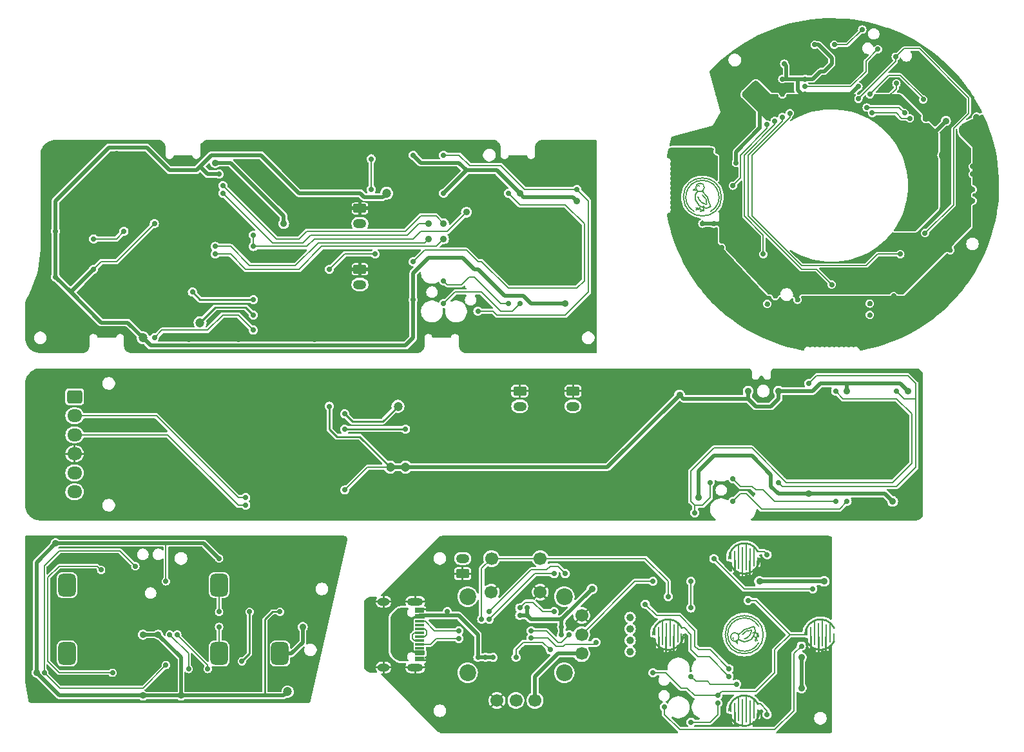
<source format=gbr>
G04 #@! TF.GenerationSoftware,KiCad,Pcbnew,8.0.5*
G04 #@! TF.CreationDate,2025-07-01T00:21:57-07:00*
G04 #@! TF.ProjectId,IotRollerBlinds,496f7452-6f6c-46c6-9572-426c696e6473,rev?*
G04 #@! TF.SameCoordinates,Original*
G04 #@! TF.FileFunction,Copper,L2,Bot*
G04 #@! TF.FilePolarity,Positive*
%FSLAX46Y46*%
G04 Gerber Fmt 4.6, Leading zero omitted, Abs format (unit mm)*
G04 Created by KiCad (PCBNEW 8.0.5) date 2025-07-01 00:21:57*
%MOMM*%
%LPD*%
G01*
G04 APERTURE LIST*
G04 Aperture macros list*
%AMRoundRect*
0 Rectangle with rounded corners*
0 $1 Rounding radius*
0 $2 $3 $4 $5 $6 $7 $8 $9 X,Y pos of 4 corners*
0 Add a 4 corners polygon primitive as box body*
4,1,4,$2,$3,$4,$5,$6,$7,$8,$9,$2,$3,0*
0 Add four circle primitives for the rounded corners*
1,1,$1+$1,$2,$3*
1,1,$1+$1,$4,$5*
1,1,$1+$1,$6,$7*
1,1,$1+$1,$8,$9*
0 Add four rect primitives between the rounded corners*
20,1,$1+$1,$2,$3,$4,$5,0*
20,1,$1+$1,$4,$5,$6,$7,0*
20,1,$1+$1,$6,$7,$8,$9,0*
20,1,$1+$1,$8,$9,$2,$3,0*%
G04 Aperture macros list end*
G04 #@! TA.AperFunction,Conductor*
%ADD10C,0.254000*%
G04 #@! TD*
G04 #@! TA.AperFunction,EtchedComponent*
%ADD11C,0.200000*%
G04 #@! TD*
G04 #@! TA.AperFunction,EtchedComponent*
%ADD12C,0.160000*%
G04 #@! TD*
G04 #@! TA.AperFunction,EtchedComponent*
%ADD13C,0.500000*%
G04 #@! TD*
G04 #@! TA.AperFunction,ComponentPad*
%ADD14RoundRect,0.250000X-0.625000X0.350000X-0.625000X-0.350000X0.625000X-0.350000X0.625000X0.350000X0*%
G04 #@! TD*
G04 #@! TA.AperFunction,ComponentPad*
%ADD15O,1.750000X1.200000*%
G04 #@! TD*
G04 #@! TA.AperFunction,SMDPad,CuDef*
%ADD16RoundRect,0.575000X0.575000X0.925000X-0.575000X0.925000X-0.575000X-0.925000X0.575000X-0.925000X0*%
G04 #@! TD*
G04 #@! TA.AperFunction,ComponentPad*
%ADD17RoundRect,0.250000X0.625000X-0.350000X0.625000X0.350000X-0.625000X0.350000X-0.625000X-0.350000X0*%
G04 #@! TD*
G04 #@! TA.AperFunction,SMDPad,CuDef*
%ADD18RoundRect,0.125000X-0.000010X0.446000X-0.000010X-0.446000X0.000010X-0.446000X0.000010X0.446000X0*%
G04 #@! TD*
G04 #@! TA.AperFunction,SMDPad,CuDef*
%ADD19RoundRect,0.125000X-0.000010X1.202500X-0.000010X-1.202500X0.000010X-1.202500X0.000010X1.202500X0*%
G04 #@! TD*
G04 #@! TA.AperFunction,SMDPad,CuDef*
%ADD20RoundRect,0.125000X-0.000010X1.715000X-0.000010X-1.715000X0.000010X-1.715000X0.000010X1.715000X0*%
G04 #@! TD*
G04 #@! TA.AperFunction,SMDPad,CuDef*
%ADD21RoundRect,0.125000X-0.000010X1.548500X-0.000010X-1.548500X0.000010X-1.548500X0.000010X1.548500X0*%
G04 #@! TD*
G04 #@! TA.AperFunction,SMDPad,CuDef*
%ADD22R,1.150000X0.300000*%
G04 #@! TD*
G04 #@! TA.AperFunction,ComponentPad*
%ADD23O,1.600000X1.000000*%
G04 #@! TD*
G04 #@! TA.AperFunction,ComponentPad*
%ADD24O,2.100000X1.000000*%
G04 #@! TD*
G04 #@! TA.AperFunction,ComponentPad*
%ADD25C,1.700000*%
G04 #@! TD*
G04 #@! TA.AperFunction,ComponentPad*
%ADD26C,2.200000*%
G04 #@! TD*
G04 #@! TA.AperFunction,ComponentPad*
%ADD27RoundRect,0.250000X-0.725000X0.600000X-0.725000X-0.600000X0.725000X-0.600000X0.725000X0.600000X0*%
G04 #@! TD*
G04 #@! TA.AperFunction,ComponentPad*
%ADD28O,1.950000X1.700000*%
G04 #@! TD*
G04 #@! TA.AperFunction,ViaPad*
%ADD29C,0.700000*%
G04 #@! TD*
G04 #@! TA.AperFunction,ViaPad*
%ADD30C,1.200000*%
G04 #@! TD*
G04 #@! TA.AperFunction,ViaPad*
%ADD31C,0.900000*%
G04 #@! TD*
G04 #@! TA.AperFunction,Conductor*
%ADD32C,0.200000*%
G04 #@! TD*
G04 #@! TA.AperFunction,Conductor*
%ADD33C,0.500000*%
G04 #@! TD*
G04 #@! TA.AperFunction,Conductor*
%ADD34C,0.250000*%
G04 #@! TD*
G04 #@! TA.AperFunction,Conductor*
%ADD35C,0.160000*%
G04 #@! TD*
G04 APERTURE END LIST*
D10*
X117500000Y-115000000D02*
G75*
G02*
X121288854Y-114105573I2000000J0D01*
G01*
X131288854Y-125894427D02*
G75*
G02*
X129500000Y-127000000I-1788854J894427D01*
G01*
X121500000Y-135000000D02*
G75*
G02*
X117711146Y-135894427I-2000000J0D01*
G01*
X107500000Y-125000000D02*
G75*
G02*
X111288854Y-124105573I2000000J0D01*
G01*
X111500000Y-125000000D02*
G75*
G02*
X107602634Y-125632456I-2000000J0D01*
G01*
X129500000Y-127000000D02*
G75*
G02*
X127711146Y-125894428I0J2000000D01*
G01*
X127500000Y-125000000D02*
G75*
G02*
X131288854Y-124105573I2000000J0D01*
G01*
X121500000Y-115000000D02*
G75*
G02*
X117711146Y-115894427I-2000000J0D01*
G01*
X117500000Y-135000000D02*
G75*
G02*
X121288854Y-134105573I2000000J0D01*
G01*
D11*
X119522451Y-125937407D02*
X119829667Y-125902531D01*
X119829667Y-125902531D02*
X120128467Y-125792579D01*
X119225950Y-125895035D02*
X119522451Y-125937407D01*
X120128467Y-125792579D02*
X120400241Y-125614398D01*
X118958630Y-125778054D02*
X119225950Y-125895035D01*
X120400241Y-125614398D02*
X120628065Y-125379085D01*
X118737139Y-125593750D02*
X118958630Y-125778054D01*
X120628065Y-125379085D02*
X120797751Y-125101295D01*
X120702597Y-125273702D02*
X121061450Y-125382558D01*
X120797751Y-125101295D02*
X120898730Y-124798327D01*
X120895710Y-124800000D02*
X121268905Y-124849257D01*
X120898730Y-124798327D02*
X120924715Y-124489050D01*
X120646914Y-124787996D02*
X120895710Y-124800000D01*
X120924715Y-124489050D02*
X120874087Y-124192723D01*
X120874087Y-124192723D02*
X120750000Y-123927802D01*
X121394430Y-126093749D02*
G75*
G02*
X121394429Y-123906250I-1894430J1093749D01*
G01*
D12*
X118330714Y-125869178D02*
G75*
G02*
X118608848Y-126178836I-299404J-548662D01*
G01*
X120936450Y-125820058D02*
G75*
G02*
X121061450Y-125820058I62500J-2D01*
G01*
X120936450Y-125820058D02*
G75*
G02*
X121061378Y-125320187I937050J31358D01*
G01*
X121061450Y-125820058D02*
G75*
G02*
X121186450Y-125820058I62500J-2D01*
G01*
X118586557Y-125763205D02*
G75*
G02*
X118608703Y-126178844I-577407J-239175D01*
G01*
X118092648Y-125620740D02*
G75*
G02*
X118092648Y-125379260I32352J120740D01*
G01*
X121061450Y-125320058D02*
G75*
G02*
X121186457Y-125819911I-812050J-468642D01*
G01*
X121143905Y-125286757D02*
G75*
G02*
X121268905Y-125286757I62500J0D01*
G01*
X121143905Y-125286757D02*
G75*
G02*
X121268832Y-124786885I936985J31377D01*
G01*
X121268905Y-125286757D02*
G75*
G02*
X121393905Y-125286757I62500J0D01*
G01*
X119256932Y-124986604D02*
G75*
G02*
X120457347Y-124426157I1048648J-680286D01*
G01*
X121268905Y-124786757D02*
G75*
G02*
X121393910Y-125286610I-811978J-468620D01*
G01*
D11*
X119108539Y-124696494D02*
G75*
G02*
X118737139Y-125031250I-1005708J742391D01*
G01*
X119108539Y-124696494D02*
G75*
G02*
X120047561Y-124190634I1005681J-742356D01*
G01*
D12*
X120457555Y-124426188D02*
G75*
G02*
X119500734Y-125575946I-1248267J65790D01*
G01*
D11*
X120750000Y-123927802D02*
G75*
G02*
X120047562Y-124190636I-769097J985385D01*
G01*
X118812500Y-125312500D02*
G75*
G02*
X117687500Y-125312500I-562500J0D01*
G01*
X117687500Y-125312500D02*
G75*
G02*
X118812500Y-125312500I562500J0D01*
G01*
X122000000Y-125000000D02*
G75*
G02*
X117000000Y-125000000I-2500000J0D01*
G01*
X117000000Y-125000000D02*
G75*
G02*
X122000000Y-125000000I2500000J0D01*
G01*
D13*
X104750000Y-127250000D02*
G75*
G02*
X104250000Y-127250000I-250000J0D01*
G01*
X104250000Y-127250000D02*
G75*
G02*
X104750000Y-127250000I250000J0D01*
G01*
X104750000Y-125750000D02*
G75*
G02*
X104250000Y-125750000I-250000J0D01*
G01*
X104250000Y-125750000D02*
G75*
G02*
X104750000Y-125750000I250000J0D01*
G01*
X104750000Y-124250000D02*
G75*
G02*
X104250000Y-124250000I-250000J0D01*
G01*
X104250000Y-124250000D02*
G75*
G02*
X104750000Y-124250000I250000J0D01*
G01*
X104750000Y-122750000D02*
G75*
G02*
X104250000Y-122750000I-250000J0D01*
G01*
X104250000Y-122750000D02*
G75*
G02*
X104750000Y-122750000I250000J0D01*
G01*
D11*
X113062593Y-67522451D02*
X113097469Y-67829667D01*
X113097469Y-67829667D02*
X113207421Y-68128467D01*
X113104965Y-67225950D02*
X113062593Y-67522451D01*
X113207421Y-68128467D02*
X113385602Y-68400241D01*
X113221946Y-66958630D02*
X113104965Y-67225950D01*
X113385602Y-68400241D02*
X113620915Y-68628065D01*
X113406250Y-66737139D02*
X113221946Y-66958630D01*
X113620915Y-68628065D02*
X113898705Y-68797751D01*
X113726298Y-68702597D02*
X113617442Y-69061450D01*
X113898705Y-68797751D02*
X114201673Y-68898730D01*
X114200000Y-68895710D02*
X114150743Y-69268905D01*
X114201673Y-68898730D02*
X114510950Y-68924715D01*
X114212004Y-68646914D02*
X114200000Y-68895710D01*
X114510950Y-68924715D02*
X114807277Y-68874087D01*
X114807277Y-68874087D02*
X115072198Y-68750000D01*
X112906251Y-69394430D02*
G75*
G02*
X115093750Y-69394429I1093749J1894430D01*
G01*
D12*
X113130822Y-66330714D02*
G75*
G02*
X112821164Y-66608848I-548672J299414D01*
G01*
X113179942Y-68936450D02*
G75*
G02*
X113179942Y-69061450I-2J-62500D01*
G01*
X113179942Y-68936450D02*
G75*
G02*
X113679815Y-69061376I31378J-936990D01*
G01*
X113179942Y-69061450D02*
G75*
G02*
X113179942Y-69186450I-2J-62500D01*
G01*
X113236795Y-66586557D02*
G75*
G02*
X112821154Y-66608711I-239195J577557D01*
G01*
X113379260Y-66092648D02*
G75*
G02*
X113620740Y-66092648I120740J-32352D01*
G01*
X113679942Y-69061450D02*
G75*
G02*
X113180089Y-69186456I-468622J811980D01*
G01*
X113713243Y-69143905D02*
G75*
G02*
X113713243Y-69268905I0J-62500D01*
G01*
X113713243Y-69143905D02*
G75*
G02*
X114213115Y-69268832I31377J-936985D01*
G01*
X113713243Y-69268905D02*
G75*
G02*
X113713243Y-69393905I0J-62500D01*
G01*
X114013396Y-67256932D02*
G75*
G02*
X114573838Y-68457346I-680276J-1048638D01*
G01*
X114213243Y-69268905D02*
G75*
G02*
X113713390Y-69393910I-468620J811978D01*
G01*
D11*
X114303506Y-67108539D02*
G75*
G02*
X113968750Y-66737139I742391J1005708D01*
G01*
X114303506Y-67108539D02*
G75*
G02*
X114809366Y-68047561I-742356J-1005681D01*
G01*
D12*
X114573812Y-68457555D02*
G75*
G02*
X113424054Y-67500734I65790J1248267D01*
G01*
D11*
X115072198Y-68750000D02*
G75*
G02*
X114809364Y-68047562I985385J769097D01*
G01*
X114250000Y-66250000D02*
G75*
G02*
X113125000Y-66250000I-562500J0D01*
G01*
X113125000Y-66250000D02*
G75*
G02*
X114250000Y-66250000I562500J0D01*
G01*
X116500000Y-67500000D02*
G75*
G02*
X111500000Y-67500000I-2500000J0D01*
G01*
X111500000Y-67500000D02*
G75*
G02*
X116500000Y-67500000I2500000J0D01*
G01*
D14*
X69000000Y-69000000D03*
D15*
X69000000Y-71000000D03*
D14*
X69000000Y-77000000D03*
D15*
X69000000Y-79000000D03*
D16*
X30500000Y-118500000D03*
X46500000Y-118500000D03*
X50500000Y-118500000D03*
X30500000Y-127500000D03*
X50500000Y-127500000D03*
X58500000Y-127500000D03*
D17*
X82500000Y-117000000D03*
D15*
X82500000Y-115000000D03*
D18*
X117750000Y-114625000D03*
D19*
X120750000Y-114750000D03*
D20*
X119750000Y-114750000D03*
D21*
X118750000Y-114750000D03*
X120250000Y-115250000D03*
D20*
X119250000Y-115250000D03*
D19*
X118250000Y-115250000D03*
D18*
X121250000Y-115375000D03*
X127750000Y-124625000D03*
D19*
X130750000Y-124750000D03*
D20*
X129750000Y-124750000D03*
D21*
X128750000Y-124750000D03*
X130250000Y-125250000D03*
D20*
X129250000Y-125250000D03*
D19*
X128250000Y-125250000D03*
D18*
X131250000Y-125375000D03*
X107750000Y-124625000D03*
D19*
X110750000Y-124750000D03*
D20*
X109750000Y-124750000D03*
D21*
X108750000Y-124750000D03*
X110250000Y-125250000D03*
D20*
X109250000Y-125250000D03*
D19*
X108250000Y-125250000D03*
D18*
X111250000Y-125375000D03*
X117750000Y-134625000D03*
D19*
X120750000Y-134750000D03*
D20*
X119750000Y-134750000D03*
D21*
X118750000Y-134750000D03*
X120250000Y-135250000D03*
D20*
X119250000Y-135250000D03*
D19*
X118250000Y-135250000D03*
D18*
X121250000Y-135375000D03*
D22*
X76845000Y-128350000D03*
X76845000Y-127550000D03*
X76845000Y-126250000D03*
X76845000Y-125250000D03*
X76845000Y-124750000D03*
X76845000Y-123750000D03*
X76845000Y-122450000D03*
X76845000Y-121650000D03*
X76845000Y-121950000D03*
X76845000Y-122750000D03*
X76845000Y-123250000D03*
X76845000Y-124250000D03*
X76845000Y-125750000D03*
X76845000Y-126750000D03*
X76845000Y-127250000D03*
X76845000Y-128050000D03*
D23*
X72100000Y-129320000D03*
D24*
X76280000Y-129320000D03*
D23*
X72100000Y-120680000D03*
D24*
X76280000Y-120680000D03*
D25*
X92700000Y-115000000D03*
X86300000Y-115000000D03*
X92700000Y-119400000D03*
X86250000Y-119400000D03*
X98150000Y-122500000D03*
X98150000Y-125000000D03*
X98150000Y-127500000D03*
X92000000Y-133650000D03*
X89500000Y-133650000D03*
X87000000Y-133650000D03*
D26*
X95850000Y-120000000D03*
X83150000Y-120000000D03*
X95850000Y-130000000D03*
X83150000Y-130000000D03*
D27*
X31525000Y-93750000D03*
D28*
X31525000Y-96250000D03*
X31525000Y-98750000D03*
X31525000Y-101250000D03*
X31525000Y-103750000D03*
X31525000Y-106250000D03*
D14*
X97000000Y-93000000D03*
D15*
X97000000Y-95000000D03*
D14*
X90000000Y-93000000D03*
D15*
X90000000Y-95000000D03*
D29*
X50000000Y-77000000D03*
X31000000Y-77000000D03*
X46500000Y-65000000D03*
X31000000Y-71000000D03*
X45500000Y-67000000D03*
D30*
X53000000Y-86000000D03*
D31*
X95500000Y-75000000D03*
D29*
X96000000Y-62000000D03*
X83500000Y-82500000D03*
X50000000Y-71000000D03*
D30*
X46500000Y-86000000D03*
D29*
X93500000Y-74000000D03*
D30*
X47000000Y-69000000D03*
D31*
X92500000Y-72000000D03*
D29*
X84000000Y-62000000D03*
D30*
X45000000Y-69000000D03*
D29*
X80000000Y-65000000D03*
D31*
X87000000Y-67000000D03*
D29*
X91000000Y-74000000D03*
X93500000Y-76500000D03*
X38000000Y-77000000D03*
D31*
X89500000Y-75000000D03*
D29*
X45000000Y-71000000D03*
X91000000Y-76500000D03*
D30*
X52000000Y-84000000D03*
X37000000Y-62000000D03*
D31*
X92500000Y-78000000D03*
D30*
X63000000Y-86000000D03*
D29*
X45000000Y-74000000D03*
X45500000Y-65000000D03*
X34000000Y-71000000D03*
X46500000Y-67000000D03*
X57000000Y-86000000D03*
D30*
X35985508Y-65499261D03*
D29*
X55000000Y-83000000D03*
X65000000Y-77000000D03*
D31*
X59000000Y-71000000D03*
D29*
X71000000Y-75000000D03*
D31*
X50000000Y-63000000D03*
D30*
X48000000Y-84000000D03*
D31*
X90000000Y-67000000D03*
X96000000Y-81500000D03*
D29*
X76000000Y-81000000D03*
D31*
X97500000Y-68000000D03*
D29*
X34000000Y-77000000D03*
X50500000Y-64500000D03*
X55000000Y-85000000D03*
X42000000Y-71000000D03*
D30*
X72500000Y-67000000D03*
D29*
X42000000Y-86000000D03*
D30*
X40500000Y-86000000D03*
D29*
X80000000Y-67000000D03*
X29000000Y-72000000D03*
X76000000Y-62000000D03*
X29000000Y-78000000D03*
X88500000Y-67000000D03*
X76000000Y-76000000D03*
X84500000Y-82500000D03*
X80000000Y-62000000D03*
X97500000Y-66500000D03*
X51000000Y-67000000D03*
D31*
X78000000Y-71000000D03*
D29*
X55000000Y-72500000D03*
X55000000Y-74000000D03*
D31*
X83000000Y-69500000D03*
D29*
X90000000Y-81500000D03*
X80000000Y-81500000D03*
D31*
X78000000Y-73000000D03*
D29*
X50000000Y-74000000D03*
D31*
X80000000Y-73000000D03*
D29*
X50000000Y-75000000D03*
X51000000Y-66000000D03*
D31*
X80000000Y-71000000D03*
D29*
X88500000Y-81500000D03*
X80000000Y-78500000D03*
X55000000Y-81000000D03*
X47000000Y-80000000D03*
X70500000Y-66500000D03*
X34000000Y-73000000D03*
X70500000Y-62500000D03*
X38000000Y-72000000D03*
X50500000Y-124000000D03*
X50500000Y-122000000D03*
X61000000Y-115000000D03*
D31*
X33500000Y-123000000D03*
D30*
X57500000Y-124000000D03*
D31*
X33500000Y-121000000D03*
X31500000Y-121000000D03*
X38000000Y-130000000D03*
X31500000Y-123000000D03*
D30*
X61500000Y-132500000D03*
D31*
X40500000Y-125000000D03*
D29*
X50500000Y-115000000D03*
D31*
X42500000Y-125000000D03*
X29000000Y-113000000D03*
X26500000Y-130000000D03*
X40500000Y-133000000D03*
D29*
X43500000Y-118000000D03*
D31*
X45500000Y-133000000D03*
D30*
X59500000Y-132500000D03*
D29*
X58500000Y-122000000D03*
X43500000Y-129000000D03*
X27530331Y-129969669D03*
X39500000Y-116000000D03*
X36500000Y-130000000D03*
X35000000Y-116500000D03*
X49000000Y-129500000D03*
X45000000Y-125000000D03*
X46500000Y-129500000D03*
X44000000Y-125000000D03*
X53500000Y-128500000D03*
X54500000Y-122000000D03*
D31*
X61500000Y-124000000D03*
X127000000Y-128000000D03*
X127000000Y-132000000D03*
X130000000Y-118000000D03*
X121500000Y-118000000D03*
D29*
X116000000Y-134000000D03*
X112500000Y-136500000D03*
X90000000Y-121500000D03*
X94500000Y-122000000D03*
X85500000Y-132000000D03*
X116250000Y-125000000D03*
X122000000Y-127500000D03*
X116500000Y-118000000D03*
X124500000Y-127500000D03*
X116500000Y-127000000D03*
X129500000Y-128000000D03*
D31*
X126500000Y-113000000D03*
D29*
X86500000Y-132000000D03*
X91500000Y-127000000D03*
X90500000Y-128000000D03*
X87500000Y-132000000D03*
X90500000Y-127000000D03*
X108000000Y-132000000D03*
X84500000Y-132000000D03*
X91500000Y-128000000D03*
X123500000Y-135500000D03*
X124500000Y-125000000D03*
X116500000Y-123000000D03*
X85000000Y-123000000D03*
X109500000Y-120000000D03*
X107500000Y-118000000D03*
X127000000Y-126500000D03*
X109000000Y-134500000D03*
X128500000Y-119000000D03*
X115500000Y-115000000D03*
X117500000Y-129500000D03*
X106500000Y-121000000D03*
X96000000Y-117000000D03*
X86000000Y-122000000D03*
X112500000Y-121500000D03*
X112500000Y-118000000D03*
X107500000Y-130000000D03*
X120000000Y-120500000D03*
X116000000Y-133000000D03*
X82000000Y-124500000D03*
X118500000Y-131500000D03*
X112500000Y-130500000D03*
X94000000Y-127000000D03*
X89500000Y-128000000D03*
X122500000Y-135500000D03*
X117500000Y-130500000D03*
X122500000Y-114500000D03*
D31*
X99500000Y-119000000D03*
D29*
X90000000Y-122500000D03*
X91000000Y-121500000D03*
X95500000Y-123000000D03*
X91000000Y-122500000D03*
X95500000Y-124000000D03*
X95500000Y-125000000D03*
X100000000Y-126000000D03*
X91500000Y-125400000D03*
X91500000Y-124500000D03*
X96500000Y-125000000D03*
X82000000Y-125500000D03*
X94500000Y-117000000D03*
X86000000Y-123000000D03*
X80500000Y-122000000D03*
X84500000Y-128000000D03*
X86500000Y-128000000D03*
X85500000Y-128000000D03*
D30*
X75000000Y-103000000D03*
D31*
X124000000Y-93000000D03*
D29*
X65000000Y-95000000D03*
D31*
X141000000Y-93000000D03*
X113500000Y-107000000D03*
X111000000Y-93500000D03*
D29*
X67000000Y-106000000D03*
D31*
X133000000Y-93000000D03*
X120000000Y-93000000D03*
X139000000Y-107500000D03*
X128000000Y-106500000D03*
D30*
X73000000Y-103000000D03*
X74000000Y-95000000D03*
D29*
X67000000Y-96000000D03*
D30*
X69500000Y-101000000D03*
D29*
X47500000Y-107000000D03*
D30*
X81000000Y-93000000D03*
D29*
X136500000Y-100000000D03*
D31*
X127000000Y-100500000D03*
D29*
X47500000Y-105000000D03*
X134500000Y-102000000D03*
D31*
X127000000Y-104000000D03*
X130000000Y-93000000D03*
D30*
X52000000Y-109000000D03*
X49000000Y-109000000D03*
D29*
X136500000Y-102000000D03*
D30*
X64000000Y-102000000D03*
D29*
X48500000Y-105000000D03*
X48500000Y-107000000D03*
D30*
X51000000Y-102000000D03*
X60000000Y-98000000D03*
D31*
X125000000Y-100500000D03*
X138500000Y-101000000D03*
D30*
X34000000Y-105000000D03*
D29*
X134500000Y-100000000D03*
D30*
X36000000Y-105000000D03*
X64000000Y-98000000D03*
D31*
X132500000Y-101000000D03*
X116000000Y-96000000D03*
D30*
X69000000Y-93000000D03*
X70000000Y-95000000D03*
X60000000Y-102000000D03*
X52000000Y-103000000D03*
D31*
X125000000Y-104000000D03*
X135500000Y-104000000D03*
X135500000Y-98000000D03*
D29*
X128000000Y-92000000D03*
X124000000Y-105000000D03*
X139500000Y-93000000D03*
X115000000Y-105000000D03*
X113000000Y-109000000D03*
X131500000Y-93000000D03*
X54000000Y-108000000D03*
X118000000Y-107500000D03*
X133000000Y-107500000D03*
X118000000Y-104500000D03*
X131500000Y-107500000D03*
X54000000Y-107000000D03*
X75000000Y-98000000D03*
X67000000Y-98000000D03*
X127500000Y-52000000D03*
X143000000Y-69000000D03*
X142000000Y-70000000D03*
X128750000Y-47500000D03*
X118410000Y-63000000D03*
X124500000Y-52000000D03*
X142000000Y-69000000D03*
X134500000Y-53000000D03*
X138424621Y-54332738D03*
X141253048Y-61403806D03*
X131750000Y-54500000D03*
X130250000Y-54500000D03*
X121000000Y-53000000D03*
X140545942Y-60696699D03*
X127500000Y-54000000D03*
D31*
X146000000Y-57500000D03*
D29*
X143000000Y-70000000D03*
X139485281Y-52564971D03*
X124750000Y-50000000D03*
X121750000Y-53750000D03*
X149500000Y-68000000D03*
X145495689Y-73424621D03*
X133250000Y-44625000D03*
X129750000Y-49750000D03*
X126500000Y-80000000D03*
X117500000Y-58000000D03*
X138424621Y-79788582D03*
X149500001Y-66500000D03*
X117211418Y-73424621D03*
X124000000Y-49000000D03*
X136500000Y-51000000D03*
X129750000Y-52250000D03*
X136000000Y-81500000D03*
X117918525Y-72717514D03*
X119000000Y-53000000D03*
X116000000Y-61500000D03*
X117500000Y-50500000D03*
X115500000Y-71000000D03*
D31*
X145500000Y-62000000D03*
D29*
X116000000Y-54000000D03*
D31*
X148000000Y-62000000D03*
D29*
X146556349Y-74485281D03*
X114000000Y-71000000D03*
D31*
X143374369Y-57161165D03*
D29*
X137717514Y-79081475D03*
X136000000Y-83000000D03*
X121500000Y-51000000D03*
X119500000Y-49000000D03*
X118500000Y-56500000D03*
X137532004Y-46911678D03*
X115500000Y-52000000D03*
X128750000Y-44625000D03*
X126500000Y-81000000D03*
X132250000Y-52250000D03*
X132250000Y-49750000D03*
X117000000Y-61500000D03*
X123575379Y-80495689D03*
X125500000Y-46500000D03*
X121500000Y-47500000D03*
X124500000Y-54000000D03*
X122514719Y-81556349D03*
X124000000Y-46500000D03*
X113500000Y-61500000D03*
X140192388Y-81556349D03*
X115443651Y-75192388D03*
X117211418Y-77667262D03*
X129500000Y-84000000D03*
X126500000Y-82000000D03*
X149500001Y-63500000D03*
D31*
X150784155Y-58887527D03*
D29*
X126500000Y-83500000D03*
X142667262Y-79788582D03*
X139131728Y-80495689D03*
X113000000Y-64500000D03*
D31*
X150018787Y-57039768D03*
D29*
X149500001Y-64500000D03*
X116504311Y-74131728D03*
X115000000Y-61500000D03*
D31*
X148553711Y-58729015D03*
D29*
X137045996Y-48085005D03*
X127500000Y-53000000D03*
X131000000Y-79000000D03*
X124500000Y-57000000D03*
X140000000Y-75000000D03*
X125500000Y-56500000D03*
X123500000Y-57500000D03*
X122000000Y-75000000D03*
X122500000Y-58000000D03*
X118000000Y-66000001D03*
X135000000Y-45500000D03*
X131340000Y-47500000D03*
X143250000Y-72250000D03*
X134500000Y-54590000D03*
X139392650Y-49057020D03*
X140545942Y-56454058D03*
X135596194Y-55746952D03*
X136303301Y-56454058D03*
X141253048Y-57161165D03*
X136000000Y-54000000D03*
X143020815Y-54686292D03*
D32*
X57000000Y-86000000D02*
X53000000Y-86000000D01*
D33*
X59000000Y-70000000D02*
X59000000Y-71000000D01*
D34*
X50000000Y-82000000D02*
X48000000Y-84000000D01*
X54000000Y-82000000D02*
X50000000Y-82000000D01*
X55000000Y-83000000D02*
X54000000Y-82000000D01*
D32*
X71000000Y-75000000D02*
X67000000Y-75000000D01*
D33*
X50000000Y-63000000D02*
X52000000Y-63000000D01*
D32*
X67000000Y-75000000D02*
X65000000Y-77000000D01*
D33*
X52000000Y-63000000D02*
X59000000Y-70000000D01*
X47500000Y-64000000D02*
X49500000Y-62000000D01*
X90500000Y-80500000D02*
X91500000Y-81500000D01*
X36000000Y-61000000D02*
X41000000Y-61000000D01*
X90500000Y-67500000D02*
X90000000Y-67000000D01*
X88000000Y-80500000D02*
X90500000Y-80500000D01*
X49500000Y-62000000D02*
X56000000Y-62000000D01*
X83000000Y-64000000D02*
X82000000Y-63000000D01*
X90000000Y-67000000D02*
X87000000Y-64000000D01*
X61000000Y-67000000D02*
X69060661Y-67000000D01*
D32*
X49000000Y-85000000D02*
X43000000Y-85000000D01*
D33*
X76000000Y-81000000D02*
X76000000Y-77500000D01*
X87000000Y-64000000D02*
X83000000Y-64000000D01*
X41000000Y-61000000D02*
X44000000Y-64000000D01*
X44000000Y-64000000D02*
X47500000Y-64000000D01*
X82500000Y-75500000D02*
X84000000Y-77000000D01*
X84000000Y-77000000D02*
X84500000Y-77000000D01*
X29000000Y-73000000D02*
X29000000Y-68000000D01*
X69060661Y-67000000D02*
X69560661Y-67500000D01*
X56000000Y-62000000D02*
X61000000Y-67000000D01*
X38500000Y-84000000D02*
X40500000Y-86000000D01*
X72000000Y-67500000D02*
X72500000Y-67000000D01*
X82000000Y-63000000D02*
X77000000Y-63000000D01*
X29000000Y-78000000D02*
X29000000Y-73000000D01*
X75000000Y-87000000D02*
X41500000Y-87000000D01*
X78000000Y-75500000D02*
X82500000Y-75500000D01*
D32*
X34000000Y-77000000D02*
X35000000Y-76000000D01*
D33*
X91500000Y-81500000D02*
X96000000Y-81500000D01*
X50500000Y-64500000D02*
X49000000Y-64500000D01*
X34000000Y-77000000D02*
X31000000Y-80000000D01*
D32*
X37000000Y-76000000D02*
X42000000Y-71000000D01*
D33*
X29000000Y-73000000D02*
X29000000Y-72000000D01*
X97500000Y-68000000D02*
X97000000Y-67500000D01*
X83000000Y-64000000D02*
X80000000Y-67000000D01*
X29000000Y-78000000D02*
X31000000Y-80000000D01*
D32*
X55000000Y-85000000D02*
X53000000Y-83000000D01*
X35000000Y-76000000D02*
X37000000Y-76000000D01*
D33*
X84500000Y-77000000D02*
X88000000Y-80500000D01*
X35000000Y-84000000D02*
X38500000Y-84000000D01*
D32*
X51000000Y-83000000D02*
X49000000Y-85000000D01*
D33*
X77000000Y-63000000D02*
X76000000Y-62000000D01*
X49000000Y-64500000D02*
X48000000Y-63500000D01*
D32*
X53000000Y-83000000D02*
X51000000Y-83000000D01*
X43000000Y-85000000D02*
X42000000Y-86000000D01*
D33*
X31000000Y-80000000D02*
X35000000Y-84000000D01*
X76000000Y-77500000D02*
X78000000Y-75500000D01*
X41500000Y-87000000D02*
X40500000Y-86000000D01*
X76000000Y-86000000D02*
X75000000Y-87000000D01*
X97000000Y-67500000D02*
X90500000Y-67500000D01*
X69560661Y-67500000D02*
X72000000Y-67500000D01*
X76000000Y-81000000D02*
X76000000Y-86000000D01*
X29000000Y-68000000D02*
X36000000Y-61000000D01*
D32*
X76000000Y-76000000D02*
X77500000Y-74500000D01*
X98500000Y-78500000D02*
X98500000Y-71000000D01*
X96000000Y-68500000D02*
X90000000Y-68500000D01*
X84500000Y-76000000D02*
X85000000Y-76000000D01*
X77500000Y-74500000D02*
X83000000Y-74500000D01*
X97500000Y-79500000D02*
X98500000Y-78500000D01*
X90000000Y-68500000D02*
X88500000Y-67000000D01*
X85000000Y-76000000D02*
X88500000Y-79500000D01*
X98500000Y-71000000D02*
X96000000Y-68500000D01*
X88500000Y-79500000D02*
X97500000Y-79500000D01*
X83000000Y-74500000D02*
X84500000Y-76000000D01*
X84500000Y-82500000D02*
X86500000Y-82500000D01*
X99000000Y-68000000D02*
X97500000Y-66500000D01*
X97250000Y-81750000D02*
X99000000Y-80000000D01*
X86500000Y-82500000D02*
X87000000Y-83000000D01*
X83400000Y-63400000D02*
X82000000Y-62000000D01*
X87000000Y-83000000D02*
X96000000Y-83000000D01*
X90600000Y-66500000D02*
X87500000Y-63400000D01*
X87500000Y-63400000D02*
X83400000Y-63400000D01*
X99000000Y-80000000D02*
X99000000Y-68000000D01*
X82000000Y-62000000D02*
X80000000Y-62000000D01*
X96000000Y-83000000D02*
X97250000Y-81750000D01*
X97500000Y-66500000D02*
X90600000Y-66500000D01*
X61500000Y-73500000D02*
X62500000Y-72500000D01*
X62500000Y-72500000D02*
X75250000Y-72500000D01*
X75250000Y-72500000D02*
X76750000Y-71000000D01*
X51000000Y-67000000D02*
X57500000Y-73500000D01*
X76750000Y-71000000D02*
X78000000Y-71000000D01*
X57500000Y-73500000D02*
X61500000Y-73500000D01*
X55000000Y-74000000D02*
X55000000Y-72500000D01*
X62000000Y-74000000D02*
X63000000Y-73000000D01*
X55000000Y-74000000D02*
X62000000Y-74000000D01*
X76000000Y-73000000D02*
X77000000Y-72000000D01*
X77000000Y-72000000D02*
X80500000Y-72000000D01*
X80500000Y-72000000D02*
X83000000Y-69500000D01*
X63000000Y-73000000D02*
X76000000Y-73000000D01*
X81500000Y-80000000D02*
X85000000Y-80000000D01*
X87500000Y-82500000D02*
X89000000Y-82500000D01*
X85000000Y-80000000D02*
X87500000Y-82500000D01*
X80000000Y-81500000D02*
X81500000Y-80000000D01*
X89000000Y-82500000D02*
X90000000Y-81500000D01*
X77500000Y-73500000D02*
X63500000Y-73500000D01*
X78000000Y-73000000D02*
X77500000Y-73500000D01*
X52000000Y-74000000D02*
X50000000Y-74000000D01*
X60500000Y-76500000D02*
X54500000Y-76500000D01*
X63500000Y-73500000D02*
X60500000Y-76500000D01*
X54500000Y-76500000D02*
X52000000Y-74000000D01*
X54000000Y-77000000D02*
X52000000Y-75000000D01*
X80000000Y-73000000D02*
X79000000Y-74000000D01*
X61000000Y-77000000D02*
X54000000Y-77000000D01*
X52000000Y-75000000D02*
X50000000Y-75000000D01*
X79000000Y-74000000D02*
X64000000Y-74000000D01*
X64000000Y-74000000D02*
X61000000Y-77000000D01*
X61000000Y-73000000D02*
X62000000Y-72000000D01*
X79000000Y-70000000D02*
X80000000Y-71000000D01*
X75000000Y-72000000D02*
X77000000Y-70000000D01*
X51000000Y-66000000D02*
X58000000Y-73000000D01*
X58000000Y-73000000D02*
X61000000Y-73000000D01*
X77000000Y-70000000D02*
X79000000Y-70000000D01*
X62000000Y-72000000D02*
X75000000Y-72000000D01*
X80995061Y-79000000D02*
X80500000Y-79000000D01*
X83322908Y-78000000D02*
X82321458Y-79001450D01*
X80996511Y-79001450D02*
X80995061Y-79000000D01*
X84000000Y-78000000D02*
X83322908Y-78000000D01*
X80500000Y-79000000D02*
X80000000Y-78500000D01*
X82321458Y-79001450D02*
X80996511Y-79001450D01*
X88500000Y-81500000D02*
X87500000Y-81500000D01*
X87500000Y-81500000D02*
X84000000Y-78000000D01*
D34*
X47000000Y-80000000D02*
X48000000Y-81000000D01*
X48000000Y-81000000D02*
X55000000Y-81000000D01*
D32*
X34000000Y-73000000D02*
X37000000Y-73000000D01*
X70500000Y-62500000D02*
X70500000Y-66500000D01*
X37000000Y-73000000D02*
X38000000Y-72000000D01*
X50500000Y-127500000D02*
X50500000Y-124000000D01*
X50500000Y-122000000D02*
X50500000Y-118500000D01*
D34*
X56500000Y-123000000D02*
X56500000Y-133000000D01*
D33*
X50500000Y-115000000D02*
X48500000Y-113000000D01*
X40500000Y-125000000D02*
X42500000Y-125000000D01*
X26500000Y-130000000D02*
X26500000Y-115500000D01*
X45500000Y-133000000D02*
X45500000Y-128000000D01*
D34*
X58500000Y-122000000D02*
X57500000Y-122000000D01*
D32*
X43500000Y-118000000D02*
X43500000Y-113000000D01*
D33*
X59000000Y-133000000D02*
X56500000Y-133000000D01*
X59500000Y-132500000D02*
X59000000Y-133000000D01*
X29000000Y-113000000D02*
X43500000Y-113000000D01*
X45500000Y-128000000D02*
X42500000Y-125000000D01*
X26500000Y-115500000D02*
X29000000Y-113000000D01*
D34*
X57500000Y-122000000D02*
X56500000Y-123000000D01*
D33*
X56500000Y-133000000D02*
X29500000Y-133000000D01*
X48500000Y-113000000D02*
X43500000Y-113000000D01*
X29500000Y-133000000D02*
X26500000Y-130000000D01*
D32*
X29500000Y-114000000D02*
X27530331Y-115969669D01*
X27530331Y-115969669D02*
X27530331Y-129969669D01*
X43500000Y-129000000D02*
X40500000Y-132000000D01*
X39500000Y-116000000D02*
X37500000Y-114000000D01*
X40500000Y-132000000D02*
X29560662Y-132000000D01*
X29560662Y-132000000D02*
X27530331Y-129969669D01*
X37500000Y-114000000D02*
X29500000Y-114000000D01*
X34500000Y-116000000D02*
X29500000Y-116000000D01*
X28000000Y-117500000D02*
X28000000Y-128500000D01*
X35000000Y-116500000D02*
X34500000Y-116000000D01*
X29500000Y-130000000D02*
X36500000Y-130000000D01*
X29500000Y-116000000D02*
X28000000Y-117500000D01*
X28000000Y-128500000D02*
X29500000Y-130000000D01*
X49000000Y-129000000D02*
X49000000Y-129500000D01*
X45000000Y-125000000D02*
X49000000Y-129000000D01*
X46500000Y-127500000D02*
X46500000Y-129500000D01*
X44000000Y-125000000D02*
X46500000Y-127500000D01*
D34*
X54500000Y-127500000D02*
X54500000Y-122000000D01*
X53500000Y-128500000D02*
X54500000Y-127500000D01*
D33*
X60000000Y-127500000D02*
X61500000Y-126000000D01*
X58500000Y-127500000D02*
X60000000Y-127500000D01*
X61500000Y-126000000D02*
X61500000Y-124000000D01*
X95000000Y-127500000D02*
X98150000Y-127500000D01*
D32*
X116000000Y-134000000D02*
X116000000Y-135500000D01*
D33*
X121500000Y-118000000D02*
X130000000Y-118000000D01*
D32*
X115000000Y-136500000D02*
X112500000Y-136500000D01*
D33*
X92000000Y-133650000D02*
X92000000Y-130500000D01*
D32*
X116000000Y-135500000D02*
X115000000Y-136500000D01*
D33*
X92000000Y-130500000D02*
X95000000Y-127500000D01*
X127000000Y-132000000D02*
X127000000Y-128000000D01*
D32*
X90750000Y-120750000D02*
X90000000Y-121500000D01*
X90750000Y-120750000D02*
X91750000Y-120750000D01*
X94500000Y-122000000D02*
X93000000Y-122000000D01*
X93000000Y-122000000D02*
X91750000Y-120750000D01*
X85000000Y-123000000D02*
X85000000Y-116300000D01*
X92700000Y-115000000D02*
X88000000Y-115000000D01*
X106500000Y-115000000D02*
X92700000Y-115000000D01*
X109500000Y-120000000D02*
X109500000Y-118000000D01*
X109500000Y-118000000D02*
X106500000Y-115000000D01*
X88000000Y-115000000D02*
X86300000Y-115000000D01*
X85000000Y-116300000D02*
X86300000Y-115000000D01*
X105150000Y-118000000D02*
X98150000Y-125000000D01*
X107500000Y-118000000D02*
X105150000Y-118000000D01*
X126000000Y-127500000D02*
X126000000Y-135000000D01*
X119500000Y-119000000D02*
X115500000Y-115000000D01*
X126000000Y-135000000D02*
X123500000Y-137500000D01*
X128500000Y-119000000D02*
X119500000Y-119000000D01*
X109000000Y-135500000D02*
X109000000Y-134500000D01*
X123500000Y-137500000D02*
X111000000Y-137500000D01*
X127000000Y-126500000D02*
X126000000Y-127500000D01*
X111000000Y-137500000D02*
X109000000Y-135500000D01*
X113000000Y-126500000D02*
X113000000Y-124500000D01*
X111000000Y-122500000D02*
X108000000Y-122500000D01*
X94000000Y-116000000D02*
X95000000Y-116000000D01*
X91500000Y-116500000D02*
X93500000Y-116500000D01*
X108000000Y-122500000D02*
X106500000Y-121000000D01*
X115000000Y-127000000D02*
X113500000Y-127000000D01*
X95000000Y-116000000D02*
X96000000Y-117000000D01*
X86000000Y-122000000D02*
X91500000Y-116500000D01*
X93500000Y-116500000D02*
X94000000Y-116000000D01*
X113000000Y-124500000D02*
X111000000Y-122500000D01*
X113500000Y-127000000D02*
X113000000Y-126500000D01*
X117500000Y-129500000D02*
X115000000Y-127000000D01*
X112500000Y-121500000D02*
X112500000Y-118000000D01*
X116500000Y-132500000D02*
X121000000Y-132500000D01*
X111177092Y-132000000D02*
X112000000Y-132000000D01*
X123500000Y-130000000D02*
X123500000Y-127000000D01*
X121000000Y-120500000D02*
X125500000Y-125000000D01*
X109177092Y-130000000D02*
X111177092Y-132000000D01*
X112998550Y-132998550D02*
X115998550Y-132998550D01*
X127375000Y-125000000D02*
X127750000Y-124625000D01*
X116000000Y-133000000D02*
X116500000Y-132500000D01*
X120000000Y-120500000D02*
X121000000Y-120500000D01*
X121000000Y-132500000D02*
X123500000Y-130000000D01*
X115998550Y-132998550D02*
X116000000Y-133000000D01*
X125500000Y-125000000D02*
X127375000Y-125000000D01*
X112000000Y-132000000D02*
X112998550Y-132998550D01*
X123500000Y-127000000D02*
X125500000Y-125000000D01*
X107500000Y-130000000D02*
X109177092Y-130000000D01*
X82000000Y-124500000D02*
X78820000Y-124500000D01*
X78820000Y-124500000D02*
X77570000Y-123250000D01*
X77570000Y-123250000D02*
X76845000Y-123250000D01*
X114650700Y-131150700D02*
X113150700Y-131150700D01*
X115000000Y-131500000D02*
X114650700Y-131150700D01*
X118500000Y-131500000D02*
X115000000Y-131500000D01*
X113150700Y-131150700D02*
X112500000Y-130500000D01*
X93000000Y-126000000D02*
X90500000Y-126000000D01*
X90500000Y-126000000D02*
X89500000Y-127000000D01*
X94000000Y-127000000D02*
X93000000Y-126000000D01*
X89500000Y-127000000D02*
X89500000Y-128000000D01*
X77500000Y-124250000D02*
X77750000Y-124500000D01*
X76845000Y-125250000D02*
X77500000Y-125250000D01*
X77750000Y-124500000D02*
X77750000Y-125000000D01*
X77500000Y-125250000D02*
X77750000Y-125000000D01*
X76845000Y-124250000D02*
X77500000Y-124250000D01*
X76125000Y-125750000D02*
X75875000Y-125500000D01*
X75875000Y-125000000D02*
X75875000Y-125500000D01*
X76845000Y-124750000D02*
X76125000Y-124750000D01*
X76125000Y-124750000D02*
X75875000Y-125000000D01*
X76845000Y-125750000D02*
X76125000Y-125750000D01*
X122500000Y-135000000D02*
X121605573Y-134105573D01*
X122500000Y-135500000D02*
X122500000Y-135000000D01*
X121605573Y-134105573D02*
X121288854Y-134105573D01*
X114918550Y-127918550D02*
X117500000Y-130500000D01*
X111288854Y-124105573D02*
X111605573Y-124105573D01*
X112500000Y-127000000D02*
X113418550Y-127918550D01*
X111605573Y-124105573D02*
X112500000Y-125000000D01*
X112500000Y-125000000D02*
X112500000Y-127000000D01*
X113418550Y-127918550D02*
X114918550Y-127918550D01*
X122105573Y-114105573D02*
X121288854Y-114105573D01*
X122500000Y-114500000D02*
X122105573Y-114105573D01*
D33*
X95500000Y-123000000D02*
X99500000Y-119000000D01*
X90000000Y-122500000D02*
X91000000Y-122500000D01*
X91500000Y-123000000D02*
X91000000Y-122500000D01*
X95500000Y-125000000D02*
X95500000Y-123000000D01*
X95500000Y-123000000D02*
X91500000Y-123000000D01*
X91000000Y-121500000D02*
X91000000Y-122500000D01*
D32*
X93650000Y-125400000D02*
X94750000Y-126500000D01*
X96000000Y-126250000D02*
X99750000Y-126250000D01*
X95750000Y-126500000D02*
X96000000Y-126250000D01*
X91500000Y-125400000D02*
X93650000Y-125400000D01*
X94750000Y-126500000D02*
X95750000Y-126500000D01*
X99750000Y-126250000D02*
X100000000Y-126000000D01*
X93500000Y-124500000D02*
X94500000Y-125500000D01*
X95000000Y-126000000D02*
X95500000Y-126000000D01*
X94500000Y-125500000D02*
X95000000Y-126000000D01*
X95500000Y-126000000D02*
X96500000Y-125000000D01*
X91500000Y-124500000D02*
X93500000Y-124500000D01*
X78250000Y-126250000D02*
X76845000Y-126250000D01*
X82000000Y-125500000D02*
X79000000Y-125500000D01*
X79000000Y-125500000D02*
X78250000Y-126250000D01*
X94500000Y-117000000D02*
X92000000Y-117000000D01*
X92000000Y-117000000D02*
X86000000Y-123000000D01*
D33*
X84500000Y-128000000D02*
X85500000Y-128000000D01*
X79000000Y-122500000D02*
X80500000Y-122500000D01*
X85500000Y-128000000D02*
X86500000Y-128000000D01*
X79000000Y-122500000D02*
X82000000Y-122500000D01*
X76845000Y-122500000D02*
X79000000Y-122500000D01*
X82000000Y-122500000D02*
X84500000Y-125000000D01*
X80500000Y-122500000D02*
X80500000Y-122000000D01*
X84500000Y-125000000D02*
X84500000Y-128000000D01*
X111000000Y-93500000D02*
X111500000Y-94000000D01*
X133000000Y-92000000D02*
X140000000Y-92000000D01*
X115500000Y-101500000D02*
X113500000Y-103500000D01*
D34*
X66000000Y-99000000D02*
X69000000Y-99000000D01*
D33*
X123000000Y-105500000D02*
X123000000Y-104000000D01*
X101500000Y-103000000D02*
X111000000Y-93500000D01*
X120000000Y-93000000D02*
X120000000Y-94000000D01*
D32*
X73000000Y-103000000D02*
X70000000Y-103000000D01*
D33*
X121000000Y-95000000D02*
X123000000Y-95000000D01*
X75000000Y-103000000D02*
X101500000Y-103000000D01*
X123000000Y-95000000D02*
X124000000Y-94000000D01*
D34*
X69000000Y-99000000D02*
X73000000Y-103000000D01*
D33*
X113500000Y-103500000D02*
X113500000Y-107000000D01*
D32*
X70000000Y-103000000D02*
X67000000Y-106000000D01*
D33*
X133000000Y-92000000D02*
X133000000Y-93000000D01*
X117080000Y-94000000D02*
X120000000Y-94000000D01*
X124000000Y-93000000D02*
X128500000Y-93000000D01*
X124000000Y-93000000D02*
X124000000Y-94000000D01*
X140000000Y-92000000D02*
X141000000Y-93000000D01*
X129500000Y-92000000D02*
X133000000Y-92000000D01*
X128500000Y-106500000D02*
X138000000Y-106500000D01*
D34*
X65000000Y-95000000D02*
X65000000Y-98000000D01*
D33*
X128500000Y-93000000D02*
X129500000Y-92000000D01*
X123000000Y-104000000D02*
X120500000Y-101500000D01*
X120500000Y-101500000D02*
X115500000Y-101500000D01*
X120000000Y-94000000D02*
X121000000Y-95000000D01*
X138000000Y-106500000D02*
X139000000Y-107500000D01*
X124000000Y-106500000D02*
X123000000Y-105500000D01*
X73000000Y-103000000D02*
X75000000Y-103000000D01*
D34*
X65000000Y-98000000D02*
X66000000Y-99000000D01*
D33*
X128500000Y-106500000D02*
X124000000Y-106500000D01*
X111500000Y-94000000D02*
X118000000Y-94000000D01*
D34*
X68000000Y-97000000D02*
X72000000Y-97000000D01*
X72000000Y-97000000D02*
X74000000Y-95000000D01*
X67000000Y-96000000D02*
X68000000Y-97000000D01*
D32*
X141000000Y-91000000D02*
X142000000Y-92000000D01*
X128000000Y-92000000D02*
X129000000Y-91000000D01*
X139500000Y-93000000D02*
X140500000Y-94000000D01*
X142000000Y-92000000D02*
X142000000Y-94000000D01*
X124500000Y-105500000D02*
X124000000Y-105000000D01*
X142000000Y-94000000D02*
X142000000Y-103000000D01*
X140500000Y-94000000D02*
X142000000Y-94000000D01*
X139500000Y-105500000D02*
X124500000Y-105500000D01*
X129000000Y-91000000D02*
X141000000Y-91000000D01*
X142000000Y-103000000D02*
X139500000Y-105500000D01*
X115000000Y-107000000D02*
X114000000Y-108000000D01*
X141500000Y-96000000D02*
X139500000Y-94000000D01*
X139000000Y-105000000D02*
X141500000Y-102500000D01*
X115000000Y-105000000D02*
X115000000Y-107000000D01*
X113000000Y-108000000D02*
X112500000Y-107500000D01*
X139500000Y-94000000D02*
X132500000Y-94000000D01*
X125000000Y-105000000D02*
X139000000Y-105000000D01*
X113000000Y-109000000D02*
X113000000Y-108000000D01*
X112500000Y-107500000D02*
X112500000Y-103500000D01*
X113000000Y-108000000D02*
X114000000Y-108000000D01*
X132500000Y-94000000D02*
X131500000Y-93000000D01*
X112500000Y-103500000D02*
X115500000Y-100500000D01*
X115500000Y-100500000D02*
X120500000Y-100500000D01*
X141500000Y-102500000D02*
X141500000Y-96000000D01*
X120500000Y-100500000D02*
X125000000Y-105000000D01*
X54000000Y-108000000D02*
X53000000Y-108000000D01*
X43750000Y-98750000D02*
X31525000Y-98750000D01*
X53000000Y-108000000D02*
X43750000Y-98750000D01*
X118000000Y-107500000D02*
X119000000Y-106500000D01*
X122500000Y-108500000D02*
X132000000Y-108500000D01*
X121774939Y-108500000D02*
X122500000Y-108500000D01*
X132000000Y-108500000D02*
X133000000Y-107500000D01*
X119774939Y-106500000D02*
X121774939Y-108500000D01*
X119000000Y-106500000D02*
X119774939Y-106500000D01*
X123500000Y-107500000D02*
X131500000Y-107500000D01*
X120500000Y-105500000D02*
X121000000Y-106000000D01*
X118000000Y-104500000D02*
X119000000Y-105500000D01*
X121000000Y-106000000D02*
X122000000Y-106000000D01*
X119000000Y-105500000D02*
X120500000Y-105500000D01*
X122000000Y-106000000D02*
X123500000Y-107500000D01*
X54000000Y-107000000D02*
X53000000Y-107000000D01*
X53000000Y-107000000D02*
X42250000Y-96250000D01*
X42250000Y-96250000D02*
X31525000Y-96250000D01*
D34*
X75000000Y-98000000D02*
X67000000Y-98000000D01*
D32*
X139485281Y-53272078D02*
X138424621Y-54332738D01*
D33*
X128500000Y-52000000D02*
X127500000Y-52000000D01*
X125000000Y-50250000D02*
X124750000Y-50000000D01*
X146000000Y-57500000D02*
X142096194Y-61403806D01*
X130000000Y-51000000D02*
X129500000Y-51000000D01*
X133500000Y-54000000D02*
X134500000Y-53000000D01*
X118410000Y-63000000D02*
X118410000Y-61584375D01*
X125000000Y-52000000D02*
X125000000Y-50250000D01*
X121500000Y-58500000D02*
X121500000Y-54000000D01*
D32*
X139485281Y-52564971D02*
X139485281Y-53272078D01*
D33*
X131000000Y-49250000D02*
X131000000Y-50000000D01*
X131000000Y-54000000D02*
X131750000Y-54000000D01*
X125000000Y-52000000D02*
X127500000Y-52000000D01*
X129250000Y-47500000D02*
X128750000Y-47500000D01*
X126500000Y-53500000D02*
X127000000Y-54000000D01*
X124500000Y-52000000D02*
X125000000Y-52000000D01*
X130250000Y-54000000D02*
X131000000Y-54000000D01*
X142096194Y-61403806D02*
X141253048Y-61403806D01*
X130250000Y-54000000D02*
X130250000Y-54500000D01*
X127000000Y-54000000D02*
X127500000Y-54000000D01*
X118410000Y-61584375D02*
X121494375Y-58500000D01*
X131750000Y-54000000D02*
X133500000Y-54000000D01*
X131000000Y-50000000D02*
X130000000Y-51000000D01*
X131750000Y-54000000D02*
X131750000Y-54500000D01*
X131000000Y-49250000D02*
X129250000Y-47500000D01*
X121500000Y-54000000D02*
X121750000Y-53750000D01*
X129500000Y-51000000D02*
X128500000Y-52000000D01*
X126500000Y-52000000D02*
X126500000Y-53500000D01*
X127000000Y-54000000D02*
X130250000Y-54000000D01*
X121494375Y-58500000D02*
X121500000Y-58500000D01*
X115500000Y-71000000D02*
X114000000Y-71000000D01*
D32*
X135500000Y-49631001D02*
X137045996Y-48085005D01*
X127500000Y-53000000D02*
X133500000Y-53000000D01*
X135500000Y-51000000D02*
X135500000Y-49631001D01*
X133500000Y-53000000D02*
X135500000Y-51000000D01*
D35*
X131000000Y-79000000D02*
X129000000Y-77000000D01*
X120000000Y-62000000D02*
X124500000Y-57500000D01*
X129000000Y-77000000D02*
X127000000Y-77000000D01*
X127000000Y-77000000D02*
X120000000Y-70000000D01*
X124500000Y-57500000D02*
X124500000Y-57000000D01*
X120000000Y-70000000D02*
X120000000Y-62000000D01*
X120500000Y-70000000D02*
X120500000Y-62000000D01*
X127000000Y-76500000D02*
X120500000Y-70000000D01*
X135500000Y-76500000D02*
X127000000Y-76500000D01*
X137000000Y-75000000D02*
X135500000Y-76500000D01*
X125500000Y-57000000D02*
X125500000Y-56500000D01*
X120500000Y-62000000D02*
X125500000Y-57000000D01*
X140000000Y-75000000D02*
X137000000Y-75000000D01*
X119500000Y-62000000D02*
X123500000Y-58000000D01*
X119500000Y-70000000D02*
X119500000Y-62000000D01*
X123500000Y-58000000D02*
X123500000Y-57500000D01*
X122000000Y-75000000D02*
X122000000Y-72500000D01*
X122000000Y-72500000D02*
X119500000Y-70000000D01*
X118000000Y-66000001D02*
X119000000Y-65000001D01*
X122500000Y-58500000D02*
X122500000Y-58000000D01*
X119000000Y-62000000D02*
X122500000Y-58500000D01*
X119000000Y-65000001D02*
X119000000Y-62000000D01*
X133000000Y-47500000D02*
X135000000Y-45500000D01*
X131340000Y-47500000D02*
X133000000Y-47500000D01*
X140500000Y-48000000D02*
X139442980Y-49057020D01*
X134500000Y-54590000D02*
X139392650Y-49697350D01*
X147000000Y-68500000D02*
X147000000Y-58500000D01*
X139392650Y-49697350D02*
X139392650Y-49057020D01*
X142500000Y-48000000D02*
X140500000Y-48000000D01*
X139442980Y-49057020D02*
X139392650Y-49057020D01*
X147000000Y-58500000D02*
X149000000Y-56500000D01*
X149000000Y-56500000D02*
X149000000Y-54500000D01*
X149000000Y-54500000D02*
X142500000Y-48000000D01*
X143250000Y-72250000D02*
X147000000Y-68500000D01*
D32*
X140545942Y-56454058D02*
X139838836Y-55746952D01*
X139838836Y-55746952D02*
X135596194Y-55746952D01*
X140161165Y-57161165D02*
X139454058Y-56454058D01*
X141253048Y-57161165D02*
X140161165Y-57161165D01*
X139454058Y-56454058D02*
X136303301Y-56454058D01*
D35*
X143020815Y-54520815D02*
X143020815Y-54686292D01*
X136000000Y-54000000D02*
X138500000Y-51500000D01*
X138500000Y-51500000D02*
X140000000Y-51500000D01*
X140000000Y-51500000D02*
X143020815Y-54520815D01*
G04 #@! TA.AperFunction,Conductor*
G36*
X42611449Y-60010976D02*
G01*
X42685388Y-60018259D01*
X42704418Y-60022044D01*
X42873360Y-60073292D01*
X42891276Y-60080713D01*
X43046974Y-60163935D01*
X43063101Y-60174711D01*
X43109378Y-60212689D01*
X43199569Y-60286707D01*
X43213292Y-60300430D01*
X43316265Y-60425903D01*
X43325285Y-60436893D01*
X43336065Y-60453028D01*
X43414354Y-60599496D01*
X43419283Y-60608716D01*
X43426710Y-60626646D01*
X43477954Y-60795579D01*
X43481740Y-60814612D01*
X43489023Y-60888549D01*
X43489500Y-60898254D01*
X43489500Y-61996588D01*
X43489500Y-62000000D01*
X43489500Y-62067209D01*
X43524290Y-62197046D01*
X43591498Y-62313454D01*
X43686546Y-62408502D01*
X43802954Y-62475710D01*
X43932791Y-62510500D01*
X43932792Y-62510500D01*
X44067208Y-62510500D01*
X44067209Y-62510500D01*
X44197046Y-62475710D01*
X44313454Y-62408502D01*
X44408502Y-62313454D01*
X44475710Y-62197046D01*
X44506034Y-62083874D01*
X44539357Y-62032563D01*
X44596479Y-62010636D01*
X44601660Y-62010500D01*
X46898340Y-62010500D01*
X46956531Y-62029407D01*
X46992495Y-62078907D01*
X46993958Y-62083849D01*
X47024290Y-62197046D01*
X47091498Y-62313454D01*
X47186546Y-62408502D01*
X47302954Y-62475710D01*
X47432791Y-62510500D01*
X47432792Y-62510500D01*
X47567208Y-62510500D01*
X47567209Y-62510500D01*
X47697046Y-62475710D01*
X47813454Y-62408502D01*
X47908502Y-62313454D01*
X47975710Y-62197046D01*
X48010500Y-62067209D01*
X48010500Y-62000000D01*
X48010500Y-61996588D01*
X48010500Y-60898254D01*
X48010977Y-60888551D01*
X48018259Y-60814614D01*
X48022045Y-60795579D01*
X48073293Y-60626635D01*
X48080711Y-60608727D01*
X48163938Y-60453020D01*
X48174707Y-60436902D01*
X48286710Y-60300426D01*
X48300426Y-60286710D01*
X48436902Y-60174707D01*
X48453020Y-60163938D01*
X48608727Y-60080711D01*
X48626635Y-60073293D01*
X48795583Y-60022044D01*
X48814611Y-60018259D01*
X48883728Y-60011452D01*
X48888551Y-60010977D01*
X48898254Y-60010500D01*
X86601746Y-60010500D01*
X86611449Y-60010976D01*
X86685388Y-60018259D01*
X86704418Y-60022044D01*
X86873360Y-60073292D01*
X86891276Y-60080713D01*
X87046974Y-60163935D01*
X87063101Y-60174711D01*
X87109378Y-60212689D01*
X87199569Y-60286707D01*
X87213292Y-60300430D01*
X87316265Y-60425903D01*
X87325285Y-60436893D01*
X87336065Y-60453028D01*
X87414354Y-60599496D01*
X87419283Y-60608716D01*
X87426710Y-60626646D01*
X87477954Y-60795579D01*
X87481740Y-60814612D01*
X87489023Y-60888549D01*
X87489500Y-60898254D01*
X87489500Y-61996588D01*
X87489500Y-62000000D01*
X87489500Y-62067209D01*
X87524290Y-62197046D01*
X87591498Y-62313454D01*
X87686546Y-62408502D01*
X87802954Y-62475710D01*
X87932791Y-62510500D01*
X87932792Y-62510500D01*
X88067208Y-62510500D01*
X88067209Y-62510500D01*
X88197046Y-62475710D01*
X88313454Y-62408502D01*
X88408502Y-62313454D01*
X88475710Y-62197046D01*
X88506034Y-62083874D01*
X88539357Y-62032563D01*
X88596479Y-62010636D01*
X88601660Y-62010500D01*
X90898340Y-62010500D01*
X90956531Y-62029407D01*
X90992495Y-62078907D01*
X90993958Y-62083849D01*
X91024290Y-62197046D01*
X91091498Y-62313454D01*
X91186546Y-62408502D01*
X91302954Y-62475710D01*
X91432791Y-62510500D01*
X91432792Y-62510500D01*
X91567208Y-62510500D01*
X91567209Y-62510500D01*
X91697046Y-62475710D01*
X91813454Y-62408502D01*
X91908502Y-62313454D01*
X91975710Y-62197046D01*
X92010500Y-62067209D01*
X92010500Y-62000000D01*
X92010500Y-61996588D01*
X92010500Y-60898254D01*
X92010977Y-60888551D01*
X92018259Y-60814614D01*
X92022045Y-60795579D01*
X92073293Y-60626635D01*
X92080711Y-60608727D01*
X92163938Y-60453020D01*
X92174707Y-60436902D01*
X92286710Y-60300426D01*
X92300426Y-60286710D01*
X92436902Y-60174707D01*
X92453020Y-60163938D01*
X92608727Y-60080711D01*
X92626635Y-60073293D01*
X92795583Y-60022044D01*
X92814611Y-60018259D01*
X92883728Y-60011452D01*
X92888551Y-60010977D01*
X92898254Y-60010500D01*
X100001000Y-60010500D01*
X100059191Y-60029407D01*
X100095155Y-60078907D01*
X100100000Y-60109500D01*
X100100000Y-87890500D01*
X100081093Y-87948691D01*
X100031593Y-87984655D01*
X100001000Y-87989500D01*
X82898254Y-87989500D01*
X82888551Y-87989023D01*
X82873849Y-87987575D01*
X82814612Y-87981740D01*
X82795579Y-87977954D01*
X82626646Y-87926710D01*
X82608718Y-87919284D01*
X82453028Y-87836065D01*
X82436895Y-87825286D01*
X82315706Y-87725829D01*
X82300430Y-87713292D01*
X82286707Y-87699569D01*
X82239291Y-87641793D01*
X82174711Y-87563101D01*
X82163935Y-87546974D01*
X82080713Y-87391276D01*
X82073292Y-87373360D01*
X82022044Y-87204418D01*
X82018259Y-87185385D01*
X82010977Y-87111448D01*
X82010500Y-87101745D01*
X82010500Y-85932791D01*
X82006590Y-85918200D01*
X98169500Y-85918200D01*
X98169500Y-86081799D01*
X98201415Y-86242246D01*
X98264020Y-86393388D01*
X98337038Y-86502667D01*
X98354909Y-86529413D01*
X98470587Y-86645091D01*
X98606611Y-86735979D01*
X98757752Y-86798584D01*
X98918203Y-86830500D01*
X98918204Y-86830500D01*
X99081796Y-86830500D01*
X99081797Y-86830500D01*
X99242248Y-86798584D01*
X99393389Y-86735979D01*
X99529413Y-86645091D01*
X99645091Y-86529413D01*
X99735979Y-86393389D01*
X99798584Y-86242248D01*
X99830500Y-86081797D01*
X99830500Y-85918203D01*
X99798584Y-85757752D01*
X99735979Y-85606611D01*
X99645091Y-85470587D01*
X99529413Y-85354909D01*
X99524639Y-85351719D01*
X99393388Y-85264020D01*
X99242246Y-85201415D01*
X99081799Y-85169500D01*
X99081797Y-85169500D01*
X98918203Y-85169500D01*
X98918200Y-85169500D01*
X98757753Y-85201415D01*
X98606611Y-85264020D01*
X98470590Y-85354906D01*
X98354906Y-85470590D01*
X98264020Y-85606611D01*
X98201415Y-85757753D01*
X98169500Y-85918200D01*
X82006590Y-85918200D01*
X81975710Y-85802954D01*
X81908502Y-85686546D01*
X81813454Y-85591498D01*
X81697046Y-85524290D01*
X81567209Y-85489500D01*
X81432791Y-85489500D01*
X81302954Y-85524290D01*
X81186546Y-85591498D01*
X81091498Y-85686546D01*
X81024290Y-85802954D01*
X80993965Y-85916125D01*
X80960643Y-85967437D01*
X80903521Y-85989364D01*
X80898340Y-85989500D01*
X78601660Y-85989500D01*
X78543469Y-85970593D01*
X78507505Y-85921093D01*
X78506041Y-85916150D01*
X78475710Y-85802954D01*
X78408502Y-85686546D01*
X78313454Y-85591498D01*
X78197046Y-85524290D01*
X78067209Y-85489500D01*
X77932791Y-85489500D01*
X77854419Y-85510500D01*
X77802954Y-85524290D01*
X77686546Y-85591498D01*
X77591498Y-85686546D01*
X77524290Y-85802954D01*
X77489500Y-85932791D01*
X77489500Y-87101745D01*
X77489023Y-87111450D01*
X77481740Y-87185387D01*
X77477954Y-87204420D01*
X77426710Y-87373353D01*
X77419283Y-87391283D01*
X77336067Y-87546969D01*
X77325285Y-87563106D01*
X77213292Y-87699569D01*
X77199569Y-87713292D01*
X77063106Y-87825285D01*
X77046969Y-87836067D01*
X76891283Y-87919283D01*
X76873353Y-87926710D01*
X76704420Y-87977954D01*
X76685387Y-87981740D01*
X76624387Y-87987748D01*
X76611448Y-87989023D01*
X76601746Y-87989500D01*
X38898254Y-87989500D01*
X38888551Y-87989023D01*
X38873849Y-87987575D01*
X38814612Y-87981740D01*
X38795579Y-87977954D01*
X38626646Y-87926710D01*
X38608718Y-87919284D01*
X38453028Y-87836065D01*
X38436895Y-87825286D01*
X38315706Y-87725829D01*
X38300430Y-87713292D01*
X38286707Y-87699569D01*
X38239291Y-87641793D01*
X38174711Y-87563101D01*
X38163935Y-87546974D01*
X38080713Y-87391276D01*
X38073292Y-87373360D01*
X38022044Y-87204418D01*
X38018259Y-87185385D01*
X38010977Y-87111448D01*
X38010500Y-87101745D01*
X38010500Y-85932791D01*
X37975710Y-85802954D01*
X37908502Y-85686546D01*
X37813454Y-85591498D01*
X37697046Y-85524290D01*
X37567209Y-85489500D01*
X37432791Y-85489500D01*
X37302954Y-85524290D01*
X37186546Y-85591498D01*
X37091498Y-85686546D01*
X37024290Y-85802954D01*
X36993965Y-85916125D01*
X36960643Y-85967437D01*
X36903521Y-85989364D01*
X36898340Y-85989500D01*
X34601660Y-85989500D01*
X34543469Y-85970593D01*
X34507505Y-85921093D01*
X34506041Y-85916150D01*
X34475710Y-85802954D01*
X34408502Y-85686546D01*
X34313454Y-85591498D01*
X34197046Y-85524290D01*
X34067209Y-85489500D01*
X33932791Y-85489500D01*
X33854419Y-85510500D01*
X33802954Y-85524290D01*
X33686546Y-85591498D01*
X33591498Y-85686546D01*
X33524290Y-85802954D01*
X33489500Y-85932791D01*
X33489500Y-87101745D01*
X33489023Y-87111450D01*
X33481740Y-87185387D01*
X33477954Y-87204420D01*
X33426710Y-87373353D01*
X33419283Y-87391283D01*
X33336067Y-87546969D01*
X33325285Y-87563106D01*
X33213292Y-87699569D01*
X33199569Y-87713292D01*
X33063106Y-87825285D01*
X33046969Y-87836067D01*
X32891283Y-87919283D01*
X32873353Y-87926710D01*
X32704420Y-87977954D01*
X32685387Y-87981740D01*
X32624387Y-87987748D01*
X32611448Y-87989023D01*
X32601746Y-87989500D01*
X27003240Y-87989500D01*
X26996765Y-87989288D01*
X26746795Y-87972904D01*
X26733956Y-87971214D01*
X26491440Y-87922974D01*
X26478935Y-87919623D01*
X26349803Y-87875789D01*
X26244791Y-87840142D01*
X26232828Y-87835186D01*
X26011073Y-87725829D01*
X25999857Y-87719354D01*
X25794262Y-87581979D01*
X25783989Y-87574096D01*
X25598089Y-87411067D01*
X25588932Y-87401910D01*
X25587695Y-87400500D01*
X25425903Y-87216010D01*
X25418020Y-87205737D01*
X25280645Y-87000142D01*
X25274170Y-86988926D01*
X25164813Y-86767171D01*
X25159857Y-86755208D01*
X25080373Y-86521054D01*
X25077027Y-86508569D01*
X25028784Y-86266038D01*
X25027095Y-86253204D01*
X25023161Y-86193186D01*
X25010712Y-86003234D01*
X25010500Y-85996759D01*
X25010500Y-85918200D01*
X26169500Y-85918200D01*
X26169500Y-86081799D01*
X26201415Y-86242246D01*
X26264020Y-86393388D01*
X26337038Y-86502667D01*
X26354909Y-86529413D01*
X26470587Y-86645091D01*
X26606611Y-86735979D01*
X26757752Y-86798584D01*
X26918203Y-86830500D01*
X26918204Y-86830500D01*
X27081796Y-86830500D01*
X27081797Y-86830500D01*
X27242248Y-86798584D01*
X27393389Y-86735979D01*
X27529413Y-86645091D01*
X27645091Y-86529413D01*
X27735979Y-86393389D01*
X27798584Y-86242248D01*
X27830500Y-86081797D01*
X27830500Y-85918203D01*
X27798584Y-85757752D01*
X27735979Y-85606611D01*
X27645091Y-85470587D01*
X27529413Y-85354909D01*
X27524639Y-85351719D01*
X27393388Y-85264020D01*
X27242246Y-85201415D01*
X27081799Y-85169500D01*
X27081797Y-85169500D01*
X26918203Y-85169500D01*
X26918200Y-85169500D01*
X26757753Y-85201415D01*
X26606611Y-85264020D01*
X26470590Y-85354906D01*
X26354906Y-85470590D01*
X26264020Y-85606611D01*
X26201415Y-85757753D01*
X26169500Y-85918200D01*
X25010500Y-85918200D01*
X25010500Y-81328993D01*
X25011382Y-81315808D01*
X25012601Y-81306737D01*
X25022778Y-81231004D01*
X25029740Y-81205573D01*
X25030538Y-81203691D01*
X25060915Y-81131994D01*
X25067197Y-81119651D01*
X25186513Y-80921076D01*
X25512089Y-80313481D01*
X25807394Y-79690612D01*
X26071715Y-79053975D01*
X26304412Y-78405112D01*
X26504923Y-77745592D01*
X26672762Y-77077010D01*
X26807523Y-76400984D01*
X26908879Y-75719150D01*
X26911050Y-75697161D01*
X26976585Y-75033175D01*
X26976587Y-75033156D01*
X27010482Y-74344663D01*
X27010500Y-74000000D01*
X27010500Y-73996588D01*
X27010500Y-71999999D01*
X28394318Y-71999999D01*
X28394318Y-72000000D01*
X28414955Y-72156758D01*
X28414957Y-72156766D01*
X28475462Y-72302838D01*
X28475463Y-72302839D01*
X28475464Y-72302841D01*
X28479040Y-72307501D01*
X28499466Y-72365176D01*
X28499500Y-72367771D01*
X28499500Y-77632227D01*
X28480593Y-77690418D01*
X28479045Y-77692490D01*
X28475465Y-77697154D01*
X28414957Y-77843236D01*
X28414955Y-77843241D01*
X28394318Y-77999999D01*
X28394318Y-78000000D01*
X28414955Y-78156758D01*
X28414957Y-78156766D01*
X28475462Y-78302838D01*
X28475462Y-78302839D01*
X28553939Y-78405112D01*
X28571718Y-78428282D01*
X28697159Y-78524536D01*
X28843238Y-78585044D01*
X28849061Y-78585810D01*
X28904284Y-78612147D01*
X28906145Y-78613959D01*
X30599500Y-80307314D01*
X34599498Y-84307311D01*
X34599500Y-84307314D01*
X34692686Y-84400500D01*
X34692688Y-84400501D01*
X34692690Y-84400503D01*
X34806810Y-84466390D01*
X34806808Y-84466390D01*
X34806812Y-84466391D01*
X34806814Y-84466392D01*
X34934107Y-84500500D01*
X34934108Y-84500500D01*
X38251678Y-84500500D01*
X38309869Y-84519407D01*
X38321682Y-84529496D01*
X39625441Y-85833255D01*
X39653218Y-85887772D01*
X39653895Y-85913607D01*
X39645272Y-85995651D01*
X39644815Y-86000000D01*
X39661291Y-86156762D01*
X39663504Y-86177808D01*
X39718748Y-86347830D01*
X39718754Y-86347844D01*
X39765196Y-86428282D01*
X39808141Y-86502665D01*
X39832225Y-86529413D01*
X39927765Y-86635521D01*
X39927771Y-86635527D01*
X40072402Y-86740609D01*
X40072412Y-86740615D01*
X40235726Y-86813326D01*
X40235733Y-86813329D01*
X40410609Y-86850500D01*
X40410612Y-86850500D01*
X40589384Y-86850500D01*
X40589391Y-86850500D01*
X40589397Y-86850498D01*
X40590638Y-86850368D01*
X40591259Y-86850500D01*
X40594580Y-86850500D01*
X40594580Y-86851205D01*
X40650489Y-86863080D01*
X40671006Y-86878820D01*
X41192686Y-87400500D01*
X41192688Y-87400501D01*
X41192689Y-87400502D01*
X41192690Y-87400503D01*
X41306810Y-87466390D01*
X41306808Y-87466390D01*
X41306812Y-87466391D01*
X41306814Y-87466392D01*
X41434108Y-87500500D01*
X41434110Y-87500500D01*
X75065890Y-87500500D01*
X75065892Y-87500500D01*
X75193186Y-87466392D01*
X75193188Y-87466390D01*
X75193190Y-87466390D01*
X75307309Y-87400503D01*
X75307309Y-87400502D01*
X75307314Y-87400500D01*
X76400500Y-86307314D01*
X76400503Y-86307309D01*
X76466390Y-86193190D01*
X76466390Y-86193188D01*
X76466392Y-86193186D01*
X76500500Y-86065892D01*
X76500500Y-85934107D01*
X76500500Y-81367771D01*
X76519407Y-81309580D01*
X76520960Y-81307501D01*
X76521546Y-81306737D01*
X76524536Y-81302841D01*
X76585044Y-81156762D01*
X76605682Y-81000000D01*
X76585044Y-80843238D01*
X76524536Y-80697159D01*
X76524534Y-80697154D01*
X76520955Y-80692490D01*
X76500534Y-80634814D01*
X76500500Y-80632227D01*
X76500500Y-79926148D01*
X77710200Y-79926148D01*
X77710200Y-80073848D01*
X77739013Y-80218707D01*
X77795535Y-80355163D01*
X77877589Y-80477966D01*
X77877592Y-80477970D01*
X77982030Y-80582408D01*
X78104836Y-80664464D01*
X78241291Y-80720986D01*
X78386151Y-80749800D01*
X78386152Y-80749800D01*
X78533848Y-80749800D01*
X78533849Y-80749800D01*
X78678709Y-80720986D01*
X78815164Y-80664464D01*
X78937970Y-80582408D01*
X79042408Y-80477970D01*
X79124464Y-80355164D01*
X79180986Y-80218709D01*
X79209800Y-80073849D01*
X79209800Y-79926151D01*
X79180986Y-79781291D01*
X79124464Y-79644836D01*
X79042408Y-79522030D01*
X78937970Y-79417592D01*
X78937966Y-79417589D01*
X78815163Y-79335535D01*
X78678707Y-79279013D01*
X78533851Y-79250200D01*
X78533849Y-79250200D01*
X78386151Y-79250200D01*
X78386148Y-79250200D01*
X78241292Y-79279013D01*
X78104836Y-79335535D01*
X77982033Y-79417589D01*
X77877589Y-79522033D01*
X77795535Y-79644836D01*
X77739013Y-79781292D01*
X77710200Y-79926148D01*
X76500500Y-79926148D01*
X76500500Y-77748321D01*
X76519407Y-77690130D01*
X76529490Y-77678323D01*
X76849046Y-77358766D01*
X76903563Y-77330990D01*
X76963995Y-77340561D01*
X77007260Y-77383826D01*
X77018050Y-77428771D01*
X77018050Y-77573487D01*
X77053553Y-77797652D01*
X77119300Y-77999999D01*
X77123692Y-78013517D01*
X77152089Y-78069249D01*
X77209632Y-78182184D01*
X77226734Y-78215747D01*
X77360142Y-78399368D01*
X77520632Y-78559858D01*
X77704253Y-78693266D01*
X77906483Y-78796308D01*
X78122343Y-78866445D01*
X78122344Y-78866445D01*
X78122347Y-78866446D01*
X78346513Y-78901950D01*
X78346516Y-78901950D01*
X78573487Y-78901950D01*
X78797652Y-78866446D01*
X78797653Y-78866445D01*
X78797657Y-78866445D01*
X79013517Y-78796308D01*
X79215747Y-78693266D01*
X79278900Y-78647382D01*
X79337090Y-78628476D01*
X79395281Y-78647383D01*
X79428554Y-78689591D01*
X79475462Y-78802838D01*
X79475462Y-78802839D01*
X79562473Y-78916234D01*
X79571718Y-78928282D01*
X79697159Y-79024536D01*
X79697160Y-79024536D01*
X79697161Y-79024537D01*
X79777588Y-79057851D01*
X79843238Y-79085044D01*
X80000000Y-79105682D01*
X80048799Y-79099257D01*
X80108958Y-79110407D01*
X80131723Y-79127406D01*
X80226499Y-79222181D01*
X80284788Y-79280470D01*
X80364712Y-79326614D01*
X80453856Y-79350500D01*
X80546144Y-79350500D01*
X80932863Y-79350500D01*
X80945784Y-79351347D01*
X80950365Y-79351950D01*
X80950367Y-79351950D01*
X82367600Y-79351950D01*
X82367602Y-79351950D01*
X82456746Y-79328064D01*
X82459246Y-79326620D01*
X82459258Y-79326617D01*
X82459257Y-79326615D01*
X82508334Y-79298279D01*
X82536670Y-79281920D01*
X82654943Y-79163646D01*
X82709458Y-79135870D01*
X82769890Y-79145441D01*
X82813154Y-79188706D01*
X82817009Y-79198274D01*
X82817153Y-79198215D01*
X82875535Y-79339163D01*
X82957589Y-79461966D01*
X82957592Y-79461970D01*
X82976120Y-79480498D01*
X83003896Y-79535013D01*
X82994325Y-79595445D01*
X82951060Y-79638710D01*
X82906115Y-79649500D01*
X81453856Y-79649500D01*
X81364712Y-79673386D01*
X81364711Y-79673386D01*
X81364709Y-79673387D01*
X81284789Y-79719529D01*
X81284787Y-79719531D01*
X80131723Y-80872592D01*
X80077207Y-80900369D01*
X80048800Y-80900741D01*
X80000003Y-80894318D01*
X79999999Y-80894318D01*
X79843241Y-80914955D01*
X79843233Y-80914957D01*
X79697161Y-80975462D01*
X79697160Y-80975462D01*
X79571723Y-81071713D01*
X79571713Y-81071723D01*
X79475463Y-81197160D01*
X79428553Y-81310410D01*
X79388816Y-81356936D01*
X79329321Y-81371219D01*
X79278898Y-81352616D01*
X79215752Y-81306737D01*
X79215746Y-81306733D01*
X79118596Y-81257233D01*
X79013517Y-81203692D01*
X79013514Y-81203691D01*
X79013512Y-81203690D01*
X78797652Y-81133553D01*
X78573487Y-81098050D01*
X78573484Y-81098050D01*
X78346516Y-81098050D01*
X78346513Y-81098050D01*
X78122347Y-81133553D01*
X77906487Y-81203690D01*
X77704255Y-81306732D01*
X77623814Y-81365176D01*
X77520632Y-81440142D01*
X77360142Y-81600632D01*
X77318124Y-81658465D01*
X77226732Y-81784255D01*
X77123690Y-81986487D01*
X77053553Y-82202347D01*
X77018050Y-82426512D01*
X77018050Y-82653487D01*
X77053553Y-82877652D01*
X77101279Y-83024536D01*
X77123692Y-83093517D01*
X77226734Y-83295747D01*
X77360142Y-83479368D01*
X77520632Y-83639858D01*
X77704253Y-83773266D01*
X77906483Y-83876308D01*
X78122343Y-83946445D01*
X78122344Y-83946445D01*
X78122347Y-83946446D01*
X78346513Y-83981950D01*
X78346516Y-83981950D01*
X78573487Y-83981950D01*
X78797652Y-83946446D01*
X78797653Y-83946445D01*
X78797657Y-83946445D01*
X79013517Y-83876308D01*
X79215747Y-83773266D01*
X79399368Y-83639858D01*
X79559858Y-83479368D01*
X79693266Y-83295747D01*
X79796308Y-83093517D01*
X79866445Y-82877657D01*
X79867752Y-82869407D01*
X79901950Y-82653487D01*
X79901950Y-82426512D01*
X79868705Y-82216611D01*
X79878276Y-82156179D01*
X79921541Y-82112914D01*
X79979408Y-82102971D01*
X80000000Y-82105682D01*
X80117616Y-82090197D01*
X80177774Y-82101347D01*
X80219892Y-82145729D01*
X80228317Y-82203836D01*
X80193050Y-82426511D01*
X80193050Y-82653487D01*
X80228553Y-82877652D01*
X80276279Y-83024536D01*
X80298692Y-83093517D01*
X80401734Y-83295747D01*
X80535142Y-83479368D01*
X80695632Y-83639858D01*
X80879253Y-83773266D01*
X81081483Y-83876308D01*
X81297343Y-83946445D01*
X81297344Y-83946445D01*
X81297347Y-83946446D01*
X81521513Y-83981950D01*
X81521516Y-83981950D01*
X81748487Y-83981950D01*
X81972652Y-83946446D01*
X81972653Y-83946445D01*
X81972657Y-83946445D01*
X82188517Y-83876308D01*
X82390747Y-83773266D01*
X82574368Y-83639858D01*
X82734858Y-83479368D01*
X82868266Y-83295747D01*
X82971308Y-83093517D01*
X83041445Y-82877657D01*
X83042752Y-82869407D01*
X83076950Y-82653487D01*
X83076950Y-82426512D01*
X83041446Y-82202347D01*
X83039761Y-82197159D01*
X82971308Y-81986483D01*
X82868266Y-81784253D01*
X82734858Y-81600632D01*
X82574368Y-81440142D01*
X82390747Y-81306734D01*
X82390746Y-81306733D01*
X82390744Y-81306732D01*
X82293596Y-81257233D01*
X82188517Y-81203692D01*
X82188514Y-81203691D01*
X82188512Y-81203690D01*
X81972652Y-81133553D01*
X81748487Y-81098050D01*
X81748484Y-81098050D01*
X81521516Y-81098050D01*
X81521513Y-81098050D01*
X81297347Y-81133553D01*
X81081484Y-81203691D01*
X81048183Y-81220659D01*
X80987751Y-81230230D01*
X80933234Y-81202452D01*
X80905458Y-81147935D01*
X80915030Y-81087503D01*
X80933232Y-81062448D01*
X81616185Y-80379496D01*
X81670702Y-80351719D01*
X81686189Y-80350500D01*
X82906115Y-80350500D01*
X82964306Y-80369407D01*
X83000270Y-80418907D01*
X83000270Y-80480093D01*
X82976120Y-80519501D01*
X82957592Y-80538030D01*
X82957589Y-80538033D01*
X82875535Y-80660836D01*
X82819013Y-80797292D01*
X82790200Y-80942148D01*
X82790200Y-81089851D01*
X82819013Y-81234707D01*
X82875535Y-81371163D01*
X82947591Y-81479003D01*
X82957592Y-81493970D01*
X83062030Y-81598408D01*
X83184836Y-81680464D01*
X83321291Y-81736986D01*
X83466151Y-81765800D01*
X83466152Y-81765800D01*
X83613848Y-81765800D01*
X83613849Y-81765800D01*
X83758709Y-81736986D01*
X83895164Y-81680464D01*
X84017970Y-81598408D01*
X84122408Y-81493970D01*
X84204464Y-81371164D01*
X84260986Y-81234709D01*
X84289800Y-81089849D01*
X84289800Y-80942151D01*
X84260986Y-80797291D01*
X84204464Y-80660836D01*
X84122408Y-80538030D01*
X84103879Y-80519501D01*
X84076104Y-80464987D01*
X84085675Y-80404555D01*
X84128940Y-80361290D01*
X84173885Y-80350500D01*
X84813810Y-80350500D01*
X84872001Y-80369407D01*
X84883814Y-80379496D01*
X86484814Y-81980496D01*
X86512591Y-82035013D01*
X86503020Y-82095445D01*
X86459755Y-82138710D01*
X86414810Y-82149500D01*
X85036787Y-82149500D01*
X84978596Y-82130593D01*
X84958245Y-82110767D01*
X84954342Y-82105681D01*
X84928282Y-82071718D01*
X84928277Y-82071714D01*
X84928276Y-82071713D01*
X84857104Y-82017101D01*
X84802841Y-81975464D01*
X84802840Y-81975463D01*
X84802838Y-81975462D01*
X84656766Y-81914957D01*
X84656758Y-81914955D01*
X84500001Y-81894318D01*
X84499999Y-81894318D01*
X84343241Y-81914955D01*
X84343233Y-81914957D01*
X84197161Y-81975462D01*
X84197160Y-81975462D01*
X84071723Y-82071713D01*
X84071713Y-82071723D01*
X83975462Y-82197160D01*
X83975462Y-82197161D01*
X83914957Y-82343233D01*
X83914955Y-82343241D01*
X83894318Y-82499999D01*
X83894318Y-82500000D01*
X83914955Y-82656758D01*
X83914957Y-82656766D01*
X83975462Y-82802838D01*
X83975462Y-82802839D01*
X84071713Y-82928276D01*
X84071718Y-82928282D01*
X84197159Y-83024536D01*
X84343238Y-83085044D01*
X84460809Y-83100522D01*
X84499999Y-83105682D01*
X84500000Y-83105682D01*
X84500001Y-83105682D01*
X84531352Y-83101554D01*
X84656762Y-83085044D01*
X84802841Y-83024536D01*
X84928282Y-82928282D01*
X84958245Y-82889232D01*
X85008669Y-82854577D01*
X85036787Y-82850500D01*
X86313810Y-82850500D01*
X86372001Y-82869407D01*
X86383813Y-82879496D01*
X86589360Y-83085042D01*
X86784788Y-83280470D01*
X86864712Y-83326614D01*
X86953856Y-83350500D01*
X86953858Y-83350500D01*
X96046142Y-83350500D01*
X96046144Y-83350500D01*
X96135288Y-83326614D01*
X96215212Y-83280470D01*
X97530470Y-81965212D01*
X99280470Y-80215212D01*
X99326614Y-80135288D01*
X99343076Y-80073849D01*
X99350500Y-80046144D01*
X99350500Y-67953856D01*
X99326614Y-67864712D01*
X99297905Y-67814987D01*
X99280470Y-67784789D01*
X99280468Y-67784787D01*
X99215212Y-67719530D01*
X99215212Y-67719531D01*
X98127406Y-66631724D01*
X98099629Y-66577207D01*
X98099257Y-66548802D01*
X98105682Y-66500000D01*
X98085044Y-66343238D01*
X98050311Y-66259386D01*
X98024537Y-66197161D01*
X98024537Y-66197160D01*
X97928286Y-66071723D01*
X97928285Y-66071722D01*
X97928282Y-66071718D01*
X97928277Y-66071714D01*
X97928276Y-66071713D01*
X97802838Y-65975462D01*
X97656766Y-65914957D01*
X97656758Y-65914955D01*
X97500001Y-65894318D01*
X97499999Y-65894318D01*
X97343241Y-65914955D01*
X97343233Y-65914957D01*
X97197161Y-65975462D01*
X97197160Y-65975462D01*
X97071723Y-66071713D01*
X97071714Y-66071722D01*
X97041755Y-66110767D01*
X96991331Y-66145423D01*
X96963213Y-66149500D01*
X90786190Y-66149500D01*
X90727999Y-66130593D01*
X90716186Y-66120504D01*
X89252440Y-64656758D01*
X87715212Y-63119530D01*
X87635288Y-63073386D01*
X87546144Y-63049500D01*
X87546142Y-63049500D01*
X83586190Y-63049500D01*
X83527999Y-63030593D01*
X83516186Y-63020504D01*
X82889070Y-62393388D01*
X82413882Y-61918200D01*
X85169500Y-61918200D01*
X85169500Y-62081799D01*
X85201415Y-62242246D01*
X85264020Y-62393388D01*
X85348223Y-62519407D01*
X85354909Y-62529413D01*
X85470587Y-62645091D01*
X85606611Y-62735979D01*
X85757752Y-62798584D01*
X85918203Y-62830500D01*
X85918204Y-62830500D01*
X86081796Y-62830500D01*
X86081797Y-62830500D01*
X86242248Y-62798584D01*
X86393389Y-62735979D01*
X86529413Y-62645091D01*
X86645091Y-62529413D01*
X86735979Y-62393389D01*
X86798584Y-62242248D01*
X86830500Y-62081797D01*
X86830500Y-61918203D01*
X86798584Y-61757752D01*
X86735979Y-61606611D01*
X86645091Y-61470587D01*
X86529413Y-61354909D01*
X86393389Y-61264021D01*
X86393390Y-61264021D01*
X86393388Y-61264020D01*
X86242246Y-61201415D01*
X86081799Y-61169500D01*
X86081797Y-61169500D01*
X85918203Y-61169500D01*
X85918200Y-61169500D01*
X85757753Y-61201415D01*
X85606611Y-61264020D01*
X85470590Y-61354906D01*
X85354906Y-61470590D01*
X85264020Y-61606611D01*
X85201415Y-61757753D01*
X85169500Y-61918200D01*
X82413882Y-61918200D01*
X82215212Y-61719530D01*
X82135288Y-61673386D01*
X82046144Y-61649500D01*
X82046142Y-61649500D01*
X80536787Y-61649500D01*
X80478596Y-61630593D01*
X80458245Y-61610767D01*
X80428285Y-61571722D01*
X80428282Y-61571718D01*
X80428277Y-61571714D01*
X80428276Y-61571713D01*
X80337057Y-61501719D01*
X80302841Y-61475464D01*
X80302840Y-61475463D01*
X80302838Y-61475462D01*
X80156766Y-61414957D01*
X80156758Y-61414955D01*
X80000001Y-61394318D01*
X79999999Y-61394318D01*
X79843241Y-61414955D01*
X79843233Y-61414957D01*
X79697161Y-61475462D01*
X79697160Y-61475462D01*
X79571723Y-61571713D01*
X79571713Y-61571723D01*
X79475462Y-61697160D01*
X79475462Y-61697161D01*
X79414957Y-61843233D01*
X79414955Y-61843241D01*
X79394318Y-61999999D01*
X79394318Y-62000000D01*
X79414955Y-62156758D01*
X79414957Y-62156766D01*
X79475462Y-62302838D01*
X79475462Y-62302839D01*
X79504156Y-62340233D01*
X79524580Y-62397909D01*
X79507202Y-62456574D01*
X79458661Y-62493822D01*
X79425614Y-62499500D01*
X77248322Y-62499500D01*
X77190131Y-62480593D01*
X77178318Y-62470504D01*
X76613959Y-61906145D01*
X76586182Y-61851628D01*
X76585821Y-61849142D01*
X76585044Y-61843238D01*
X76524537Y-61697161D01*
X76524537Y-61697160D01*
X76428286Y-61571723D01*
X76428285Y-61571722D01*
X76428282Y-61571718D01*
X76428277Y-61571714D01*
X76428276Y-61571713D01*
X76337057Y-61501719D01*
X76302841Y-61475464D01*
X76302840Y-61475463D01*
X76302838Y-61475462D01*
X76156766Y-61414957D01*
X76156758Y-61414955D01*
X76000001Y-61394318D01*
X75999999Y-61394318D01*
X75843241Y-61414955D01*
X75843233Y-61414957D01*
X75697161Y-61475462D01*
X75697160Y-61475462D01*
X75571723Y-61571713D01*
X75571713Y-61571723D01*
X75475462Y-61697160D01*
X75475462Y-61697161D01*
X75414957Y-61843233D01*
X75414955Y-61843241D01*
X75394318Y-61999999D01*
X75394318Y-62000000D01*
X75414955Y-62156758D01*
X75414957Y-62156766D01*
X75475462Y-62302838D01*
X75475462Y-62302839D01*
X75556540Y-62408502D01*
X75571718Y-62428282D01*
X75697159Y-62524536D01*
X75697160Y-62524536D01*
X75697161Y-62524537D01*
X75745852Y-62544705D01*
X75843238Y-62585044D01*
X75849061Y-62585810D01*
X75904284Y-62612147D01*
X75906145Y-62613959D01*
X76692686Y-63400500D01*
X76692688Y-63400501D01*
X76692689Y-63400502D01*
X76692690Y-63400503D01*
X76806810Y-63466390D01*
X76806808Y-63466390D01*
X76806812Y-63466391D01*
X76806814Y-63466392D01*
X76934108Y-63500500D01*
X77065893Y-63500500D01*
X81751678Y-63500500D01*
X81809869Y-63519407D01*
X81821682Y-63529496D01*
X82222181Y-63929995D01*
X82249958Y-63984512D01*
X82240387Y-64044944D01*
X82222181Y-64070003D01*
X79906145Y-66386039D01*
X79851628Y-66413816D01*
X79849072Y-66414187D01*
X79843240Y-66414955D01*
X79843237Y-66414956D01*
X79697161Y-66475462D01*
X79697160Y-66475462D01*
X79571723Y-66571713D01*
X79571713Y-66571723D01*
X79475462Y-66697160D01*
X79475462Y-66697161D01*
X79414957Y-66843233D01*
X79414955Y-66843241D01*
X79394318Y-66999999D01*
X79394318Y-67000000D01*
X79414955Y-67156758D01*
X79414957Y-67156766D01*
X79475462Y-67302838D01*
X79475462Y-67302839D01*
X79571713Y-67428276D01*
X79571718Y-67428282D01*
X79697159Y-67524536D01*
X79843238Y-67585044D01*
X79951197Y-67599257D01*
X79999999Y-67605682D01*
X80000000Y-67605682D01*
X80000001Y-67605682D01*
X80046957Y-67599500D01*
X80156762Y-67585044D01*
X80302841Y-67524536D01*
X80428282Y-67428282D01*
X80524536Y-67302841D01*
X80585044Y-67156762D01*
X80585810Y-67150938D01*
X80612146Y-67095715D01*
X80613921Y-67093891D01*
X83178318Y-64529496D01*
X83232835Y-64501719D01*
X83248322Y-64500500D01*
X86751678Y-64500500D01*
X86809869Y-64519407D01*
X86821682Y-64529496D01*
X88522853Y-66230667D01*
X88550630Y-66285184D01*
X88541059Y-66345616D01*
X88497794Y-66388881D01*
X88465771Y-66398824D01*
X88343241Y-66414955D01*
X88343233Y-66414957D01*
X88197161Y-66475462D01*
X88197160Y-66475462D01*
X88071723Y-66571713D01*
X88071713Y-66571723D01*
X87975462Y-66697160D01*
X87975462Y-66697161D01*
X87914957Y-66843233D01*
X87914955Y-66843241D01*
X87894318Y-66999999D01*
X87894318Y-67000000D01*
X87914955Y-67156758D01*
X87914957Y-67156766D01*
X87975462Y-67302838D01*
X87975462Y-67302839D01*
X88071713Y-67428276D01*
X88071718Y-67428282D01*
X88197159Y-67524536D01*
X88343238Y-67585044D01*
X88500000Y-67605682D01*
X88548799Y-67599257D01*
X88608958Y-67610407D01*
X88631724Y-67627406D01*
X89719531Y-68715212D01*
X89719530Y-68715212D01*
X89784787Y-68780468D01*
X89784789Y-68780470D01*
X89817750Y-68799500D01*
X89864712Y-68826614D01*
X89953856Y-68850500D01*
X95813810Y-68850500D01*
X95872001Y-68869407D01*
X95883814Y-68879496D01*
X98120504Y-71116186D01*
X98148281Y-71170703D01*
X98149500Y-71186190D01*
X98149500Y-78313810D01*
X98130593Y-78372001D01*
X98120504Y-78383814D01*
X97383814Y-79120504D01*
X97329297Y-79148281D01*
X97313810Y-79149500D01*
X88686190Y-79149500D01*
X88627999Y-79130593D01*
X88616186Y-79120504D01*
X86923958Y-77428276D01*
X85215212Y-75719530D01*
X85135288Y-75673386D01*
X85046144Y-75649500D01*
X85046142Y-75649500D01*
X84686189Y-75649500D01*
X84627998Y-75630593D01*
X84616185Y-75620504D01*
X83975774Y-74980093D01*
X83215212Y-74219530D01*
X83135288Y-74173386D01*
X83046144Y-74149500D01*
X83046142Y-74149500D01*
X79585189Y-74149500D01*
X79526998Y-74130593D01*
X79491034Y-74081093D01*
X79491034Y-74019907D01*
X79515185Y-73980497D01*
X79652448Y-73843233D01*
X79779382Y-73716298D01*
X79833897Y-73688522D01*
X79873073Y-73690179D01*
X79914944Y-73700500D01*
X79914947Y-73700500D01*
X80085053Y-73700500D01*
X80085056Y-73700500D01*
X80250225Y-73659790D01*
X80400852Y-73580734D01*
X80528183Y-73467929D01*
X80624818Y-73327930D01*
X80685140Y-73168872D01*
X80705645Y-73000000D01*
X80685140Y-72831128D01*
X80624818Y-72672070D01*
X80528183Y-72532071D01*
X80528179Y-72532067D01*
X80528177Y-72532065D01*
X80512797Y-72518440D01*
X80481778Y-72465701D01*
X80487682Y-72404801D01*
X80528255Y-72359003D01*
X80552817Y-72348711D01*
X80635288Y-72326614D01*
X80715212Y-72280470D01*
X82779383Y-70216297D01*
X82833898Y-70188522D01*
X82873073Y-70190179D01*
X82914944Y-70200500D01*
X82914947Y-70200500D01*
X83085053Y-70200500D01*
X83085056Y-70200500D01*
X83250225Y-70159790D01*
X83400852Y-70080734D01*
X83528183Y-69967929D01*
X83624818Y-69827930D01*
X83685140Y-69668872D01*
X83705645Y-69500000D01*
X83685140Y-69331128D01*
X83624818Y-69172070D01*
X83528183Y-69032071D01*
X83400852Y-68919266D01*
X83250225Y-68840210D01*
X83250224Y-68840209D01*
X83250223Y-68840209D01*
X83085058Y-68799500D01*
X83085056Y-68799500D01*
X82914944Y-68799500D01*
X82914941Y-68799500D01*
X82749776Y-68840209D01*
X82599146Y-68919267D01*
X82471818Y-69032069D01*
X82471817Y-69032071D01*
X82375182Y-69172070D01*
X82345628Y-69250000D01*
X82314860Y-69331129D01*
X82294355Y-69499998D01*
X82294355Y-69500001D01*
X82311278Y-69639375D01*
X82299523Y-69699420D01*
X82283004Y-69721312D01*
X80867230Y-71137087D01*
X80812713Y-71164864D01*
X80752281Y-71155293D01*
X80709016Y-71112028D01*
X80698948Y-71055151D01*
X80705645Y-71000000D01*
X80685140Y-70831128D01*
X80624818Y-70672070D01*
X80528183Y-70532071D01*
X80528178Y-70532067D01*
X80400853Y-70419267D01*
X80400852Y-70419266D01*
X80250225Y-70340210D01*
X80250224Y-70340209D01*
X80250223Y-70340209D01*
X80085058Y-70299500D01*
X80085056Y-70299500D01*
X79914944Y-70299500D01*
X79914942Y-70299500D01*
X79873074Y-70309819D01*
X79812050Y-70305385D01*
X79779381Y-70283699D01*
X79576414Y-70080732D01*
X79215212Y-69719530D01*
X79135288Y-69673386D01*
X79135285Y-69673385D01*
X79118441Y-69668871D01*
X79118441Y-69668872D01*
X79046144Y-69649500D01*
X76953856Y-69649500D01*
X76881559Y-69668872D01*
X76881558Y-69668871D01*
X76864713Y-69673385D01*
X76784788Y-69719530D01*
X74883814Y-71620504D01*
X74829297Y-71648281D01*
X74813810Y-71649500D01*
X70049121Y-71649500D01*
X69990930Y-71630593D01*
X69954966Y-71581093D01*
X69954966Y-71519907D01*
X69966806Y-71495498D01*
X69985228Y-71467927D01*
X70028703Y-71402863D01*
X70092816Y-71248082D01*
X70125500Y-71083767D01*
X70125500Y-70916233D01*
X70092816Y-70751918D01*
X70028703Y-70597137D01*
X69935626Y-70457838D01*
X69817162Y-70339374D01*
X69677863Y-70246297D01*
X69677864Y-70246297D01*
X69677862Y-70246296D01*
X69523085Y-70182185D01*
X69523079Y-70182183D01*
X69358769Y-70149500D01*
X69358767Y-70149500D01*
X68641233Y-70149500D01*
X68641230Y-70149500D01*
X68476920Y-70182183D01*
X68476914Y-70182185D01*
X68322137Y-70246296D01*
X68182838Y-70339374D01*
X68182834Y-70339377D01*
X68064377Y-70457834D01*
X68064374Y-70457838D01*
X67971296Y-70597137D01*
X67907185Y-70751914D01*
X67907183Y-70751920D01*
X67874500Y-70916230D01*
X67874500Y-71083769D01*
X67907183Y-71248079D01*
X67907185Y-71248085D01*
X67971296Y-71402862D01*
X68033194Y-71495498D01*
X68049803Y-71554387D01*
X68028625Y-71611790D01*
X67977752Y-71645783D01*
X67950879Y-71649500D01*
X61953856Y-71649500D01*
X61892897Y-71665834D01*
X61864712Y-71673386D01*
X61784788Y-71719530D01*
X60883814Y-72620504D01*
X60829297Y-72648281D01*
X60813810Y-72649500D01*
X58186190Y-72649500D01*
X58127999Y-72630593D01*
X58116186Y-72620504D01*
X51627406Y-66131724D01*
X51599629Y-66077207D01*
X51599257Y-66048802D01*
X51605682Y-66000000D01*
X51585044Y-65843238D01*
X51524537Y-65697161D01*
X51524537Y-65697160D01*
X51428286Y-65571723D01*
X51428285Y-65571722D01*
X51428282Y-65571718D01*
X51428277Y-65571714D01*
X51428276Y-65571713D01*
X51302838Y-65475462D01*
X51156766Y-65414957D01*
X51156758Y-65414955D01*
X51000001Y-65394318D01*
X50999999Y-65394318D01*
X50843241Y-65414955D01*
X50843233Y-65414957D01*
X50697161Y-65475462D01*
X50697160Y-65475462D01*
X50571723Y-65571713D01*
X50571713Y-65571723D01*
X50475462Y-65697160D01*
X50475462Y-65697161D01*
X50414957Y-65843233D01*
X50414955Y-65843241D01*
X50394318Y-65999999D01*
X50394318Y-66000000D01*
X50414955Y-66156758D01*
X50414957Y-66156766D01*
X50475462Y-66302838D01*
X50475462Y-66302839D01*
X50571719Y-66428284D01*
X50573437Y-66430002D01*
X50574225Y-66431550D01*
X50575668Y-66433430D01*
X50575319Y-66433697D01*
X50601210Y-66484521D01*
X50591634Y-66544952D01*
X50573437Y-66569998D01*
X50571719Y-66571715D01*
X50475462Y-66697160D01*
X50475462Y-66697161D01*
X50414957Y-66843233D01*
X50414955Y-66843241D01*
X50394318Y-66999999D01*
X50394318Y-67000000D01*
X50414955Y-67156758D01*
X50414957Y-67156766D01*
X50475462Y-67302838D01*
X50475462Y-67302839D01*
X50571713Y-67428276D01*
X50571718Y-67428282D01*
X50697159Y-67524536D01*
X50843238Y-67585044D01*
X51000000Y-67605682D01*
X51048799Y-67599257D01*
X51108958Y-67610407D01*
X51131724Y-67627406D01*
X55254102Y-71749784D01*
X55281879Y-71804301D01*
X55272308Y-71864733D01*
X55229043Y-71907998D01*
X55168611Y-71917569D01*
X55158481Y-71915416D01*
X55156766Y-71914956D01*
X55000001Y-71894318D01*
X54999999Y-71894318D01*
X54843241Y-71914955D01*
X54843233Y-71914957D01*
X54697161Y-71975462D01*
X54697160Y-71975462D01*
X54571723Y-72071713D01*
X54571713Y-72071723D01*
X54475462Y-72197160D01*
X54475462Y-72197161D01*
X54414957Y-72343233D01*
X54414955Y-72343241D01*
X54394318Y-72499999D01*
X54394318Y-72500000D01*
X54414955Y-72656758D01*
X54414957Y-72656766D01*
X54475462Y-72802838D01*
X54475462Y-72802839D01*
X54571713Y-72928276D01*
X54571718Y-72928282D01*
X54571722Y-72928285D01*
X54610767Y-72958245D01*
X54645423Y-73008669D01*
X54649500Y-73036787D01*
X54649500Y-73463211D01*
X54630593Y-73521402D01*
X54610768Y-73541752D01*
X54571721Y-73571714D01*
X54571718Y-73571716D01*
X54475462Y-73697160D01*
X54475462Y-73697161D01*
X54414957Y-73843233D01*
X54414955Y-73843241D01*
X54394318Y-73999998D01*
X54414955Y-74156758D01*
X54414957Y-74156766D01*
X54475462Y-74302838D01*
X54475462Y-74302839D01*
X54562642Y-74416454D01*
X54571718Y-74428282D01*
X54571721Y-74428284D01*
X54571723Y-74428286D01*
X54575977Y-74431550D01*
X54697159Y-74524536D01*
X54697160Y-74524536D01*
X54697161Y-74524537D01*
X54811059Y-74571715D01*
X54843238Y-74585044D01*
X54960809Y-74600522D01*
X54999999Y-74605682D01*
X55000000Y-74605682D01*
X55000001Y-74605682D01*
X55031352Y-74601554D01*
X55156762Y-74585044D01*
X55302841Y-74524536D01*
X55428282Y-74428282D01*
X55458245Y-74389232D01*
X55508669Y-74354577D01*
X55536787Y-74350500D01*
X61914810Y-74350500D01*
X61973001Y-74369407D01*
X62008965Y-74418907D01*
X62008965Y-74480093D01*
X61984814Y-74519504D01*
X60383814Y-76120504D01*
X60329297Y-76148281D01*
X60313810Y-76149500D01*
X54686190Y-76149500D01*
X54627999Y-76130593D01*
X54616186Y-76120504D01*
X53424599Y-74928917D01*
X52215212Y-73719530D01*
X52135288Y-73673386D01*
X52046144Y-73649500D01*
X52046142Y-73649500D01*
X50536787Y-73649500D01*
X50478596Y-73630593D01*
X50458245Y-73610767D01*
X50428285Y-73571722D01*
X50428282Y-73571718D01*
X50428277Y-73571714D01*
X50428276Y-73571713D01*
X50302838Y-73475462D01*
X50156766Y-73414957D01*
X50156758Y-73414955D01*
X50000001Y-73394318D01*
X49999999Y-73394318D01*
X49843241Y-73414955D01*
X49843233Y-73414957D01*
X49697161Y-73475462D01*
X49697160Y-73475462D01*
X49571723Y-73571713D01*
X49571713Y-73571723D01*
X49475462Y-73697160D01*
X49475462Y-73697161D01*
X49414957Y-73843233D01*
X49414955Y-73843241D01*
X49394318Y-73999998D01*
X49414955Y-74156758D01*
X49414957Y-74156766D01*
X49475462Y-74302838D01*
X49475462Y-74302839D01*
X49571719Y-74428284D01*
X49573437Y-74430002D01*
X49574225Y-74431550D01*
X49575668Y-74433430D01*
X49575319Y-74433697D01*
X49601210Y-74484521D01*
X49591634Y-74544952D01*
X49573437Y-74569998D01*
X49571719Y-74571715D01*
X49475462Y-74697160D01*
X49475462Y-74697161D01*
X49414957Y-74843233D01*
X49414955Y-74843241D01*
X49394318Y-74999999D01*
X49394318Y-75000000D01*
X49414955Y-75156758D01*
X49414957Y-75156766D01*
X49475462Y-75302838D01*
X49475462Y-75302839D01*
X49561493Y-75414957D01*
X49571718Y-75428282D01*
X49697159Y-75524536D01*
X49843238Y-75585044D01*
X49960809Y-75600522D01*
X49999999Y-75605682D01*
X50000000Y-75605682D01*
X50000001Y-75605682D01*
X50031352Y-75601554D01*
X50156762Y-75585044D01*
X50302841Y-75524536D01*
X50428282Y-75428282D01*
X50458245Y-75389232D01*
X50508669Y-75354577D01*
X50536787Y-75350500D01*
X51813810Y-75350500D01*
X51872001Y-75369407D01*
X51883814Y-75379496D01*
X53784788Y-77280470D01*
X53864712Y-77326614D01*
X53953856Y-77350500D01*
X53953858Y-77350500D01*
X61046142Y-77350500D01*
X61046144Y-77350500D01*
X61135288Y-77326614D01*
X61215212Y-77280470D01*
X64116186Y-74379496D01*
X64170703Y-74351719D01*
X64186190Y-74350500D01*
X70568371Y-74350500D01*
X70626562Y-74369407D01*
X70662526Y-74418907D01*
X70662526Y-74480093D01*
X70628638Y-74528042D01*
X70571722Y-74571714D01*
X70571714Y-74571722D01*
X70541755Y-74610767D01*
X70491331Y-74645423D01*
X70463213Y-74649500D01*
X66953856Y-74649500D01*
X66864712Y-74673386D01*
X66784788Y-74719530D01*
X65131724Y-76372592D01*
X65077207Y-76400369D01*
X65048800Y-76400741D01*
X65000003Y-76394318D01*
X64999999Y-76394318D01*
X64843241Y-76414955D01*
X64843233Y-76414957D01*
X64697161Y-76475462D01*
X64697160Y-76475462D01*
X64571723Y-76571713D01*
X64571713Y-76571723D01*
X64475462Y-76697160D01*
X64475462Y-76697161D01*
X64414957Y-76843233D01*
X64414955Y-76843241D01*
X64394318Y-76999999D01*
X64394318Y-77000000D01*
X64414955Y-77156758D01*
X64414957Y-77156766D01*
X64475462Y-77302838D01*
X64475462Y-77302839D01*
X64571713Y-77428276D01*
X64571718Y-77428282D01*
X64571722Y-77428285D01*
X64571723Y-77428286D01*
X64579312Y-77434109D01*
X64697159Y-77524536D01*
X64697160Y-77524536D01*
X64697161Y-77524537D01*
X64815330Y-77573484D01*
X64843238Y-77585044D01*
X64960809Y-77600522D01*
X64999999Y-77605682D01*
X65000000Y-77605682D01*
X65000001Y-77605682D01*
X65031352Y-77601554D01*
X65156762Y-77585044D01*
X65302841Y-77524536D01*
X65428282Y-77428282D01*
X65524536Y-77302841D01*
X65585044Y-77156762D01*
X65605682Y-77000000D01*
X65599257Y-76951199D01*
X65610407Y-76891040D01*
X65627402Y-76868278D01*
X65899892Y-76595788D01*
X67925000Y-76595788D01*
X67925000Y-76749999D01*
X67925001Y-76750000D01*
X68719670Y-76750000D01*
X68699925Y-76769745D01*
X68650556Y-76855255D01*
X68625000Y-76950630D01*
X68625000Y-77049370D01*
X68650556Y-77144745D01*
X68699925Y-77230255D01*
X68719670Y-77250000D01*
X67925002Y-77250000D01*
X67925001Y-77250001D01*
X67925001Y-77404203D01*
X67927850Y-77434600D01*
X67927850Y-77434602D01*
X67972654Y-77562647D01*
X68053207Y-77671790D01*
X68053209Y-77671792D01*
X68162352Y-77752345D01*
X68290398Y-77797149D01*
X68320789Y-77799999D01*
X68749998Y-77799999D01*
X68750000Y-77799998D01*
X68750000Y-77280330D01*
X68769745Y-77300075D01*
X68855255Y-77349444D01*
X68950630Y-77375000D01*
X69049370Y-77375000D01*
X69144745Y-77349444D01*
X69230255Y-77300075D01*
X69250000Y-77280330D01*
X69250000Y-77799998D01*
X69250001Y-77799999D01*
X69679203Y-77799999D01*
X69709600Y-77797149D01*
X69709602Y-77797149D01*
X69837647Y-77752345D01*
X69946790Y-77671792D01*
X69946792Y-77671790D01*
X70027345Y-77562647D01*
X70072149Y-77434601D01*
X70074999Y-77404211D01*
X70075000Y-77404210D01*
X70075000Y-77250001D01*
X70074999Y-77250000D01*
X69280330Y-77250000D01*
X69300075Y-77230255D01*
X69349444Y-77144745D01*
X69375000Y-77049370D01*
X69375000Y-76950630D01*
X69349444Y-76855255D01*
X69300075Y-76769745D01*
X69280330Y-76750000D01*
X70074998Y-76750000D01*
X70074999Y-76749999D01*
X70074999Y-76595796D01*
X70072149Y-76565399D01*
X70072149Y-76565397D01*
X70027345Y-76437352D01*
X69946792Y-76328209D01*
X69946790Y-76328207D01*
X69837647Y-76247654D01*
X69709601Y-76202850D01*
X69679211Y-76200000D01*
X69250001Y-76200000D01*
X69250000Y-76200001D01*
X69250000Y-76719670D01*
X69230255Y-76699925D01*
X69144745Y-76650556D01*
X69049370Y-76625000D01*
X68950630Y-76625000D01*
X68855255Y-76650556D01*
X68769745Y-76699925D01*
X68750000Y-76719670D01*
X68750000Y-76200001D01*
X68749999Y-76200000D01*
X68320796Y-76200000D01*
X68290399Y-76202850D01*
X68290397Y-76202850D01*
X68162352Y-76247654D01*
X68053209Y-76328207D01*
X68053207Y-76328209D01*
X67972654Y-76437352D01*
X67927850Y-76565398D01*
X67925000Y-76595788D01*
X65899892Y-76595788D01*
X67116186Y-75379496D01*
X67170703Y-75351719D01*
X67186190Y-75350500D01*
X70463213Y-75350500D01*
X70521404Y-75369407D01*
X70541754Y-75389232D01*
X70571718Y-75428282D01*
X70697159Y-75524536D01*
X70843238Y-75585044D01*
X70960809Y-75600522D01*
X70999999Y-75605682D01*
X71000000Y-75605682D01*
X71000001Y-75605682D01*
X71031352Y-75601554D01*
X71156762Y-75585044D01*
X71302841Y-75524536D01*
X71428282Y-75428282D01*
X71524536Y-75302841D01*
X71585044Y-75156762D01*
X71605682Y-75000000D01*
X71585044Y-74843238D01*
X71585042Y-74843233D01*
X71524537Y-74697161D01*
X71524537Y-74697160D01*
X71428286Y-74571723D01*
X71428285Y-74571722D01*
X71428282Y-74571718D01*
X71426040Y-74569998D01*
X71371362Y-74528042D01*
X71336706Y-74477618D01*
X71338307Y-74416454D01*
X71375554Y-74367912D01*
X71431629Y-74350500D01*
X76914811Y-74350500D01*
X76973002Y-74369407D01*
X77008966Y-74418907D01*
X77008966Y-74480093D01*
X76984814Y-74519504D01*
X76131723Y-75372592D01*
X76077207Y-75400369D01*
X76048800Y-75400741D01*
X76000003Y-75394318D01*
X75999999Y-75394318D01*
X75843241Y-75414955D01*
X75843233Y-75414957D01*
X75697161Y-75475462D01*
X75697160Y-75475462D01*
X75571723Y-75571713D01*
X75571713Y-75571723D01*
X75475462Y-75697160D01*
X75475462Y-75697161D01*
X75414957Y-75843233D01*
X75414955Y-75843241D01*
X75394318Y-75999999D01*
X75394318Y-76000000D01*
X75414955Y-76156758D01*
X75414957Y-76156766D01*
X75475462Y-76302838D01*
X75475462Y-76302839D01*
X75571713Y-76428276D01*
X75571718Y-76428282D01*
X75571722Y-76428285D01*
X75571723Y-76428286D01*
X75583538Y-76437352D01*
X75697159Y-76524536D01*
X75697160Y-76524536D01*
X75697161Y-76524537D01*
X75795806Y-76565397D01*
X75843238Y-76585044D01*
X75965771Y-76601175D01*
X76020995Y-76627516D01*
X76050190Y-76681286D01*
X76042204Y-76741948D01*
X76022852Y-76769331D01*
X75692686Y-77099499D01*
X75599500Y-77192685D01*
X75599496Y-77192690D01*
X75533609Y-77306809D01*
X75522971Y-77346512D01*
X75508506Y-77400499D01*
X75499500Y-77434109D01*
X75499500Y-80632227D01*
X75480593Y-80690418D01*
X75479045Y-80692490D01*
X75475465Y-80697154D01*
X75414957Y-80843236D01*
X75414955Y-80843241D01*
X75394318Y-80999999D01*
X75394318Y-81000000D01*
X75414955Y-81156758D01*
X75414957Y-81156766D01*
X75475462Y-81302838D01*
X75475463Y-81302839D01*
X75475464Y-81302841D01*
X75478454Y-81306737D01*
X75479040Y-81307501D01*
X75499466Y-81365176D01*
X75499500Y-81367771D01*
X75499500Y-85751678D01*
X75480593Y-85809869D01*
X75470504Y-85821682D01*
X74821682Y-86470504D01*
X74767165Y-86498281D01*
X74751678Y-86499500D01*
X42574386Y-86499500D01*
X42516195Y-86480593D01*
X42480231Y-86431093D01*
X42480231Y-86369907D01*
X42495844Y-86340233D01*
X42524536Y-86302841D01*
X42585044Y-86156762D01*
X42605682Y-86000000D01*
X42599257Y-85951199D01*
X42610407Y-85891040D01*
X42627407Y-85868274D01*
X43116187Y-85379496D01*
X43170703Y-85351719D01*
X43186190Y-85350500D01*
X49046142Y-85350500D01*
X49046144Y-85350500D01*
X49135288Y-85326614D01*
X49215212Y-85280470D01*
X51116186Y-83379496D01*
X51170703Y-83351719D01*
X51186190Y-83350500D01*
X52813810Y-83350500D01*
X52872001Y-83369407D01*
X52883814Y-83379496D01*
X54372592Y-84868274D01*
X54400369Y-84922791D01*
X54400741Y-84951197D01*
X54394318Y-84999995D01*
X54394318Y-85000000D01*
X54414955Y-85156758D01*
X54414957Y-85156766D01*
X54475462Y-85302838D01*
X54475462Y-85302839D01*
X54561493Y-85414957D01*
X54571718Y-85428282D01*
X54697159Y-85524536D01*
X54697160Y-85524536D01*
X54697161Y-85524537D01*
X54811054Y-85571713D01*
X54843238Y-85585044D01*
X54960809Y-85600522D01*
X54999999Y-85605682D01*
X55000000Y-85605682D01*
X55000001Y-85605682D01*
X55031352Y-85601554D01*
X55156762Y-85585044D01*
X55302841Y-85524536D01*
X55428282Y-85428282D01*
X55524536Y-85302841D01*
X55585044Y-85156762D01*
X55605682Y-85000000D01*
X55585044Y-84843238D01*
X55533803Y-84719532D01*
X55524537Y-84697161D01*
X55524537Y-84697160D01*
X55428286Y-84571723D01*
X55428285Y-84571722D01*
X55428282Y-84571718D01*
X55428277Y-84571714D01*
X55428276Y-84571713D01*
X55336120Y-84501000D01*
X55302841Y-84475464D01*
X55302840Y-84475463D01*
X55302838Y-84475462D01*
X55156766Y-84414957D01*
X55156758Y-84414955D01*
X55000001Y-84394318D01*
X54999996Y-84394318D01*
X54951197Y-84400741D01*
X54891037Y-84389589D01*
X54868274Y-84372592D01*
X54080724Y-83585042D01*
X53215212Y-82719530D01*
X53135288Y-82673386D01*
X53046144Y-82649500D01*
X50953856Y-82649500D01*
X50864712Y-82673386D01*
X50784788Y-82719530D01*
X48883814Y-84620504D01*
X48829297Y-84648281D01*
X48813810Y-84649500D01*
X48778556Y-84649500D01*
X48720365Y-84630593D01*
X48684401Y-84581093D01*
X48684401Y-84519907D01*
X48692820Y-84501000D01*
X48707565Y-84475462D01*
X48781250Y-84347835D01*
X48836497Y-84177803D01*
X48855185Y-84000000D01*
X48836497Y-83822197D01*
X48823938Y-83783545D01*
X48823937Y-83722360D01*
X48848086Y-83682949D01*
X50126541Y-82404496D01*
X50181058Y-82376719D01*
X50196545Y-82375500D01*
X53803455Y-82375500D01*
X53861646Y-82394407D01*
X53873459Y-82404496D01*
X54368480Y-82899517D01*
X54396257Y-82954034D01*
X54396629Y-82982441D01*
X54394318Y-82999997D01*
X54394318Y-83000000D01*
X54414955Y-83156758D01*
X54414957Y-83156766D01*
X54475462Y-83302838D01*
X54475462Y-83302839D01*
X54534283Y-83379496D01*
X54571718Y-83428282D01*
X54697159Y-83524536D01*
X54697160Y-83524536D01*
X54697161Y-83524537D01*
X54719063Y-83533609D01*
X54843238Y-83585044D01*
X54953020Y-83599497D01*
X54999999Y-83605682D01*
X55000000Y-83605682D01*
X55000001Y-83605682D01*
X55046957Y-83599500D01*
X55156762Y-83585044D01*
X55302841Y-83524536D01*
X55428282Y-83428282D01*
X55524536Y-83302841D01*
X55585044Y-83156762D01*
X55605682Y-83000000D01*
X55585044Y-82843238D01*
X55568310Y-82802838D01*
X55524537Y-82697161D01*
X55524537Y-82697160D01*
X55428286Y-82571723D01*
X55428285Y-82571722D01*
X55428282Y-82571718D01*
X55428277Y-82571714D01*
X55428276Y-82571713D01*
X55302838Y-82475462D01*
X55156766Y-82414957D01*
X55156758Y-82414955D01*
X55000001Y-82394318D01*
X54999997Y-82394318D01*
X54982441Y-82396629D01*
X54922281Y-82385478D01*
X54899517Y-82368480D01*
X54230563Y-81699526D01*
X54230563Y-81699525D01*
X54144941Y-81650091D01*
X54144934Y-81650088D01*
X54089695Y-81635287D01*
X54089694Y-81635287D01*
X54049438Y-81624500D01*
X54049436Y-81624500D01*
X54049435Y-81624500D01*
X50049436Y-81624500D01*
X49950564Y-81624500D01*
X49910304Y-81635288D01*
X49910303Y-81635287D01*
X49855065Y-81650088D01*
X49855058Y-81650091D01*
X49769436Y-81699525D01*
X49769437Y-81699526D01*
X48317139Y-83151822D01*
X48262622Y-83179599D01*
X48226555Y-83178655D01*
X48089391Y-83149500D01*
X47910609Y-83149500D01*
X47799099Y-83173202D01*
X47735736Y-83186670D01*
X47735730Y-83186672D01*
X47572414Y-83259384D01*
X47572411Y-83259386D01*
X47427765Y-83364477D01*
X47427765Y-83364478D01*
X47308143Y-83497332D01*
X47308139Y-83497338D01*
X47218754Y-83652155D01*
X47218748Y-83652169D01*
X47163504Y-83822191D01*
X47144815Y-84000000D01*
X47163504Y-84177808D01*
X47218748Y-84347830D01*
X47218754Y-84347844D01*
X47307180Y-84501000D01*
X47319902Y-84560848D01*
X47295016Y-84616744D01*
X47242028Y-84647337D01*
X47221444Y-84649500D01*
X42953856Y-84649500D01*
X42864712Y-84673386D01*
X42823533Y-84697161D01*
X42784785Y-84719532D01*
X42131723Y-85372592D01*
X42077207Y-85400369D01*
X42048800Y-85400741D01*
X42000003Y-85394318D01*
X41999999Y-85394318D01*
X41843241Y-85414955D01*
X41843233Y-85414957D01*
X41697161Y-85475462D01*
X41697160Y-85475462D01*
X41571723Y-85571713D01*
X41571713Y-85571723D01*
X41475462Y-85697160D01*
X41472217Y-85702782D01*
X41469732Y-85701347D01*
X41437701Y-85738785D01*
X41378193Y-85753016D01*
X41321686Y-85729552D01*
X41291893Y-85684922D01*
X41281250Y-85652165D01*
X41281246Y-85652158D01*
X41281245Y-85652155D01*
X41207421Y-85524290D01*
X41191859Y-85497335D01*
X41117684Y-85414956D01*
X41072234Y-85364478D01*
X41072228Y-85364472D01*
X40927597Y-85259390D01*
X40927587Y-85259384D01*
X40764273Y-85186673D01*
X40764268Y-85186671D01*
X40764267Y-85186671D01*
X40764264Y-85186670D01*
X40764263Y-85186670D01*
X40731001Y-85179600D01*
X40589391Y-85149500D01*
X40410609Y-85149500D01*
X40410608Y-85149500D01*
X40409342Y-85149633D01*
X40408716Y-85149500D01*
X40405421Y-85149500D01*
X40405421Y-85148799D01*
X40349494Y-85136910D01*
X40328993Y-85121179D01*
X39580406Y-84372592D01*
X38807314Y-83599500D01*
X38807311Y-83599498D01*
X38807310Y-83599497D01*
X38807309Y-83599496D01*
X38693189Y-83533609D01*
X38693191Y-83533609D01*
X38643799Y-83520375D01*
X38565892Y-83499500D01*
X38565890Y-83499500D01*
X35248321Y-83499500D01*
X35190130Y-83480593D01*
X35178317Y-83470504D01*
X31777817Y-80070004D01*
X31750040Y-80015487D01*
X31752493Y-79999999D01*
X46394318Y-79999999D01*
X46394318Y-80000000D01*
X46414955Y-80156758D01*
X46414957Y-80156766D01*
X46475462Y-80302838D01*
X46475462Y-80302839D01*
X46561493Y-80414957D01*
X46571718Y-80428282D01*
X46697159Y-80524536D01*
X46697160Y-80524536D01*
X46697161Y-80524537D01*
X46811054Y-80571713D01*
X46843238Y-80585044D01*
X47000000Y-80605682D01*
X47017556Y-80603370D01*
X47077714Y-80614519D01*
X47100482Y-80631519D01*
X47769438Y-81300475D01*
X47769440Y-81300476D01*
X47769441Y-81300477D01*
X47769442Y-81300478D01*
X47855059Y-81349909D01*
X47855057Y-81349909D01*
X47855061Y-81349910D01*
X47855063Y-81349911D01*
X47950564Y-81375500D01*
X47950565Y-81375500D01*
X54482396Y-81375500D01*
X54540587Y-81394407D01*
X54560937Y-81414232D01*
X54571718Y-81428282D01*
X54697159Y-81524536D01*
X54843238Y-81585044D01*
X54960809Y-81600522D01*
X54999999Y-81605682D01*
X55000000Y-81605682D01*
X55000001Y-81605682D01*
X55038374Y-81600630D01*
X55156762Y-81585044D01*
X55302841Y-81524536D01*
X55428282Y-81428282D01*
X55524536Y-81302841D01*
X55585044Y-81156762D01*
X55605682Y-81000000D01*
X55585044Y-80843238D01*
X55546340Y-80749799D01*
X55524537Y-80697161D01*
X55524537Y-80697160D01*
X55428286Y-80571723D01*
X55428284Y-80571721D01*
X55428282Y-80571718D01*
X55428277Y-80571714D01*
X55428276Y-80571713D01*
X55357104Y-80517101D01*
X55302841Y-80475464D01*
X55302840Y-80475463D01*
X55302838Y-80475462D01*
X55156766Y-80414957D01*
X55156758Y-80414955D01*
X55000001Y-80394318D01*
X54999999Y-80394318D01*
X54843241Y-80414955D01*
X54843233Y-80414957D01*
X54697161Y-80475462D01*
X54697160Y-80475462D01*
X54571723Y-80571713D01*
X54571715Y-80571721D01*
X54560939Y-80585766D01*
X54510515Y-80620423D01*
X54482396Y-80624500D01*
X48196545Y-80624500D01*
X48138354Y-80605593D01*
X48126541Y-80595504D01*
X47631519Y-80100482D01*
X47603742Y-80045965D01*
X47603370Y-80017560D01*
X47605682Y-80000000D01*
X47585044Y-79843238D01*
X47574513Y-79817814D01*
X47524537Y-79697161D01*
X47524537Y-79697160D01*
X47428286Y-79571723D01*
X47428285Y-79571722D01*
X47428282Y-79571718D01*
X47428277Y-79571714D01*
X47428276Y-79571713D01*
X47302838Y-79475462D01*
X47156766Y-79414957D01*
X47156758Y-79414955D01*
X47000001Y-79394318D01*
X46999999Y-79394318D01*
X46843241Y-79414955D01*
X46843233Y-79414957D01*
X46697161Y-79475462D01*
X46697160Y-79475462D01*
X46571723Y-79571713D01*
X46571713Y-79571723D01*
X46475462Y-79697160D01*
X46475462Y-79697161D01*
X46414957Y-79843233D01*
X46414955Y-79843241D01*
X46394318Y-79999999D01*
X31752493Y-79999999D01*
X31759611Y-79955055D01*
X31777817Y-79929996D01*
X32791583Y-78916230D01*
X67874500Y-78916230D01*
X67874500Y-79083769D01*
X67907183Y-79248079D01*
X67907185Y-79248085D01*
X67971296Y-79402862D01*
X68002181Y-79449084D01*
X68064374Y-79542162D01*
X68182838Y-79660626D01*
X68322137Y-79753703D01*
X68476918Y-79817816D01*
X68641233Y-79850500D01*
X68641234Y-79850500D01*
X69358766Y-79850500D01*
X69358767Y-79850500D01*
X69523082Y-79817816D01*
X69677863Y-79753703D01*
X69817162Y-79660626D01*
X69935626Y-79542162D01*
X70028703Y-79402863D01*
X70092816Y-79248082D01*
X70125500Y-79083767D01*
X70125500Y-78916233D01*
X70092816Y-78751918D01*
X70028703Y-78597137D01*
X69935626Y-78457838D01*
X69817162Y-78339374D01*
X69677863Y-78246297D01*
X69677864Y-78246297D01*
X69677862Y-78246296D01*
X69523085Y-78182185D01*
X69523079Y-78182183D01*
X69358769Y-78149500D01*
X69358767Y-78149500D01*
X68641233Y-78149500D01*
X68641230Y-78149500D01*
X68476920Y-78182183D01*
X68476914Y-78182185D01*
X68322137Y-78246296D01*
X68182838Y-78339374D01*
X68182834Y-78339377D01*
X68064377Y-78457834D01*
X68064374Y-78457838D01*
X67971296Y-78597137D01*
X67907185Y-78751914D01*
X67907183Y-78751920D01*
X67874500Y-78916230D01*
X32791583Y-78916230D01*
X32911505Y-78796308D01*
X34093855Y-77613957D01*
X34148370Y-77586182D01*
X34150858Y-77585821D01*
X34156762Y-77585044D01*
X34302841Y-77524536D01*
X34428282Y-77428282D01*
X34524536Y-77302841D01*
X34585044Y-77156762D01*
X34605682Y-77000000D01*
X34599257Y-76951199D01*
X34610407Y-76891040D01*
X34627407Y-76868274D01*
X35116187Y-76379496D01*
X35170703Y-76351719D01*
X35186190Y-76350500D01*
X37046142Y-76350500D01*
X37046144Y-76350500D01*
X37135288Y-76326614D01*
X37215212Y-76280470D01*
X41868276Y-71627404D01*
X41922791Y-71599629D01*
X41951197Y-71599257D01*
X42000000Y-71605682D01*
X42156762Y-71585044D01*
X42302841Y-71524536D01*
X42428282Y-71428282D01*
X42524536Y-71302841D01*
X42585044Y-71156762D01*
X42605682Y-71000000D01*
X42585044Y-70843238D01*
X42524537Y-70697161D01*
X42524537Y-70697160D01*
X42428286Y-70571723D01*
X42428285Y-70571722D01*
X42428282Y-70571718D01*
X42428277Y-70571714D01*
X42428276Y-70571713D01*
X42309399Y-70480496D01*
X42302841Y-70475464D01*
X42302840Y-70475463D01*
X42302838Y-70475462D01*
X42156766Y-70414957D01*
X42156758Y-70414955D01*
X42000001Y-70394318D01*
X41999999Y-70394318D01*
X41843241Y-70414955D01*
X41843233Y-70414957D01*
X41697161Y-70475462D01*
X41697160Y-70475462D01*
X41571723Y-70571713D01*
X41571713Y-70571723D01*
X41475462Y-70697160D01*
X41475462Y-70697161D01*
X41414957Y-70843233D01*
X41414955Y-70843241D01*
X41394318Y-70999999D01*
X41394318Y-71000002D01*
X41400741Y-71048800D01*
X41389590Y-71108961D01*
X41372592Y-71131724D01*
X36883814Y-75620504D01*
X36829297Y-75648281D01*
X36813810Y-75649500D01*
X34953856Y-75649500D01*
X34864712Y-75673386D01*
X34785447Y-75719150D01*
X34784785Y-75719532D01*
X34131723Y-76372592D01*
X34077207Y-76400369D01*
X34048800Y-76400741D01*
X34000003Y-76394318D01*
X33999999Y-76394318D01*
X33843241Y-76414955D01*
X33843233Y-76414957D01*
X33697161Y-76475462D01*
X33697160Y-76475462D01*
X33571723Y-76571713D01*
X33571713Y-76571723D01*
X33475462Y-76697160D01*
X33475462Y-76697161D01*
X33414956Y-76843237D01*
X33414955Y-76843240D01*
X33414187Y-76849072D01*
X33387841Y-76904294D01*
X33386039Y-76906145D01*
X31070003Y-79222181D01*
X31015486Y-79249958D01*
X30955054Y-79240387D01*
X30929995Y-79222181D01*
X29613959Y-77906145D01*
X29586182Y-77851628D01*
X29585821Y-77849142D01*
X29585044Y-77843238D01*
X29524536Y-77697159D01*
X29524534Y-77697154D01*
X29520955Y-77692490D01*
X29500534Y-77634814D01*
X29500500Y-77632227D01*
X29500500Y-72999999D01*
X33394318Y-72999999D01*
X33394318Y-73000000D01*
X33414955Y-73156758D01*
X33414957Y-73156766D01*
X33475462Y-73302838D01*
X33475462Y-73302839D01*
X33561493Y-73414957D01*
X33571718Y-73428282D01*
X33697159Y-73524536D01*
X33697160Y-73524536D01*
X33697161Y-73524537D01*
X33811061Y-73571716D01*
X33843238Y-73585044D01*
X33960809Y-73600522D01*
X33999999Y-73605682D01*
X34000000Y-73605682D01*
X34000001Y-73605682D01*
X34031352Y-73601554D01*
X34156762Y-73585044D01*
X34302841Y-73524536D01*
X34428282Y-73428282D01*
X34458245Y-73389232D01*
X34508669Y-73354577D01*
X34536787Y-73350500D01*
X37046142Y-73350500D01*
X37046144Y-73350500D01*
X37135288Y-73326614D01*
X37215212Y-73280470D01*
X37868276Y-72627404D01*
X37922791Y-72599629D01*
X37951197Y-72599257D01*
X38000000Y-72605682D01*
X38156762Y-72585044D01*
X38302841Y-72524536D01*
X38428282Y-72428282D01*
X38524536Y-72302841D01*
X38585044Y-72156762D01*
X38605682Y-72000000D01*
X38585044Y-71843238D01*
X38546334Y-71749784D01*
X38524537Y-71697161D01*
X38524537Y-71697160D01*
X38428286Y-71571723D01*
X38428285Y-71571722D01*
X38428282Y-71571718D01*
X38428277Y-71571714D01*
X38428276Y-71571713D01*
X38302838Y-71475462D01*
X38156766Y-71414957D01*
X38156758Y-71414955D01*
X38000001Y-71394318D01*
X37999999Y-71394318D01*
X37843241Y-71414955D01*
X37843233Y-71414957D01*
X37697161Y-71475462D01*
X37697160Y-71475462D01*
X37571723Y-71571713D01*
X37571713Y-71571723D01*
X37475462Y-71697160D01*
X37475462Y-71697161D01*
X37414957Y-71843233D01*
X37414955Y-71843241D01*
X37394318Y-71999999D01*
X37394318Y-72000002D01*
X37400741Y-72048800D01*
X37389590Y-72108961D01*
X37372592Y-72131723D01*
X36883814Y-72620503D01*
X36829297Y-72648281D01*
X36813810Y-72649500D01*
X34536787Y-72649500D01*
X34478596Y-72630593D01*
X34458245Y-72610767D01*
X34454342Y-72605681D01*
X34428282Y-72571718D01*
X34428277Y-72571714D01*
X34428276Y-72571713D01*
X34334816Y-72499999D01*
X34302841Y-72475464D01*
X34302840Y-72475463D01*
X34302838Y-72475462D01*
X34156766Y-72414957D01*
X34156758Y-72414955D01*
X34000001Y-72394318D01*
X33999999Y-72394318D01*
X33843241Y-72414955D01*
X33843233Y-72414957D01*
X33697161Y-72475462D01*
X33697160Y-72475462D01*
X33571723Y-72571713D01*
X33571713Y-72571723D01*
X33475462Y-72697160D01*
X33475462Y-72697161D01*
X33414957Y-72843233D01*
X33414955Y-72843241D01*
X33394318Y-72999999D01*
X29500500Y-72999999D01*
X29500500Y-72367771D01*
X29519407Y-72309580D01*
X29520960Y-72307501D01*
X29524536Y-72302841D01*
X29585044Y-72156762D01*
X29605682Y-72000000D01*
X29585044Y-71843238D01*
X29525920Y-71700500D01*
X29524534Y-71697154D01*
X29520955Y-71692490D01*
X29500534Y-71634814D01*
X29500500Y-71632227D01*
X29500500Y-68248322D01*
X29519407Y-68190131D01*
X29529496Y-68178318D01*
X36178318Y-61529496D01*
X36232835Y-61501719D01*
X36248322Y-61500500D01*
X40751678Y-61500500D01*
X40809869Y-61519407D01*
X40821682Y-61529496D01*
X43692686Y-64400500D01*
X43692688Y-64400501D01*
X43692689Y-64400502D01*
X43692690Y-64400503D01*
X43806810Y-64466390D01*
X43806808Y-64466390D01*
X43806812Y-64466391D01*
X43806814Y-64466392D01*
X43934108Y-64500500D01*
X43934110Y-64500500D01*
X47565890Y-64500500D01*
X47565892Y-64500500D01*
X47693186Y-64466392D01*
X47693188Y-64466390D01*
X47693190Y-64466390D01*
X47807309Y-64400503D01*
X47807309Y-64400502D01*
X47807314Y-64400500D01*
X47929997Y-64277816D01*
X47984512Y-64250040D01*
X48044944Y-64259611D01*
X48070003Y-64277817D01*
X48599500Y-64807314D01*
X48599499Y-64807314D01*
X48692685Y-64900499D01*
X48692690Y-64900503D01*
X48806810Y-64966390D01*
X48806808Y-64966390D01*
X48806812Y-64966391D01*
X48806814Y-64966392D01*
X48934108Y-65000500D01*
X50132228Y-65000500D01*
X50190419Y-65019407D01*
X50192494Y-65020957D01*
X50197157Y-65024535D01*
X50197159Y-65024536D01*
X50343238Y-65085044D01*
X50460809Y-65100522D01*
X50499999Y-65105682D01*
X50500000Y-65105682D01*
X50500001Y-65105682D01*
X50531352Y-65101554D01*
X50656762Y-65085044D01*
X50802841Y-65024536D01*
X50928282Y-64928282D01*
X51024536Y-64802841D01*
X51085044Y-64656762D01*
X51105682Y-64500000D01*
X51085044Y-64343238D01*
X51046440Y-64250040D01*
X51024537Y-64197161D01*
X51024537Y-64197160D01*
X50928286Y-64071723D01*
X50928285Y-64071722D01*
X50928282Y-64071718D01*
X50928277Y-64071714D01*
X50928276Y-64071713D01*
X50834121Y-63999466D01*
X50802841Y-63975464D01*
X50802840Y-63975463D01*
X50802838Y-63975462D01*
X50656766Y-63914957D01*
X50656758Y-63914955D01*
X50500001Y-63894318D01*
X50499999Y-63894318D01*
X50343241Y-63914955D01*
X50343233Y-63914957D01*
X50197161Y-63975462D01*
X50197157Y-63975464D01*
X50192494Y-63979043D01*
X50134818Y-63999466D01*
X50132228Y-63999500D01*
X49248322Y-63999500D01*
X49190131Y-63980593D01*
X49178318Y-63970504D01*
X48777817Y-63570003D01*
X48750040Y-63515486D01*
X48759611Y-63455054D01*
X48777815Y-63429998D01*
X48977478Y-63230334D01*
X49141212Y-63066602D01*
X49195728Y-63038825D01*
X49256160Y-63048396D01*
X49299425Y-63091661D01*
X49309493Y-63124672D01*
X49314860Y-63168872D01*
X49375182Y-63327930D01*
X49425276Y-63400503D01*
X49471816Y-63467927D01*
X49471818Y-63467930D01*
X49486112Y-63480593D01*
X49599148Y-63580734D01*
X49749775Y-63659790D01*
X49914944Y-63700500D01*
X49914947Y-63700500D01*
X50085053Y-63700500D01*
X50085056Y-63700500D01*
X50250225Y-63659790D01*
X50400852Y-63580734D01*
X50463315Y-63525397D01*
X50519409Y-63500962D01*
X50528964Y-63500500D01*
X51751678Y-63500500D01*
X51809869Y-63519407D01*
X51821682Y-63529496D01*
X58470504Y-70178318D01*
X58498281Y-70232835D01*
X58499500Y-70248322D01*
X58499500Y-70463277D01*
X58480593Y-70521468D01*
X58474607Y-70528921D01*
X58471819Y-70532067D01*
X58375182Y-70672070D01*
X58314860Y-70831128D01*
X58294355Y-71000000D01*
X58314860Y-71168872D01*
X58375182Y-71327930D01*
X58471817Y-71467929D01*
X58599148Y-71580734D01*
X58749775Y-71659790D01*
X58914944Y-71700500D01*
X58914947Y-71700500D01*
X59085053Y-71700500D01*
X59085056Y-71700500D01*
X59250225Y-71659790D01*
X59400852Y-71580734D01*
X59528183Y-71467929D01*
X59624818Y-71327930D01*
X59685140Y-71168872D01*
X59705645Y-71000000D01*
X59685140Y-70831128D01*
X59624818Y-70672070D01*
X59528183Y-70532071D01*
X59528181Y-70532069D01*
X59528180Y-70532067D01*
X59525393Y-70528921D01*
X59500962Y-70472825D01*
X59500500Y-70463277D01*
X59500500Y-69934109D01*
X59500500Y-69934108D01*
X59466392Y-69806814D01*
X59466390Y-69806811D01*
X59466390Y-69806809D01*
X59400503Y-69692690D01*
X59400499Y-69692685D01*
X59307314Y-69599499D01*
X59307314Y-69599500D01*
X58303602Y-68595788D01*
X67925000Y-68595788D01*
X67925000Y-68749999D01*
X67925001Y-68750000D01*
X68719670Y-68750000D01*
X68699925Y-68769745D01*
X68650556Y-68855255D01*
X68625000Y-68950630D01*
X68625000Y-69049370D01*
X68650556Y-69144745D01*
X68699925Y-69230255D01*
X68719670Y-69250000D01*
X67925002Y-69250000D01*
X67925001Y-69250001D01*
X67925001Y-69404203D01*
X67927850Y-69434600D01*
X67927850Y-69434602D01*
X67972654Y-69562647D01*
X68053207Y-69671790D01*
X68053209Y-69671792D01*
X68162352Y-69752345D01*
X68290398Y-69797149D01*
X68320789Y-69799999D01*
X68749998Y-69799999D01*
X68750000Y-69799998D01*
X68750000Y-69280330D01*
X68769745Y-69300075D01*
X68855255Y-69349444D01*
X68950630Y-69375000D01*
X69049370Y-69375000D01*
X69144745Y-69349444D01*
X69230255Y-69300075D01*
X69250000Y-69280330D01*
X69250000Y-69799998D01*
X69250001Y-69799999D01*
X69679203Y-69799999D01*
X69709600Y-69797149D01*
X69709602Y-69797149D01*
X69837647Y-69752345D01*
X69946790Y-69671792D01*
X69946792Y-69671790D01*
X70027345Y-69562647D01*
X70072149Y-69434601D01*
X70074999Y-69404211D01*
X70075000Y-69404210D01*
X70075000Y-69250001D01*
X70074999Y-69250000D01*
X69280330Y-69250000D01*
X69300075Y-69230255D01*
X69349444Y-69144745D01*
X69375000Y-69049370D01*
X69375000Y-68950630D01*
X69349444Y-68855255D01*
X69300075Y-68769745D01*
X69280330Y-68750000D01*
X70074998Y-68750000D01*
X70074999Y-68749999D01*
X70074999Y-68595796D01*
X70072149Y-68565399D01*
X70072149Y-68565397D01*
X70027345Y-68437352D01*
X69946792Y-68328209D01*
X69946790Y-68328207D01*
X69837647Y-68247654D01*
X69709601Y-68202850D01*
X69679211Y-68200000D01*
X69250001Y-68200000D01*
X69250000Y-68200001D01*
X69250000Y-68719670D01*
X69230255Y-68699925D01*
X69144745Y-68650556D01*
X69049370Y-68625000D01*
X68950630Y-68625000D01*
X68855255Y-68650556D01*
X68769745Y-68699925D01*
X68750000Y-68719670D01*
X68750000Y-68200001D01*
X68749999Y-68200000D01*
X68320796Y-68200000D01*
X68290399Y-68202850D01*
X68290397Y-68202850D01*
X68162352Y-68247654D01*
X68053209Y-68328207D01*
X68053207Y-68328209D01*
X67972654Y-68437352D01*
X67927850Y-68565398D01*
X67925000Y-68595788D01*
X58303602Y-68595788D01*
X52377315Y-62669501D01*
X52349540Y-62614987D01*
X52359111Y-62554555D01*
X52402376Y-62511290D01*
X52447321Y-62500500D01*
X55751678Y-62500500D01*
X55809869Y-62519407D01*
X55821682Y-62529496D01*
X60692686Y-67400500D01*
X60692688Y-67400501D01*
X60692689Y-67400502D01*
X60692690Y-67400503D01*
X60806810Y-67466390D01*
X60806808Y-67466390D01*
X60806812Y-67466391D01*
X60806814Y-67466392D01*
X60934108Y-67500500D01*
X61065893Y-67500500D01*
X68812339Y-67500500D01*
X68870530Y-67519407D01*
X68882342Y-67529496D01*
X69253346Y-67900499D01*
X69253351Y-67900503D01*
X69367471Y-67966390D01*
X69367469Y-67966390D01*
X69367473Y-67966391D01*
X69367475Y-67966392D01*
X69494769Y-68000500D01*
X69494771Y-68000500D01*
X72065890Y-68000500D01*
X72065892Y-68000500D01*
X72193186Y-67966392D01*
X72193188Y-67966390D01*
X72193190Y-67966390D01*
X72307310Y-67900503D01*
X72307312Y-67900501D01*
X72307311Y-67900501D01*
X72307314Y-67900500D01*
X72328992Y-67878821D01*
X72383504Y-67851043D01*
X72409354Y-67850367D01*
X72410600Y-67850498D01*
X72410609Y-67850500D01*
X72410618Y-67850500D01*
X72589388Y-67850500D01*
X72589391Y-67850500D01*
X72764267Y-67813329D01*
X72845930Y-67776970D01*
X72927587Y-67740615D01*
X72927589Y-67740613D01*
X72927593Y-67740612D01*
X73072230Y-67635526D01*
X73191859Y-67502665D01*
X73281250Y-67347835D01*
X73336497Y-67177803D01*
X73355185Y-67000000D01*
X73336497Y-66822197D01*
X73281250Y-66652165D01*
X73281247Y-66652160D01*
X73281245Y-66652155D01*
X73233811Y-66569998D01*
X73191859Y-66497335D01*
X73134559Y-66433697D01*
X73072234Y-66364478D01*
X73072228Y-66364472D01*
X72927597Y-66259390D01*
X72927587Y-66259384D01*
X72764273Y-66186673D01*
X72764268Y-66186671D01*
X72764267Y-66186671D01*
X72764264Y-66186670D01*
X72764263Y-66186670D01*
X72731001Y-66179600D01*
X72589391Y-66149500D01*
X72410609Y-66149500D01*
X72299099Y-66173202D01*
X72235736Y-66186670D01*
X72235730Y-66186672D01*
X72072414Y-66259384D01*
X72072411Y-66259386D01*
X71927765Y-66364477D01*
X71927765Y-66364478D01*
X71808143Y-66497332D01*
X71808139Y-66497338D01*
X71718754Y-66652155D01*
X71718748Y-66652169D01*
X71663504Y-66822191D01*
X71663503Y-66822195D01*
X71663503Y-66822197D01*
X71655546Y-66897909D01*
X71654186Y-66910848D01*
X71629299Y-66966744D01*
X71576311Y-66997337D01*
X71555728Y-66999500D01*
X71074386Y-66999500D01*
X71016195Y-66980593D01*
X70980231Y-66931093D01*
X70980231Y-66869907D01*
X70995844Y-66840233D01*
X71024536Y-66802841D01*
X71085044Y-66656762D01*
X71105682Y-66500000D01*
X71085044Y-66343238D01*
X71050311Y-66259386D01*
X71024537Y-66197161D01*
X71024537Y-66197160D01*
X70928281Y-66071716D01*
X70928278Y-66071714D01*
X70889232Y-66041752D01*
X70854577Y-65991328D01*
X70850500Y-65963211D01*
X70850500Y-63036787D01*
X70869407Y-62978596D01*
X70889233Y-62958245D01*
X70928282Y-62928282D01*
X71024536Y-62802841D01*
X71085044Y-62656762D01*
X71105682Y-62500000D01*
X71085044Y-62343238D01*
X71024537Y-62197161D01*
X71024537Y-62197160D01*
X70928286Y-62071723D01*
X70928285Y-62071722D01*
X70928282Y-62071718D01*
X70928277Y-62071714D01*
X70928276Y-62071713D01*
X70825903Y-61993160D01*
X70802841Y-61975464D01*
X70802840Y-61975463D01*
X70802838Y-61975462D01*
X70656766Y-61914957D01*
X70656758Y-61914955D01*
X70500001Y-61894318D01*
X70499999Y-61894318D01*
X70343241Y-61914955D01*
X70343233Y-61914957D01*
X70197161Y-61975462D01*
X70197160Y-61975462D01*
X70071723Y-62071713D01*
X70071713Y-62071723D01*
X69975462Y-62197160D01*
X69975462Y-62197161D01*
X69914957Y-62343233D01*
X69914955Y-62343241D01*
X69894318Y-62499999D01*
X69894318Y-62500000D01*
X69914955Y-62656758D01*
X69914957Y-62656766D01*
X69975462Y-62802838D01*
X69975462Y-62802839D01*
X69996687Y-62830500D01*
X70071718Y-62928282D01*
X70071722Y-62928285D01*
X70110767Y-62958245D01*
X70145423Y-63008669D01*
X70149500Y-63036787D01*
X70149500Y-65963211D01*
X70130593Y-66021402D01*
X70110768Y-66041752D01*
X70071721Y-66071714D01*
X70071718Y-66071716D01*
X69975462Y-66197160D01*
X69975462Y-66197161D01*
X69914957Y-66343233D01*
X69914955Y-66343241D01*
X69894318Y-66499999D01*
X69894318Y-66500000D01*
X69914955Y-66656758D01*
X69914957Y-66656766D01*
X69975462Y-66802838D01*
X69975462Y-66802839D01*
X70004156Y-66840233D01*
X70024580Y-66897909D01*
X70007202Y-66956574D01*
X69958661Y-66993822D01*
X69925614Y-66999500D01*
X69808983Y-66999500D01*
X69750792Y-66980593D01*
X69738980Y-66970504D01*
X69367975Y-66599500D01*
X69367970Y-66599496D01*
X69253850Y-66533609D01*
X69253852Y-66533609D01*
X69204460Y-66520375D01*
X69126553Y-66499500D01*
X69126551Y-66499500D01*
X61248322Y-66499500D01*
X61190131Y-66480593D01*
X61178318Y-66470504D01*
X58752758Y-64044944D01*
X56307314Y-61599500D01*
X56307311Y-61599498D01*
X56307310Y-61599497D01*
X56307309Y-61599496D01*
X56193189Y-61533609D01*
X56193191Y-61533609D01*
X56140187Y-61519407D01*
X56065892Y-61499500D01*
X49565892Y-61499500D01*
X49434107Y-61499500D01*
X49359813Y-61519407D01*
X49306809Y-61533609D01*
X49192690Y-61599496D01*
X47321682Y-63470504D01*
X47267165Y-63498281D01*
X47251678Y-63499500D01*
X44248322Y-63499500D01*
X44190131Y-63480593D01*
X44178318Y-63470504D01*
X42775022Y-62067208D01*
X41307314Y-60599500D01*
X41307311Y-60599498D01*
X41307310Y-60599497D01*
X41307309Y-60599496D01*
X41193189Y-60533609D01*
X41193191Y-60533609D01*
X41143799Y-60520375D01*
X41065892Y-60499500D01*
X36065892Y-60499500D01*
X35934108Y-60499500D01*
X35856200Y-60520375D01*
X35806809Y-60533609D01*
X35692690Y-60599496D01*
X28692686Y-67599500D01*
X28692685Y-67599499D01*
X28599500Y-67692685D01*
X28599496Y-67692690D01*
X28533609Y-67806809D01*
X28533608Y-67806814D01*
X28508506Y-67900499D01*
X28499500Y-67934109D01*
X28499500Y-71632227D01*
X28480593Y-71690418D01*
X28479045Y-71692490D01*
X28475465Y-71697154D01*
X28414957Y-71843236D01*
X28414955Y-71843241D01*
X28394318Y-71999999D01*
X27010500Y-71999999D01*
X27010500Y-62003240D01*
X27010712Y-61996765D01*
X27011085Y-61991068D01*
X27027095Y-61746787D01*
X27028784Y-61733963D01*
X27077028Y-61491427D01*
X27080372Y-61478949D01*
X27159861Y-61244780D01*
X27164810Y-61232835D01*
X27274172Y-61011067D01*
X27280641Y-60999862D01*
X27418023Y-60794257D01*
X27425898Y-60783994D01*
X27588941Y-60598079D01*
X27598079Y-60588941D01*
X27783994Y-60425898D01*
X27794257Y-60418023D01*
X27999862Y-60280641D01*
X28011067Y-60274172D01*
X28232835Y-60164810D01*
X28244780Y-60159861D01*
X28478949Y-60080372D01*
X28491427Y-60077028D01*
X28733963Y-60028784D01*
X28746787Y-60027095D01*
X28996765Y-60010711D01*
X29003240Y-60010500D01*
X29003412Y-60010500D01*
X42601746Y-60010500D01*
X42611449Y-60010976D01*
G37*
G04 #@! TD.AperFunction*
G04 #@! TA.AperFunction,Conductor*
G36*
X66950647Y-112011605D02*
G01*
X67006168Y-112019969D01*
X67034353Y-112028657D01*
X67141710Y-112080327D01*
X67166083Y-112096934D01*
X67253447Y-112177934D01*
X67271848Y-112200986D01*
X67331472Y-112304129D01*
X67342265Y-112331579D01*
X67368857Y-112447717D01*
X67371083Y-112477128D01*
X67366934Y-112533123D01*
X67364743Y-112547748D01*
X62562525Y-133677505D01*
X62558703Y-133690274D01*
X62546062Y-133724041D01*
X62533476Y-133747471D01*
X62470354Y-133834469D01*
X62451985Y-133853703D01*
X62367982Y-133920757D01*
X62345156Y-133934407D01*
X62246331Y-133976679D01*
X62220696Y-133983759D01*
X62198266Y-133986799D01*
X62184962Y-133988603D01*
X62171666Y-133989500D01*
X25849185Y-133989500D01*
X25835461Y-133988544D01*
X25815065Y-133985688D01*
X25793704Y-133982698D01*
X25767309Y-133975159D01*
X25665905Y-133930205D01*
X25642593Y-133915708D01*
X25557425Y-133844629D01*
X25538994Y-133824290D01*
X25476617Y-133732552D01*
X25464483Y-133707940D01*
X25451257Y-133667888D01*
X25447869Y-133654586D01*
X25001597Y-131200084D01*
X25000000Y-131182374D01*
X25000000Y-129999998D01*
X25844722Y-129999998D01*
X25844722Y-130000001D01*
X25863762Y-130156816D01*
X25863763Y-130156818D01*
X25909579Y-130277625D01*
X25919780Y-130304523D01*
X26009515Y-130434528D01*
X26009516Y-130434529D01*
X26009517Y-130434530D01*
X26127760Y-130539283D01*
X26267635Y-130612696D01*
X26421015Y-130650500D01*
X26472389Y-130650500D01*
X26530580Y-130669407D01*
X26542392Y-130679495D01*
X29223386Y-133360490D01*
X29326113Y-133419799D01*
X29350320Y-133426284D01*
X29350325Y-133426287D01*
X29350326Y-133426286D01*
X29440688Y-133450499D01*
X29440690Y-133450500D01*
X29440691Y-133450500D01*
X39989998Y-133450500D01*
X40048189Y-133469407D01*
X40055648Y-133475397D01*
X40127760Y-133539283D01*
X40267635Y-133612696D01*
X40421015Y-133650500D01*
X40421018Y-133650500D01*
X40578982Y-133650500D01*
X40578985Y-133650500D01*
X40732365Y-133612696D01*
X40872240Y-133539283D01*
X40944353Y-133475397D01*
X41000447Y-133450962D01*
X41010002Y-133450500D01*
X44989998Y-133450500D01*
X45048189Y-133469407D01*
X45055648Y-133475397D01*
X45127760Y-133539283D01*
X45267635Y-133612696D01*
X45421015Y-133650500D01*
X45421018Y-133650500D01*
X45578982Y-133650500D01*
X45578985Y-133650500D01*
X45732365Y-133612696D01*
X45872240Y-133539283D01*
X45944353Y-133475397D01*
X46000447Y-133450962D01*
X46010002Y-133450500D01*
X59059309Y-133450500D01*
X59149669Y-133426287D01*
X59149672Y-133426287D01*
X59162903Y-133422741D01*
X59173887Y-133419799D01*
X59276614Y-133360489D01*
X59314884Y-133322217D01*
X59369398Y-133294440D01*
X59395972Y-133293844D01*
X59499996Y-133305565D01*
X59499997Y-133305564D01*
X59500000Y-133305565D01*
X59679255Y-133285368D01*
X59849522Y-133225789D01*
X60002262Y-133129816D01*
X60129816Y-133002262D01*
X60225789Y-132849522D01*
X60285368Y-132679255D01*
X60305565Y-132500000D01*
X60285368Y-132320745D01*
X60274859Y-132290713D01*
X60254841Y-132233505D01*
X60225789Y-132150478D01*
X60129816Y-131997738D01*
X60002262Y-131870184D01*
X60002259Y-131870182D01*
X60002258Y-131870181D01*
X59849523Y-131774211D01*
X59679261Y-131714633D01*
X59679257Y-131714632D01*
X59500000Y-131694435D01*
X59320742Y-131714632D01*
X59320738Y-131714633D01*
X59150477Y-131774211D01*
X59150476Y-131774211D01*
X58997741Y-131870181D01*
X58870181Y-131997741D01*
X58774211Y-132150476D01*
X58774211Y-132150477D01*
X58714633Y-132320738D01*
X58714632Y-132320742D01*
X58709205Y-132368907D01*
X58698763Y-132461585D01*
X58673460Y-132517292D01*
X58620245Y-132547488D01*
X58600386Y-132549500D01*
X56924500Y-132549500D01*
X56866309Y-132530593D01*
X56830345Y-132481093D01*
X56825500Y-132450500D01*
X56825500Y-126531448D01*
X57149500Y-126531448D01*
X57149500Y-128468551D01*
X57149501Y-128468568D01*
X57164157Y-128598651D01*
X57164160Y-128598663D01*
X57221875Y-128763601D01*
X57221878Y-128763606D01*
X57307990Y-128900655D01*
X57314853Y-128911576D01*
X57438424Y-129035147D01*
X57438427Y-129035149D01*
X57438426Y-129035149D01*
X57537070Y-129097130D01*
X57586394Y-129128122D01*
X57586395Y-129128122D01*
X57586398Y-129128124D01*
X57751336Y-129185839D01*
X57751340Y-129185840D01*
X57751343Y-129185841D01*
X57751344Y-129185841D01*
X57751348Y-129185842D01*
X57860317Y-129198119D01*
X57881448Y-129200500D01*
X57881449Y-129200500D01*
X59118551Y-129200500D01*
X59118552Y-129200500D01*
X59167799Y-129194951D01*
X59248651Y-129185842D01*
X59248653Y-129185841D01*
X59248657Y-129185841D01*
X59321954Y-129160193D01*
X59413601Y-129128124D01*
X59413602Y-129128123D01*
X59413606Y-129128122D01*
X59561576Y-129035147D01*
X59685147Y-128911576D01*
X59778122Y-128763606D01*
X59820077Y-128643709D01*
X59835839Y-128598663D01*
X59835842Y-128598651D01*
X59846957Y-128499999D01*
X59850500Y-128468552D01*
X59850500Y-128049500D01*
X59869407Y-127991309D01*
X59918907Y-127955345D01*
X59949500Y-127950500D01*
X60059309Y-127950500D01*
X60149669Y-127926287D01*
X60149672Y-127926287D01*
X60162903Y-127922741D01*
X60173887Y-127919799D01*
X60276614Y-127860489D01*
X61577222Y-126559880D01*
X61631735Y-126532106D01*
X61692167Y-126541677D01*
X61735432Y-126584942D01*
X61745003Y-126645374D01*
X61738686Y-126667772D01*
X61701416Y-126757750D01*
X61701416Y-126757752D01*
X61669500Y-126918200D01*
X61669500Y-127081799D01*
X61701415Y-127242246D01*
X61764020Y-127393388D01*
X61854906Y-127529409D01*
X61854909Y-127529413D01*
X61970587Y-127645091D01*
X62106611Y-127735979D01*
X62257752Y-127798584D01*
X62418203Y-127830500D01*
X62418204Y-127830500D01*
X62581796Y-127830500D01*
X62581797Y-127830500D01*
X62742248Y-127798584D01*
X62893389Y-127735979D01*
X63029413Y-127645091D01*
X63145091Y-127529413D01*
X63235979Y-127393389D01*
X63298584Y-127242248D01*
X63330500Y-127081797D01*
X63330500Y-126918203D01*
X63298584Y-126757752D01*
X63235979Y-126606611D01*
X63145091Y-126470587D01*
X63029413Y-126354909D01*
X62893389Y-126264021D01*
X62893390Y-126264021D01*
X62893388Y-126264020D01*
X62742246Y-126201415D01*
X62581799Y-126169500D01*
X62581797Y-126169500D01*
X62418203Y-126169500D01*
X62418200Y-126169500D01*
X62257753Y-126201415D01*
X62106608Y-126264021D01*
X62068345Y-126289588D01*
X62009457Y-126306196D01*
X61952053Y-126285017D01*
X61918062Y-126234143D01*
X61917718Y-126181649D01*
X61919798Y-126173887D01*
X61919799Y-126173886D01*
X61950500Y-126059309D01*
X61950500Y-124514507D01*
X61969407Y-124456316D01*
X61983851Y-124440404D01*
X61990483Y-124434530D01*
X62080220Y-124304523D01*
X62136237Y-124156818D01*
X62155278Y-124000000D01*
X62136237Y-123843182D01*
X62080220Y-123695477D01*
X61990483Y-123565470D01*
X61872240Y-123460717D01*
X61802302Y-123424010D01*
X61732364Y-123387303D01*
X61578987Y-123349500D01*
X61578985Y-123349500D01*
X61421015Y-123349500D01*
X61421012Y-123349500D01*
X61267635Y-123387303D01*
X61127758Y-123460718D01*
X61009515Y-123565471D01*
X60919780Y-123695476D01*
X60863763Y-123843182D01*
X60863762Y-123843183D01*
X60844722Y-123999998D01*
X60844722Y-124000001D01*
X60863762Y-124156816D01*
X60863763Y-124156818D01*
X60919780Y-124304523D01*
X61009517Y-124434530D01*
X61016145Y-124440402D01*
X61047166Y-124493139D01*
X61049500Y-124514507D01*
X61049500Y-125772389D01*
X61030593Y-125830580D01*
X61020504Y-125842393D01*
X60019504Y-126843393D01*
X59964987Y-126871170D01*
X59904555Y-126861599D01*
X59861290Y-126818334D01*
X59850500Y-126773389D01*
X59850500Y-126531448D01*
X59850498Y-126531431D01*
X59835842Y-126401348D01*
X59835839Y-126401336D01*
X59778124Y-126236398D01*
X59778121Y-126236393D01*
X59776707Y-126234143D01*
X59685147Y-126088424D01*
X59561576Y-125964853D01*
X59561573Y-125964851D01*
X59561572Y-125964850D01*
X59561573Y-125964850D01*
X59413606Y-125871878D01*
X59413601Y-125871875D01*
X59248663Y-125814160D01*
X59248651Y-125814157D01*
X59118568Y-125799501D01*
X59118553Y-125799500D01*
X59118552Y-125799500D01*
X57881448Y-125799500D01*
X57881447Y-125799500D01*
X57881431Y-125799501D01*
X57751348Y-125814157D01*
X57751336Y-125814160D01*
X57586398Y-125871875D01*
X57586393Y-125871878D01*
X57438427Y-125964850D01*
X57314850Y-126088427D01*
X57221878Y-126236393D01*
X57221875Y-126236398D01*
X57164160Y-126401336D01*
X57164157Y-126401348D01*
X57149501Y-126531431D01*
X57149500Y-126531448D01*
X56825500Y-126531448D01*
X56825500Y-123175834D01*
X56844407Y-123117643D01*
X56854496Y-123105830D01*
X57605830Y-122354496D01*
X57660347Y-122326719D01*
X57675834Y-122325500D01*
X58007054Y-122325500D01*
X58065245Y-122344407D01*
X58085596Y-122364233D01*
X58107379Y-122392621D01*
X58222375Y-122480861D01*
X58356291Y-122536330D01*
X58500000Y-122555250D01*
X58643709Y-122536330D01*
X58777625Y-122480861D01*
X58892621Y-122392621D01*
X58980861Y-122277625D01*
X59036330Y-122143709D01*
X59055250Y-122000000D01*
X59036330Y-121856291D01*
X58980861Y-121722375D01*
X58892621Y-121607379D01*
X58777625Y-121519139D01*
X58777621Y-121519137D01*
X58643709Y-121463670D01*
X58643708Y-121463669D01*
X58500000Y-121444750D01*
X58356291Y-121463669D01*
X58356290Y-121463670D01*
X58222378Y-121519137D01*
X58222374Y-121519139D01*
X58107381Y-121607377D01*
X58107374Y-121607384D01*
X58085596Y-121635767D01*
X58035172Y-121670423D01*
X58007054Y-121674500D01*
X57548932Y-121674500D01*
X57548916Y-121674499D01*
X57542853Y-121674499D01*
X57457148Y-121674499D01*
X57457145Y-121674499D01*
X57374365Y-121696680D01*
X57300135Y-121739537D01*
X57239534Y-121800137D01*
X57239535Y-121800138D01*
X56239531Y-122800142D01*
X56196682Y-122874360D01*
X56196681Y-122874360D01*
X56196682Y-122874361D01*
X56174500Y-122957147D01*
X56174500Y-132450500D01*
X56155593Y-132508691D01*
X56106093Y-132544655D01*
X56075500Y-132549500D01*
X46049500Y-132549500D01*
X45991309Y-132530593D01*
X45955345Y-132481093D01*
X45950500Y-132450500D01*
X45950500Y-129972995D01*
X45969407Y-129914804D01*
X46018907Y-129878840D01*
X46080093Y-129878840D01*
X46109763Y-129894450D01*
X46222375Y-129980861D01*
X46356291Y-130036330D01*
X46500000Y-130055250D01*
X46643709Y-130036330D01*
X46777625Y-129980861D01*
X46892621Y-129892621D01*
X46980861Y-129777625D01*
X47036330Y-129643709D01*
X47055250Y-129500000D01*
X47053361Y-129485655D01*
X47036330Y-129356291D01*
X46980861Y-129222375D01*
X46892621Y-129107379D01*
X46892620Y-129107378D01*
X46892617Y-129107374D01*
X46839232Y-129066410D01*
X46804577Y-129015986D01*
X46800500Y-128987869D01*
X46800500Y-127464479D01*
X46819407Y-127406288D01*
X46868907Y-127370324D01*
X46930093Y-127370324D01*
X46969504Y-127394475D01*
X48578563Y-129003534D01*
X48606340Y-129058051D01*
X48596769Y-129118483D01*
X48587102Y-129133804D01*
X48580790Y-129142030D01*
X48519139Y-129222374D01*
X48519137Y-129222378D01*
X48463670Y-129356290D01*
X48463669Y-129356291D01*
X48444750Y-129499999D01*
X48444750Y-129500000D01*
X48463669Y-129643708D01*
X48463670Y-129643709D01*
X48496253Y-129722374D01*
X48519139Y-129777625D01*
X48607379Y-129892621D01*
X48722375Y-129980861D01*
X48856291Y-130036330D01*
X49000000Y-130055250D01*
X49143709Y-130036330D01*
X49277625Y-129980861D01*
X49392621Y-129892621D01*
X49480861Y-129777625D01*
X49536330Y-129643709D01*
X49555250Y-129500000D01*
X49553361Y-129485655D01*
X49536330Y-129356291D01*
X49501979Y-129273359D01*
X49497179Y-129212362D01*
X49529148Y-129160193D01*
X49585676Y-129136779D01*
X49626139Y-129142029D01*
X49751343Y-129185841D01*
X49751346Y-129185841D01*
X49751348Y-129185842D01*
X49860317Y-129198119D01*
X49881448Y-129200500D01*
X49881449Y-129200500D01*
X51118551Y-129200500D01*
X51118552Y-129200500D01*
X51167799Y-129194951D01*
X51248651Y-129185842D01*
X51248653Y-129185841D01*
X51248657Y-129185841D01*
X51321954Y-129160193D01*
X51413601Y-129128124D01*
X51413602Y-129128123D01*
X51413606Y-129128122D01*
X51561576Y-129035147D01*
X51685147Y-128911576D01*
X51778122Y-128763606D01*
X51820077Y-128643709D01*
X51835839Y-128598663D01*
X51835842Y-128598651D01*
X51846957Y-128499999D01*
X52944750Y-128499999D01*
X52944750Y-128500000D01*
X52963669Y-128643708D01*
X52963670Y-128643709D01*
X53010099Y-128755802D01*
X53019139Y-128777625D01*
X53107379Y-128892621D01*
X53222375Y-128980861D01*
X53356291Y-129036330D01*
X53500000Y-129055250D01*
X53643709Y-129036330D01*
X53777625Y-128980861D01*
X53892621Y-128892621D01*
X53980861Y-128777625D01*
X54036330Y-128643709D01*
X54055250Y-128500000D01*
X54050579Y-128464522D01*
X54061729Y-128404362D01*
X54078725Y-128381599D01*
X54699859Y-127760466D01*
X54699862Y-127760465D01*
X54760465Y-127699862D01*
X54803318Y-127625638D01*
X54825501Y-127542852D01*
X54825501Y-127457147D01*
X54825501Y-127451085D01*
X54825500Y-127451067D01*
X54825500Y-122492946D01*
X54844407Y-122434755D01*
X54864233Y-122414404D01*
X54865043Y-122413782D01*
X54892621Y-122392621D01*
X54980861Y-122277625D01*
X55036330Y-122143709D01*
X55055250Y-122000000D01*
X55036330Y-121856291D01*
X54980861Y-121722375D01*
X54892621Y-121607379D01*
X54777625Y-121519139D01*
X54777621Y-121519137D01*
X54643709Y-121463670D01*
X54643708Y-121463669D01*
X54500000Y-121444750D01*
X54356291Y-121463669D01*
X54356290Y-121463670D01*
X54222378Y-121519137D01*
X54222374Y-121519139D01*
X54107381Y-121607377D01*
X54107377Y-121607381D01*
X54019139Y-121722374D01*
X54019137Y-121722378D01*
X53963670Y-121856290D01*
X53963669Y-121856291D01*
X53944750Y-121999999D01*
X53944750Y-122000000D01*
X53963669Y-122143708D01*
X53963670Y-122143709D01*
X54019139Y-122277625D01*
X54107379Y-122392621D01*
X54107383Y-122392624D01*
X54107384Y-122392625D01*
X54135767Y-122414404D01*
X54170423Y-122464828D01*
X54174500Y-122492946D01*
X54174500Y-127324165D01*
X54155593Y-127382356D01*
X54145504Y-127394169D01*
X53618401Y-127921271D01*
X53563884Y-127949048D01*
X53535476Y-127949420D01*
X53500002Y-127944750D01*
X53500000Y-127944750D01*
X53356291Y-127963669D01*
X53356290Y-127963670D01*
X53222378Y-128019137D01*
X53222374Y-128019139D01*
X53107381Y-128107377D01*
X53107377Y-128107381D01*
X53019139Y-128222374D01*
X53019137Y-128222378D01*
X52963670Y-128356290D01*
X52963669Y-128356291D01*
X52944750Y-128499999D01*
X51846957Y-128499999D01*
X51850500Y-128468552D01*
X51850500Y-126531448D01*
X51835841Y-126401343D01*
X51819592Y-126354906D01*
X51778124Y-126236398D01*
X51778121Y-126236393D01*
X51776707Y-126234143D01*
X51685147Y-126088424D01*
X51561576Y-125964853D01*
X51561573Y-125964851D01*
X51561572Y-125964850D01*
X51561573Y-125964850D01*
X51413606Y-125871878D01*
X51413601Y-125871875D01*
X51248663Y-125814160D01*
X51248651Y-125814157D01*
X51118568Y-125799501D01*
X51118553Y-125799500D01*
X51118552Y-125799500D01*
X51118551Y-125799500D01*
X50899500Y-125799500D01*
X50841309Y-125780593D01*
X50805345Y-125731093D01*
X50800500Y-125700500D01*
X50800500Y-124512129D01*
X50819407Y-124453938D01*
X50839233Y-124433587D01*
X50892621Y-124392621D01*
X50980861Y-124277625D01*
X51036330Y-124143709D01*
X51055250Y-124000000D01*
X51036330Y-123856291D01*
X50980861Y-123722375D01*
X50892621Y-123607379D01*
X50777625Y-123519139D01*
X50777621Y-123519137D01*
X50643709Y-123463670D01*
X50643708Y-123463669D01*
X50500000Y-123444750D01*
X50356291Y-123463669D01*
X50356290Y-123463670D01*
X50222378Y-123519137D01*
X50222374Y-123519139D01*
X50107381Y-123607377D01*
X50107377Y-123607381D01*
X50019139Y-123722374D01*
X50019137Y-123722378D01*
X49963670Y-123856290D01*
X49963669Y-123856291D01*
X49944750Y-123999999D01*
X49944750Y-124000000D01*
X49963669Y-124143708D01*
X49963670Y-124143709D01*
X50019139Y-124277625D01*
X50107379Y-124392621D01*
X50107383Y-124392624D01*
X50107384Y-124392625D01*
X50160767Y-124433587D01*
X50195423Y-124484011D01*
X50199500Y-124512129D01*
X50199500Y-125700500D01*
X50180593Y-125758691D01*
X50131093Y-125794655D01*
X50100500Y-125799500D01*
X49881448Y-125799500D01*
X49881447Y-125799500D01*
X49881431Y-125799501D01*
X49751348Y-125814157D01*
X49751336Y-125814160D01*
X49586398Y-125871875D01*
X49586393Y-125871878D01*
X49438427Y-125964850D01*
X49314850Y-126088427D01*
X49221878Y-126236393D01*
X49221875Y-126236398D01*
X49164160Y-126401336D01*
X49164157Y-126401348D01*
X49149501Y-126531431D01*
X49149500Y-126531448D01*
X49149500Y-128468558D01*
X49150326Y-128475887D01*
X49138051Y-128535828D01*
X49092888Y-128577107D01*
X49032088Y-128583956D01*
X48981944Y-128556973D01*
X45574614Y-125149643D01*
X45546837Y-125095126D01*
X45546465Y-125066723D01*
X45555250Y-125000000D01*
X45536330Y-124856291D01*
X45480861Y-124722375D01*
X45392621Y-124607379D01*
X45277625Y-124519139D01*
X45277621Y-124519137D01*
X45143709Y-124463670D01*
X45143708Y-124463669D01*
X45000000Y-124444750D01*
X44856291Y-124463669D01*
X44856290Y-124463670D01*
X44722378Y-124519137D01*
X44722374Y-124519139D01*
X44607381Y-124607377D01*
X44607373Y-124607385D01*
X44578541Y-124644960D01*
X44528117Y-124679615D01*
X44466952Y-124678013D01*
X44421459Y-124644960D01*
X44392626Y-124607385D01*
X44392624Y-124607383D01*
X44392621Y-124607379D01*
X44277625Y-124519139D01*
X44277621Y-124519137D01*
X44143709Y-124463670D01*
X44143708Y-124463669D01*
X44000000Y-124444750D01*
X43856291Y-124463669D01*
X43856290Y-124463670D01*
X43722378Y-124519137D01*
X43722374Y-124519139D01*
X43607381Y-124607377D01*
X43607377Y-124607381D01*
X43519139Y-124722374D01*
X43519137Y-124722378D01*
X43463670Y-124856290D01*
X43463669Y-124856291D01*
X43444750Y-124999999D01*
X43444750Y-125000002D01*
X43453325Y-125065140D01*
X43442174Y-125125300D01*
X43397792Y-125167417D01*
X43337130Y-125175403D01*
X43285168Y-125148065D01*
X43181945Y-125044842D01*
X43154168Y-124990325D01*
X43153676Y-124986810D01*
X43136237Y-124843182D01*
X43080220Y-124695477D01*
X42990483Y-124565470D01*
X42872240Y-124460717D01*
X42802302Y-124424010D01*
X42732364Y-124387303D01*
X42578987Y-124349500D01*
X42578985Y-124349500D01*
X42421015Y-124349500D01*
X42421012Y-124349500D01*
X42267635Y-124387303D01*
X42127758Y-124460718D01*
X42055647Y-124524603D01*
X41999553Y-124549038D01*
X41989998Y-124549500D01*
X41010002Y-124549500D01*
X40951811Y-124530593D01*
X40944353Y-124524603D01*
X40872241Y-124460718D01*
X40872240Y-124460717D01*
X40802302Y-124424010D01*
X40732364Y-124387303D01*
X40578987Y-124349500D01*
X40578985Y-124349500D01*
X40421015Y-124349500D01*
X40421012Y-124349500D01*
X40267635Y-124387303D01*
X40127758Y-124460718D01*
X40009515Y-124565471D01*
X39919780Y-124695476D01*
X39863763Y-124843182D01*
X39863762Y-124843183D01*
X39844722Y-124999998D01*
X39844722Y-125000001D01*
X39863762Y-125156816D01*
X39863763Y-125156818D01*
X39909579Y-125277625D01*
X39919780Y-125304523D01*
X40009515Y-125434528D01*
X40009516Y-125434529D01*
X40009517Y-125434530D01*
X40127760Y-125539283D01*
X40267635Y-125612696D01*
X40421015Y-125650500D01*
X40421018Y-125650500D01*
X40578982Y-125650500D01*
X40578985Y-125650500D01*
X40732365Y-125612696D01*
X40872240Y-125539283D01*
X40944353Y-125475397D01*
X41000447Y-125450962D01*
X41010002Y-125450500D01*
X41989998Y-125450500D01*
X42048189Y-125469407D01*
X42055648Y-125475397D01*
X42127760Y-125539283D01*
X42267635Y-125612696D01*
X42421015Y-125650500D01*
X42472389Y-125650500D01*
X42530580Y-125669407D01*
X42542393Y-125679496D01*
X45020504Y-128157607D01*
X45048281Y-128212124D01*
X45049500Y-128227611D01*
X45049500Y-132450500D01*
X45030593Y-132508691D01*
X44981093Y-132544655D01*
X44950500Y-132549500D01*
X41010002Y-132549500D01*
X40951811Y-132530593D01*
X40944353Y-132524603D01*
X40886785Y-132473603D01*
X40872240Y-132460717D01*
X40732365Y-132387304D01*
X40732364Y-132387303D01*
X40727062Y-132384521D01*
X40727920Y-132382884D01*
X40686667Y-132349750D01*
X40670595Y-132290713D01*
X40692293Y-132233505D01*
X40699476Y-132225495D01*
X40740460Y-132184511D01*
X41254467Y-131670504D01*
X43350357Y-129574612D01*
X43404872Y-129546837D01*
X43433275Y-129546465D01*
X43500000Y-129555250D01*
X43643709Y-129536330D01*
X43777625Y-129480861D01*
X43892621Y-129392621D01*
X43980861Y-129277625D01*
X44036330Y-129143709D01*
X44055250Y-129000000D01*
X44052730Y-128980862D01*
X44036330Y-128856291D01*
X43980861Y-128722375D01*
X43892621Y-128607379D01*
X43777625Y-128519139D01*
X43777621Y-128519137D01*
X43643709Y-128463670D01*
X43643708Y-128463669D01*
X43500000Y-128444750D01*
X43356291Y-128463669D01*
X43356290Y-128463670D01*
X43222378Y-128519137D01*
X43222374Y-128519139D01*
X43107381Y-128607377D01*
X43107377Y-128607381D01*
X43019139Y-128722374D01*
X43019137Y-128722378D01*
X42963670Y-128856290D01*
X42963669Y-128856291D01*
X42944750Y-128999999D01*
X42944750Y-129000000D01*
X42953533Y-129066717D01*
X42942383Y-129126878D01*
X42925384Y-129149643D01*
X40404525Y-131670504D01*
X40350008Y-131698281D01*
X40334521Y-131699500D01*
X29726141Y-131699500D01*
X29667950Y-131680593D01*
X29656137Y-131670504D01*
X28104945Y-130119312D01*
X28077168Y-130064795D01*
X28076796Y-130036392D01*
X28085581Y-129969669D01*
X28066661Y-129825960D01*
X28011192Y-129692044D01*
X27922952Y-129577048D01*
X27922951Y-129577047D01*
X27922948Y-129577043D01*
X27869563Y-129536079D01*
X27834908Y-129485655D01*
X27830831Y-129457538D01*
X27830831Y-128994810D01*
X27849738Y-128936619D01*
X27899238Y-128900655D01*
X27960424Y-128900655D01*
X27999835Y-128924806D01*
X29259540Y-130184511D01*
X29259539Y-130184511D01*
X29315489Y-130240460D01*
X29384007Y-130280019D01*
X29384011Y-130280021D01*
X29460435Y-130300499D01*
X29460437Y-130300500D01*
X29460438Y-130300500D01*
X29539562Y-130300500D01*
X35987871Y-130300500D01*
X36046062Y-130319407D01*
X36066412Y-130339232D01*
X36107379Y-130392621D01*
X36222375Y-130480861D01*
X36356291Y-130536330D01*
X36500000Y-130555250D01*
X36643709Y-130536330D01*
X36777625Y-130480861D01*
X36892621Y-130392621D01*
X36980861Y-130277625D01*
X37036330Y-130143709D01*
X37055250Y-130000000D01*
X37052730Y-129980862D01*
X37036330Y-129856291D01*
X36980861Y-129722375D01*
X36892621Y-129607379D01*
X36777625Y-129519139D01*
X36777621Y-129519137D01*
X36643709Y-129463670D01*
X36643708Y-129463669D01*
X36500000Y-129444750D01*
X36356291Y-129463669D01*
X36356290Y-129463670D01*
X36222378Y-129519137D01*
X36222374Y-129519139D01*
X36107381Y-129607377D01*
X36107374Y-129607384D01*
X36066413Y-129660767D01*
X36015989Y-129695423D01*
X35987871Y-129699500D01*
X29665479Y-129699500D01*
X29607288Y-129680593D01*
X29595475Y-129670504D01*
X28329496Y-128404525D01*
X28301719Y-128350008D01*
X28300500Y-128334521D01*
X28300500Y-126531448D01*
X29149500Y-126531448D01*
X29149500Y-128468551D01*
X29149501Y-128468568D01*
X29164157Y-128598651D01*
X29164160Y-128598663D01*
X29221875Y-128763601D01*
X29221878Y-128763606D01*
X29307990Y-128900655D01*
X29314853Y-128911576D01*
X29438424Y-129035147D01*
X29438427Y-129035149D01*
X29438426Y-129035149D01*
X29537070Y-129097130D01*
X29586394Y-129128122D01*
X29586395Y-129128122D01*
X29586398Y-129128124D01*
X29751336Y-129185839D01*
X29751340Y-129185840D01*
X29751343Y-129185841D01*
X29751344Y-129185841D01*
X29751348Y-129185842D01*
X29860317Y-129198119D01*
X29881448Y-129200500D01*
X29881449Y-129200500D01*
X31118551Y-129200500D01*
X31118552Y-129200500D01*
X31167799Y-129194951D01*
X31248651Y-129185842D01*
X31248653Y-129185841D01*
X31248657Y-129185841D01*
X31321954Y-129160193D01*
X31413601Y-129128124D01*
X31413602Y-129128123D01*
X31413606Y-129128122D01*
X31561576Y-129035147D01*
X31685147Y-128911576D01*
X31778122Y-128763606D01*
X31820077Y-128643709D01*
X31835839Y-128598663D01*
X31835842Y-128598651D01*
X31846957Y-128499999D01*
X31850500Y-128468552D01*
X31850500Y-126531448D01*
X31835841Y-126401343D01*
X31819592Y-126354906D01*
X31778124Y-126236398D01*
X31778121Y-126236393D01*
X31776707Y-126234143D01*
X31685147Y-126088424D01*
X31561576Y-125964853D01*
X31561573Y-125964851D01*
X31561572Y-125964850D01*
X31561573Y-125964850D01*
X31413606Y-125871878D01*
X31413601Y-125871875D01*
X31248663Y-125814160D01*
X31248651Y-125814157D01*
X31118568Y-125799501D01*
X31118553Y-125799500D01*
X31118552Y-125799500D01*
X29881448Y-125799500D01*
X29881447Y-125799500D01*
X29881431Y-125799501D01*
X29751348Y-125814157D01*
X29751336Y-125814160D01*
X29586398Y-125871875D01*
X29586393Y-125871878D01*
X29438427Y-125964850D01*
X29314850Y-126088427D01*
X29221878Y-126236393D01*
X29221875Y-126236398D01*
X29164160Y-126401336D01*
X29164157Y-126401348D01*
X29149501Y-126531431D01*
X29149500Y-126531448D01*
X28300500Y-126531448D01*
X28300500Y-117665479D01*
X28319407Y-117607288D01*
X28329496Y-117595475D01*
X28393523Y-117531448D01*
X29149500Y-117531448D01*
X29149500Y-119468551D01*
X29149501Y-119468568D01*
X29164157Y-119598651D01*
X29164160Y-119598663D01*
X29221875Y-119763601D01*
X29221878Y-119763606D01*
X29304540Y-119895164D01*
X29314853Y-119911576D01*
X29438424Y-120035147D01*
X29438427Y-120035149D01*
X29438426Y-120035149D01*
X29537070Y-120097130D01*
X29586394Y-120128122D01*
X29586395Y-120128122D01*
X29586398Y-120128124D01*
X29751336Y-120185839D01*
X29751340Y-120185840D01*
X29751343Y-120185841D01*
X29751344Y-120185841D01*
X29751348Y-120185842D01*
X29860317Y-120198119D01*
X29881448Y-120200500D01*
X29881449Y-120200500D01*
X31118551Y-120200500D01*
X31118552Y-120200500D01*
X31167799Y-120194951D01*
X31248651Y-120185842D01*
X31248653Y-120185841D01*
X31248657Y-120185841D01*
X31248663Y-120185839D01*
X31413601Y-120128124D01*
X31413602Y-120128123D01*
X31413606Y-120128122D01*
X31561576Y-120035147D01*
X31685147Y-119911576D01*
X31778122Y-119763606D01*
X31779837Y-119758707D01*
X31835839Y-119598663D01*
X31835842Y-119598651D01*
X31850498Y-119468568D01*
X31850500Y-119468551D01*
X31850500Y-119466148D01*
X40750200Y-119466148D01*
X40750200Y-119613851D01*
X40779013Y-119758707D01*
X40835535Y-119895163D01*
X40835536Y-119895164D01*
X40917592Y-120017970D01*
X41022030Y-120122408D01*
X41144836Y-120204464D01*
X41281291Y-120260986D01*
X41426151Y-120289800D01*
X41426152Y-120289800D01*
X41573848Y-120289800D01*
X41573849Y-120289800D01*
X41718709Y-120260986D01*
X41855164Y-120204464D01*
X41977970Y-120122408D01*
X42082408Y-120017970D01*
X42164464Y-119895164D01*
X42220986Y-119758709D01*
X42249800Y-119613849D01*
X42249800Y-119466151D01*
X42220986Y-119321291D01*
X42164464Y-119184836D01*
X42082408Y-119062030D01*
X41977970Y-118957592D01*
X41977966Y-118957589D01*
X41855163Y-118875535D01*
X41718707Y-118819013D01*
X41573851Y-118790200D01*
X41573849Y-118790200D01*
X41426151Y-118790200D01*
X41426148Y-118790200D01*
X41281292Y-118819013D01*
X41144836Y-118875535D01*
X41022033Y-118957589D01*
X40917589Y-119062033D01*
X40835535Y-119184836D01*
X40779013Y-119321292D01*
X40750200Y-119466148D01*
X31850500Y-119466148D01*
X31850500Y-117531448D01*
X31850498Y-117531431D01*
X31835842Y-117401348D01*
X31835839Y-117401336D01*
X31778124Y-117236398D01*
X31778121Y-117236393D01*
X31685149Y-117088427D01*
X31685148Y-117088426D01*
X31685147Y-117088424D01*
X31561576Y-116964853D01*
X31561573Y-116964851D01*
X31561572Y-116964850D01*
X31561573Y-116964850D01*
X31413606Y-116871878D01*
X31413601Y-116871875D01*
X31248663Y-116814160D01*
X31248651Y-116814157D01*
X31118568Y-116799501D01*
X31118553Y-116799500D01*
X31118552Y-116799500D01*
X29881448Y-116799500D01*
X29881447Y-116799500D01*
X29881431Y-116799501D01*
X29751348Y-116814157D01*
X29751336Y-116814160D01*
X29586398Y-116871875D01*
X29586393Y-116871878D01*
X29438427Y-116964850D01*
X29314850Y-117088427D01*
X29221878Y-117236393D01*
X29221875Y-117236398D01*
X29164160Y-117401336D01*
X29164157Y-117401348D01*
X29149501Y-117531431D01*
X29149500Y-117531448D01*
X28393523Y-117531448D01*
X29595475Y-116329496D01*
X29649992Y-116301719D01*
X29665479Y-116300500D01*
X34334521Y-116300500D01*
X34392712Y-116319407D01*
X34404525Y-116329496D01*
X34425384Y-116350355D01*
X34453161Y-116404872D01*
X34453533Y-116433280D01*
X34444750Y-116499997D01*
X34444750Y-116500000D01*
X34463669Y-116643708D01*
X34463670Y-116643709D01*
X34519139Y-116777625D01*
X34607379Y-116892621D01*
X34722375Y-116980861D01*
X34856291Y-117036330D01*
X35000000Y-117055250D01*
X35143709Y-117036330D01*
X35277625Y-116980861D01*
X35392621Y-116892621D01*
X35480861Y-116777625D01*
X35536330Y-116643709D01*
X35555250Y-116500000D01*
X35552730Y-116480862D01*
X35536330Y-116356291D01*
X35480861Y-116222375D01*
X35392621Y-116107379D01*
X35277625Y-116019139D01*
X35277621Y-116019137D01*
X35143709Y-115963670D01*
X35143708Y-115963669D01*
X35000000Y-115944750D01*
X34999998Y-115944750D01*
X34933280Y-115953533D01*
X34873120Y-115942382D01*
X34850356Y-115925384D01*
X34684512Y-115759541D01*
X34684505Y-115759535D01*
X34684046Y-115759271D01*
X34684050Y-115759263D01*
X34684016Y-115759254D01*
X34615992Y-115719980D01*
X34615988Y-115719978D01*
X34539564Y-115699500D01*
X34539562Y-115699500D01*
X29460438Y-115699500D01*
X29460435Y-115699500D01*
X29384012Y-115719978D01*
X29315983Y-115759255D01*
X29315954Y-115759271D01*
X29315494Y-115759535D01*
X27999835Y-117075194D01*
X27945318Y-117102971D01*
X27884886Y-117093400D01*
X27841621Y-117050135D01*
X27830831Y-117005190D01*
X27830831Y-116135148D01*
X27849738Y-116076957D01*
X27859827Y-116065144D01*
X29595475Y-114329496D01*
X29649992Y-114301719D01*
X29665479Y-114300500D01*
X37334521Y-114300500D01*
X37392712Y-114319407D01*
X37404525Y-114329496D01*
X38925384Y-115850355D01*
X38953161Y-115904872D01*
X38953533Y-115933280D01*
X38944750Y-115999997D01*
X38944750Y-116000000D01*
X38963669Y-116143708D01*
X38963670Y-116143709D01*
X38996253Y-116222374D01*
X39019139Y-116277625D01*
X39107379Y-116392621D01*
X39222375Y-116480861D01*
X39356291Y-116536330D01*
X39500000Y-116555250D01*
X39643709Y-116536330D01*
X39777625Y-116480861D01*
X39892621Y-116392621D01*
X39980861Y-116277625D01*
X40036330Y-116143709D01*
X40055250Y-116000000D01*
X40049971Y-115959906D01*
X40036330Y-115856291D01*
X39980861Y-115722375D01*
X39892621Y-115607379D01*
X39777625Y-115519139D01*
X39777621Y-115519137D01*
X39643709Y-115463670D01*
X39643708Y-115463669D01*
X39500000Y-115444750D01*
X39499998Y-115444750D01*
X39433280Y-115453533D01*
X39373120Y-115442382D01*
X39350355Y-115425384D01*
X38531582Y-114606611D01*
X38311119Y-114386148D01*
X39734200Y-114386148D01*
X39734200Y-114533851D01*
X39763013Y-114678707D01*
X39819535Y-114815163D01*
X39819536Y-114815164D01*
X39901592Y-114937970D01*
X40006030Y-115042408D01*
X40128836Y-115124464D01*
X40265291Y-115180986D01*
X40410151Y-115209800D01*
X40410152Y-115209800D01*
X40557848Y-115209800D01*
X40557849Y-115209800D01*
X40702709Y-115180986D01*
X40839164Y-115124464D01*
X40961970Y-115042408D01*
X41066408Y-114937970D01*
X41148464Y-114815164D01*
X41204986Y-114678709D01*
X41233800Y-114533849D01*
X41233800Y-114386151D01*
X41204986Y-114241291D01*
X41148464Y-114104836D01*
X41066408Y-113982030D01*
X40961970Y-113877592D01*
X40839164Y-113795536D01*
X40839165Y-113795536D01*
X40839163Y-113795535D01*
X40702707Y-113739013D01*
X40557851Y-113710200D01*
X40557849Y-113710200D01*
X40410151Y-113710200D01*
X40410148Y-113710200D01*
X40265292Y-113739013D01*
X40128836Y-113795535D01*
X40006033Y-113877589D01*
X39901589Y-113982033D01*
X39819535Y-114104836D01*
X39763013Y-114241292D01*
X39734200Y-114386148D01*
X38311119Y-114386148D01*
X37684511Y-113759540D01*
X37684508Y-113759538D01*
X37615992Y-113719980D01*
X37615988Y-113719978D01*
X37539564Y-113699500D01*
X37539562Y-113699500D01*
X29539562Y-113699500D01*
X29460438Y-113699500D01*
X29453949Y-113699500D01*
X29453949Y-113696824D01*
X29404921Y-113687731D01*
X29362809Y-113643344D01*
X29354830Y-113582681D01*
X29384031Y-113528914D01*
X29386521Y-113526631D01*
X29444353Y-113475397D01*
X29500448Y-113450962D01*
X29510002Y-113450500D01*
X43100500Y-113450500D01*
X43158691Y-113469407D01*
X43194655Y-113518907D01*
X43199500Y-113549500D01*
X43199500Y-113844115D01*
X43180593Y-113902306D01*
X43131093Y-113938270D01*
X43069907Y-113938270D01*
X43030498Y-113914120D01*
X42993970Y-113877592D01*
X42871164Y-113795536D01*
X42871165Y-113795536D01*
X42871163Y-113795535D01*
X42734707Y-113739013D01*
X42589851Y-113710200D01*
X42589849Y-113710200D01*
X42442151Y-113710200D01*
X42442148Y-113710200D01*
X42297292Y-113739013D01*
X42160836Y-113795535D01*
X42038033Y-113877589D01*
X41933589Y-113982033D01*
X41851535Y-114104836D01*
X41795013Y-114241292D01*
X41766200Y-114386148D01*
X41766200Y-114533851D01*
X41795013Y-114678707D01*
X41851535Y-114815163D01*
X41851536Y-114815164D01*
X41933592Y-114937970D01*
X42038030Y-115042408D01*
X42160836Y-115124464D01*
X42297291Y-115180986D01*
X42442151Y-115209800D01*
X42442152Y-115209800D01*
X42589848Y-115209800D01*
X42589849Y-115209800D01*
X42734709Y-115180986D01*
X42871164Y-115124464D01*
X42993970Y-115042408D01*
X43030498Y-115005879D01*
X43085013Y-114978104D01*
X43145445Y-114987675D01*
X43188710Y-115030940D01*
X43199500Y-115075885D01*
X43199500Y-117487869D01*
X43180593Y-117546060D01*
X43160768Y-117566410D01*
X43107382Y-117607374D01*
X43019139Y-117722374D01*
X43019137Y-117722378D01*
X42963670Y-117856290D01*
X42963669Y-117856291D01*
X42944750Y-117999999D01*
X42944750Y-118000000D01*
X42963669Y-118143708D01*
X42963670Y-118143709D01*
X43013503Y-118264020D01*
X43019139Y-118277625D01*
X43107379Y-118392621D01*
X43222375Y-118480861D01*
X43356291Y-118536330D01*
X43500000Y-118555250D01*
X43643709Y-118536330D01*
X43777625Y-118480861D01*
X43892621Y-118392621D01*
X43980861Y-118277625D01*
X44036330Y-118143709D01*
X44055250Y-118000000D01*
X44036330Y-117856291D01*
X43980861Y-117722375D01*
X43892621Y-117607379D01*
X43892620Y-117607378D01*
X43892617Y-117607374D01*
X43839232Y-117566410D01*
X43815204Y-117531448D01*
X49149500Y-117531448D01*
X49149500Y-119468551D01*
X49149501Y-119468568D01*
X49164157Y-119598651D01*
X49164160Y-119598663D01*
X49221875Y-119763601D01*
X49221878Y-119763606D01*
X49304540Y-119895164D01*
X49314853Y-119911576D01*
X49438424Y-120035147D01*
X49438427Y-120035149D01*
X49438426Y-120035149D01*
X49537070Y-120097130D01*
X49586394Y-120128122D01*
X49586395Y-120128122D01*
X49586398Y-120128124D01*
X49751336Y-120185839D01*
X49751340Y-120185840D01*
X49751343Y-120185841D01*
X49751344Y-120185841D01*
X49751348Y-120185842D01*
X49860317Y-120198119D01*
X49881448Y-120200500D01*
X50100500Y-120200500D01*
X50158691Y-120219407D01*
X50194655Y-120268907D01*
X50199500Y-120299500D01*
X50199500Y-121487869D01*
X50180593Y-121546060D01*
X50160768Y-121566410D01*
X50107382Y-121607374D01*
X50019139Y-121722374D01*
X50019137Y-121722378D01*
X49963670Y-121856290D01*
X49963669Y-121856291D01*
X49944750Y-121999999D01*
X49944750Y-122000000D01*
X49963669Y-122143708D01*
X49963670Y-122143709D01*
X50019139Y-122277625D01*
X50107379Y-122392621D01*
X50222375Y-122480861D01*
X50356291Y-122536330D01*
X50500000Y-122555250D01*
X50643709Y-122536330D01*
X50777625Y-122480861D01*
X50892621Y-122392621D01*
X50980861Y-122277625D01*
X51036330Y-122143709D01*
X51055250Y-122000000D01*
X51036330Y-121856291D01*
X50980861Y-121722375D01*
X50892621Y-121607379D01*
X50892620Y-121607378D01*
X50892617Y-121607374D01*
X50839232Y-121566410D01*
X50804577Y-121515986D01*
X50800500Y-121487869D01*
X50800500Y-120299500D01*
X50819407Y-120241309D01*
X50868907Y-120205345D01*
X50899500Y-120200500D01*
X51118551Y-120200500D01*
X51118552Y-120200500D01*
X51167799Y-120194951D01*
X51248651Y-120185842D01*
X51248653Y-120185841D01*
X51248657Y-120185841D01*
X51248663Y-120185839D01*
X51413601Y-120128124D01*
X51413602Y-120128123D01*
X51413606Y-120128122D01*
X51561576Y-120035147D01*
X51685147Y-119911576D01*
X51778122Y-119763606D01*
X51779837Y-119758707D01*
X51835839Y-119598663D01*
X51835842Y-119598651D01*
X51850498Y-119468568D01*
X51850500Y-119468551D01*
X51850500Y-118918200D01*
X63169500Y-118918200D01*
X63169500Y-119081799D01*
X63201415Y-119242246D01*
X63264020Y-119393388D01*
X63354906Y-119529409D01*
X63354909Y-119529413D01*
X63470587Y-119645091D01*
X63606611Y-119735979D01*
X63757752Y-119798584D01*
X63918203Y-119830500D01*
X63918204Y-119830500D01*
X64081796Y-119830500D01*
X64081797Y-119830500D01*
X64242248Y-119798584D01*
X64393389Y-119735979D01*
X64529413Y-119645091D01*
X64645091Y-119529413D01*
X64735979Y-119393389D01*
X64798584Y-119242248D01*
X64830500Y-119081797D01*
X64830500Y-118918203D01*
X64798584Y-118757752D01*
X64735979Y-118606611D01*
X64645091Y-118470587D01*
X64529413Y-118354909D01*
X64393389Y-118264021D01*
X64393390Y-118264021D01*
X64393388Y-118264020D01*
X64242246Y-118201415D01*
X64081799Y-118169500D01*
X64081797Y-118169500D01*
X63918203Y-118169500D01*
X63918200Y-118169500D01*
X63757753Y-118201415D01*
X63606611Y-118264020D01*
X63470590Y-118354906D01*
X63354906Y-118470590D01*
X63264020Y-118606611D01*
X63201415Y-118757753D01*
X63169500Y-118918200D01*
X51850500Y-118918200D01*
X51850500Y-117531448D01*
X51850498Y-117531431D01*
X51835842Y-117401348D01*
X51835839Y-117401336D01*
X51778124Y-117236398D01*
X51778121Y-117236393D01*
X51685149Y-117088427D01*
X51685148Y-117088426D01*
X51685147Y-117088424D01*
X51561576Y-116964853D01*
X51561573Y-116964851D01*
X51561572Y-116964850D01*
X51561573Y-116964850D01*
X51413606Y-116871878D01*
X51413601Y-116871875D01*
X51248663Y-116814160D01*
X51248651Y-116814157D01*
X51118568Y-116799501D01*
X51118553Y-116799500D01*
X51118552Y-116799500D01*
X49881448Y-116799500D01*
X49881447Y-116799500D01*
X49881431Y-116799501D01*
X49751348Y-116814157D01*
X49751336Y-116814160D01*
X49586398Y-116871875D01*
X49586393Y-116871878D01*
X49438427Y-116964850D01*
X49314850Y-117088427D01*
X49221878Y-117236393D01*
X49221875Y-117236398D01*
X49164160Y-117401336D01*
X49164157Y-117401348D01*
X49149501Y-117531431D01*
X49149500Y-117531448D01*
X43815204Y-117531448D01*
X43804577Y-117515986D01*
X43800500Y-117487869D01*
X43800500Y-114918200D01*
X44669500Y-114918200D01*
X44669500Y-115081799D01*
X44701415Y-115242246D01*
X44764020Y-115393388D01*
X44848044Y-115519139D01*
X44854909Y-115529413D01*
X44970587Y-115645091D01*
X45106611Y-115735979D01*
X45257752Y-115798584D01*
X45418203Y-115830500D01*
X45418204Y-115830500D01*
X45581796Y-115830500D01*
X45581797Y-115830500D01*
X45742248Y-115798584D01*
X45893389Y-115735979D01*
X46029413Y-115645091D01*
X46145091Y-115529413D01*
X46235979Y-115393389D01*
X46298584Y-115242248D01*
X46330500Y-115081797D01*
X46330500Y-114918203D01*
X46298584Y-114757752D01*
X46235979Y-114606611D01*
X46145091Y-114470587D01*
X46029413Y-114354909D01*
X45991380Y-114329496D01*
X45893388Y-114264020D01*
X45742246Y-114201415D01*
X45581799Y-114169500D01*
X45581797Y-114169500D01*
X45418203Y-114169500D01*
X45418200Y-114169500D01*
X45257753Y-114201415D01*
X45106611Y-114264020D01*
X44970590Y-114354906D01*
X44854906Y-114470590D01*
X44764020Y-114606611D01*
X44701415Y-114757753D01*
X44669500Y-114918200D01*
X43800500Y-114918200D01*
X43800500Y-113549500D01*
X43819407Y-113491309D01*
X43868907Y-113455345D01*
X43899500Y-113450500D01*
X48272389Y-113450500D01*
X48330580Y-113469407D01*
X48342393Y-113479496D01*
X49933397Y-115070500D01*
X49961174Y-115125017D01*
X49961546Y-115127579D01*
X49963670Y-115143710D01*
X50019137Y-115277621D01*
X50019139Y-115277625D01*
X50107379Y-115392621D01*
X50222375Y-115480861D01*
X50356291Y-115536330D01*
X50500000Y-115555250D01*
X50643709Y-115536330D01*
X50777625Y-115480861D01*
X50892621Y-115392621D01*
X50980861Y-115277625D01*
X51036330Y-115143709D01*
X51055250Y-115000000D01*
X51047083Y-114937970D01*
X51036330Y-114856291D01*
X50980861Y-114722375D01*
X50892621Y-114607379D01*
X50777625Y-114519139D01*
X50777621Y-114519137D01*
X50643709Y-114463670D01*
X50643710Y-114463670D01*
X50627579Y-114461546D01*
X50572354Y-114435203D01*
X50570500Y-114433397D01*
X49676386Y-113539283D01*
X48776614Y-112639511D01*
X48776611Y-112639509D01*
X48776610Y-112639508D01*
X48776609Y-112639507D01*
X48673890Y-112580202D01*
X48673886Y-112580200D01*
X48649673Y-112573712D01*
X48649673Y-112573713D01*
X48559309Y-112549500D01*
X48559307Y-112549500D01*
X29510002Y-112549500D01*
X29451811Y-112530593D01*
X29444353Y-112524603D01*
X29372241Y-112460718D01*
X29372240Y-112460717D01*
X29302302Y-112424010D01*
X29232364Y-112387303D01*
X29078987Y-112349500D01*
X29078985Y-112349500D01*
X28921015Y-112349500D01*
X28921012Y-112349500D01*
X28767635Y-112387303D01*
X28627758Y-112460718D01*
X28509515Y-112565471D01*
X28419780Y-112695476D01*
X28363763Y-112843182D01*
X28363763Y-112843183D01*
X28346327Y-112986772D01*
X28320543Y-113042259D01*
X28318053Y-113044842D01*
X26139508Y-115223389D01*
X26139507Y-115223390D01*
X26080200Y-115326112D01*
X26080200Y-115326113D01*
X26080201Y-115326114D01*
X26062381Y-115392621D01*
X26049500Y-115440692D01*
X26049500Y-129485492D01*
X26030593Y-129543683D01*
X26016151Y-129559592D01*
X26013656Y-129561803D01*
X26009515Y-129565471D01*
X25919780Y-129695476D01*
X25863763Y-129843182D01*
X25863762Y-129843183D01*
X25844722Y-129999998D01*
X25000000Y-129999998D01*
X25000000Y-112109500D01*
X25018907Y-112051309D01*
X25068407Y-112015345D01*
X25099000Y-112010500D01*
X66935899Y-112010500D01*
X66950647Y-112011605D01*
G37*
G04 #@! TD.AperFunction*
G04 #@! TA.AperFunction,Conductor*
G36*
X120583064Y-136971039D02*
G01*
X120614379Y-136906984D01*
X120625000Y-136834082D01*
X120625000Y-136452000D01*
X120644685Y-136384961D01*
X120697489Y-136339206D01*
X120749000Y-136328000D01*
X120785636Y-136328000D01*
X120858625Y-136317366D01*
X120858626Y-136317366D01*
X120858628Y-136317365D01*
X120971210Y-136262328D01*
X121016210Y-136217328D01*
X121077533Y-136183843D01*
X121110722Y-136186217D01*
X121125000Y-136177304D01*
X121125000Y-135999518D01*
X121125325Y-135990550D01*
X121125500Y-135988137D01*
X121125500Y-135988136D01*
X121125500Y-135374000D01*
X121145185Y-135306961D01*
X121197989Y-135261206D01*
X121249500Y-135250000D01*
X121625000Y-135250000D01*
X121625000Y-134920045D01*
X121644685Y-134853006D01*
X121697489Y-134807251D01*
X121766647Y-134797307D01*
X121830203Y-134826332D01*
X121836681Y-134832364D01*
X121996698Y-134992381D01*
X122030183Y-135053704D01*
X122025199Y-135123396D01*
X122007393Y-135155548D01*
X121975464Y-135197158D01*
X121914956Y-135343238D01*
X121914955Y-135343240D01*
X121894318Y-135499999D01*
X121894318Y-135500001D01*
X121914955Y-135656761D01*
X121914956Y-135656763D01*
X121975463Y-135802840D01*
X122071718Y-135928282D01*
X122197160Y-136024537D01*
X122343237Y-136085044D01*
X122343239Y-136085045D01*
X122499998Y-136105682D01*
X122500001Y-136105682D01*
X122656760Y-136085045D01*
X122656762Y-136085044D01*
X122780470Y-136033803D01*
X122802841Y-136024536D01*
X122928282Y-135928282D01*
X123024536Y-135802841D01*
X123085044Y-135656762D01*
X123095363Y-135578381D01*
X123105682Y-135500001D01*
X123105682Y-135500000D01*
X123105682Y-135499999D01*
X123098802Y-135447746D01*
X123085044Y-135343238D01*
X123024536Y-135197159D01*
X122928282Y-135071718D01*
X122899011Y-135049259D01*
X122857811Y-134992832D01*
X122852403Y-134961806D01*
X122851561Y-134961916D01*
X122850500Y-134953865D01*
X122850500Y-134953856D01*
X122826614Y-134864712D01*
X122780470Y-134784788D01*
X121820785Y-133825103D01*
X121740861Y-133778959D01*
X121651717Y-133755073D01*
X121593672Y-133755073D01*
X121526633Y-133735388D01*
X121490319Y-133699587D01*
X121401563Y-133565689D01*
X121213332Y-133345406D01*
X120999747Y-133149608D01*
X120938874Y-133106127D01*
X120895860Y-133075403D01*
X120852749Y-133020419D01*
X120846208Y-132950856D01*
X120878314Y-132888800D01*
X120938874Y-132853953D01*
X120967933Y-132850500D01*
X121046145Y-132850500D01*
X121130346Y-132827939D01*
X121135286Y-132826615D01*
X121135288Y-132826614D01*
X121215208Y-132780473D01*
X121215211Y-132780471D01*
X121215212Y-132780470D01*
X123780470Y-130215212D01*
X123826614Y-130135288D01*
X123850500Y-130046144D01*
X123850500Y-127196544D01*
X123870185Y-127129505D01*
X123886819Y-127108863D01*
X125608863Y-125386819D01*
X125670186Y-125353334D01*
X125696544Y-125350500D01*
X127331782Y-125350500D01*
X127383291Y-125361704D01*
X127392552Y-125365934D01*
X127499999Y-125381382D01*
X127501238Y-125381382D01*
X127503271Y-125381853D01*
X127508777Y-125382644D01*
X127508709Y-125383111D01*
X127555698Y-125393981D01*
X127641373Y-125435866D01*
X127641375Y-125435866D01*
X127714364Y-125446500D01*
X127714369Y-125446500D01*
X127751000Y-125446500D01*
X127818039Y-125466185D01*
X127863794Y-125518989D01*
X127875000Y-125570500D01*
X127875000Y-126488082D01*
X127885620Y-126560983D01*
X127940587Y-126673419D01*
X128029081Y-126761913D01*
X128125000Y-126808804D01*
X128125000Y-125249000D01*
X128144685Y-125181961D01*
X128197489Y-125136206D01*
X128249000Y-125125000D01*
X128250500Y-125125000D01*
X128317539Y-125144685D01*
X128363294Y-125197489D01*
X128374500Y-125249000D01*
X128374500Y-126334137D01*
X128374675Y-126336550D01*
X128375000Y-126345518D01*
X128375000Y-126808804D01*
X128470918Y-126761913D01*
X128534616Y-126698215D01*
X128595939Y-126664730D01*
X128640173Y-126663191D01*
X128641375Y-126663366D01*
X128714364Y-126674000D01*
X128714368Y-126674000D01*
X128751000Y-126674000D01*
X128818039Y-126693685D01*
X128863794Y-126746489D01*
X128875000Y-126798000D01*
X128875000Y-127000582D01*
X128885620Y-127073483D01*
X128940587Y-127185919D01*
X129029081Y-127274413D01*
X129125000Y-127321304D01*
X129125000Y-126345518D01*
X129125325Y-126336550D01*
X129125500Y-126334137D01*
X129125500Y-126334136D01*
X129125500Y-125249000D01*
X129145185Y-125181961D01*
X129197989Y-125136206D01*
X129249500Y-125125000D01*
X129250500Y-125125000D01*
X129317539Y-125144685D01*
X129363294Y-125197489D01*
X129374500Y-125249000D01*
X129374500Y-126500637D01*
X129374675Y-126503050D01*
X129375000Y-126512018D01*
X129375000Y-127321304D01*
X129470918Y-127274413D01*
X129559412Y-127185919D01*
X129614379Y-127073483D01*
X129625000Y-127000582D01*
X129625000Y-126964500D01*
X129644685Y-126897461D01*
X129697489Y-126851706D01*
X129749000Y-126840500D01*
X129775714Y-126840500D01*
X129842753Y-126860185D01*
X129887114Y-126910039D01*
X129940586Y-127019417D01*
X129940586Y-127019418D01*
X130029081Y-127107913D01*
X130125000Y-127154804D01*
X130125000Y-126512018D01*
X130125325Y-126503050D01*
X130125500Y-126500637D01*
X130125500Y-126500636D01*
X130125500Y-125249000D01*
X130145185Y-125181961D01*
X130197989Y-125136206D01*
X130249500Y-125125000D01*
X130250500Y-125125000D01*
X130317539Y-125144685D01*
X130363294Y-125197489D01*
X130374500Y-125249000D01*
X130374500Y-125988137D01*
X130374675Y-125990550D01*
X130375000Y-125999518D01*
X130375000Y-127154804D01*
X130470918Y-127107913D01*
X130559412Y-127019419D01*
X130614379Y-126906983D01*
X130625000Y-126834082D01*
X130625000Y-126452000D01*
X130644685Y-126384961D01*
X130697489Y-126339206D01*
X130749000Y-126328000D01*
X130785636Y-126328000D01*
X130803927Y-126325335D01*
X130858124Y-126317439D01*
X130927301Y-126327254D01*
X130980190Y-126372910D01*
X131000000Y-126439913D01*
X131000000Y-137775487D01*
X130980315Y-137842526D01*
X130928405Y-137887869D01*
X130848261Y-137925241D01*
X130827950Y-137932634D01*
X130763967Y-137949778D01*
X130682297Y-137971662D01*
X130661016Y-137975413D01*
X130644685Y-137976842D01*
X130505394Y-137989028D01*
X130494587Y-137989500D01*
X129581799Y-137989500D01*
X129581799Y-136830501D01*
X129742242Y-136798586D01*
X129742248Y-136798584D01*
X129893386Y-136735981D01*
X129893395Y-136735976D01*
X130029412Y-136645092D01*
X130029416Y-136645089D01*
X130145088Y-136529417D01*
X130145091Y-136529413D01*
X130235975Y-136393396D01*
X130235980Y-136393387D01*
X130249500Y-136360747D01*
X130298584Y-136242248D01*
X130298584Y-136242244D01*
X130298585Y-136242243D01*
X130330500Y-136081800D01*
X130330500Y-136081797D01*
X130330500Y-135918201D01*
X130309028Y-135810258D01*
X130298584Y-135757752D01*
X130235979Y-135606611D01*
X130145091Y-135470587D01*
X130029413Y-135354909D01*
X129893389Y-135264021D01*
X129742248Y-135201416D01*
X129641375Y-135181351D01*
X129581799Y-135169500D01*
X129418200Y-135169500D01*
X129257757Y-135201415D01*
X129257756Y-135201416D01*
X129257752Y-135201416D01*
X129106611Y-135264021D01*
X129106610Y-135264022D01*
X129106604Y-135264025D01*
X128970587Y-135354909D01*
X128970583Y-135354912D01*
X128854911Y-135470584D01*
X128854908Y-135470588D01*
X128764024Y-135606605D01*
X128764019Y-135606614D01*
X128701416Y-135757752D01*
X128701414Y-135757758D01*
X128669500Y-135918201D01*
X128669500Y-135918203D01*
X128669500Y-136081797D01*
X128669500Y-136081799D01*
X128701414Y-136242243D01*
X128701416Y-136242249D01*
X128764019Y-136393387D01*
X128764024Y-136393396D01*
X128854908Y-136529413D01*
X128854911Y-136529417D01*
X128970583Y-136645089D01*
X128970587Y-136645092D01*
X129106604Y-136735976D01*
X129106613Y-136735981D01*
X129257751Y-136798584D01*
X129257757Y-136798586D01*
X129418200Y-136830500D01*
X129418203Y-136830500D01*
X129581797Y-136830500D01*
X129581799Y-136830500D01*
X129581799Y-136830501D01*
X129581799Y-137989500D01*
X123805544Y-137989500D01*
X123738505Y-137969815D01*
X123692750Y-137917011D01*
X123682806Y-137847853D01*
X123711831Y-137784297D01*
X123717863Y-137777819D01*
X126280470Y-135215212D01*
X126326614Y-135135288D01*
X126350500Y-135046144D01*
X126350500Y-132639116D01*
X126370185Y-132572077D01*
X126422989Y-132526322D01*
X126492147Y-132516378D01*
X126544940Y-132537066D01*
X126672068Y-132624818D01*
X126831125Y-132685140D01*
X126831130Y-132685141D01*
X127000000Y-132705645D01*
X127168869Y-132685141D01*
X127168874Y-132685140D01*
X127327931Y-132624818D01*
X127418177Y-132562525D01*
X127467929Y-132528183D01*
X127525656Y-132463022D01*
X127580736Y-132400850D01*
X127659789Y-132250227D01*
X127659790Y-132250225D01*
X127700500Y-132085056D01*
X127700500Y-131914944D01*
X127659790Y-131749775D01*
X127580734Y-131599148D01*
X127531683Y-131543782D01*
X127501963Y-131480549D01*
X127500500Y-131461555D01*
X127500500Y-128538445D01*
X127520185Y-128471406D01*
X127531682Y-128456221D01*
X127580734Y-128400852D01*
X127580735Y-128400850D01*
X127641375Y-128285312D01*
X127659790Y-128250225D01*
X127700500Y-128085056D01*
X127700500Y-127914944D01*
X127659790Y-127749775D01*
X127605682Y-127646682D01*
X127580736Y-127599151D01*
X127580734Y-127599150D01*
X127580734Y-127599148D01*
X127467929Y-127471817D01*
X127327930Y-127375182D01*
X127168872Y-127314860D01*
X127168869Y-127314860D01*
X127165234Y-127313481D01*
X127109531Y-127271304D01*
X127085473Y-127205707D01*
X127100699Y-127137516D01*
X127150375Y-127088383D01*
X127161751Y-127082978D01*
X127302839Y-127024537D01*
X127302841Y-127024536D01*
X127428282Y-126928282D01*
X127524536Y-126802841D01*
X127585044Y-126656762D01*
X127595363Y-126578381D01*
X127605682Y-126500001D01*
X127605682Y-126500000D01*
X127605682Y-126499999D01*
X127598802Y-126447746D01*
X127585044Y-126343238D01*
X127524536Y-126197159D01*
X127428282Y-126071718D01*
X127302841Y-125975464D01*
X127156762Y-125914956D01*
X127000000Y-125894318D01*
X126843238Y-125914956D01*
X126697159Y-125975464D01*
X126571718Y-126071718D01*
X126475464Y-126197159D01*
X126414956Y-126343238D01*
X126414955Y-126343240D01*
X126394318Y-126499998D01*
X126394318Y-126500002D01*
X126399133Y-126536578D01*
X126388367Y-126605613D01*
X126363875Y-126640443D01*
X125719531Y-127284787D01*
X125719527Y-127284792D01*
X125673387Y-127364710D01*
X125673386Y-127364711D01*
X125673386Y-127364712D01*
X125649500Y-127453856D01*
X125649500Y-127453857D01*
X125649500Y-134803456D01*
X125629815Y-134870495D01*
X125613181Y-134891137D01*
X123391137Y-137113181D01*
X123329814Y-137146666D01*
X123303456Y-137149500D01*
X121375000Y-137149500D01*
X121375000Y-136177304D01*
X121470918Y-136130413D01*
X121559412Y-136041919D01*
X121614379Y-135929483D01*
X121625000Y-135856582D01*
X121625000Y-135500000D01*
X121375000Y-135500000D01*
X121375000Y-136177304D01*
X121375000Y-137149500D01*
X120694464Y-137149500D01*
X120627425Y-137129815D01*
X120581670Y-137077011D01*
X120571726Y-137007853D01*
X120583064Y-136971039D01*
G37*
G04 #@! TD.AperFunction*
G04 #@! TA.AperFunction,Conductor*
G36*
X85370185Y-116429505D02*
G01*
X85386819Y-116408863D01*
X85747104Y-116048578D01*
X85808427Y-116015093D01*
X85878119Y-116020077D01*
X85890049Y-116025255D01*
X85900745Y-116030581D01*
X85900746Y-116030581D01*
X86096917Y-116086398D01*
X86299999Y-116105215D01*
X86300000Y-116105215D01*
X86503082Y-116086398D01*
X86699247Y-116030583D01*
X86699260Y-116030578D01*
X86881821Y-115939673D01*
X87044581Y-115816763D01*
X87181980Y-115666042D01*
X87181982Y-115666040D01*
X87191694Y-115650354D01*
X87289348Y-115492637D01*
X87289349Y-115492632D01*
X87289351Y-115492630D01*
X87301139Y-115462199D01*
X87313726Y-115429708D01*
X87356298Y-115374306D01*
X87422064Y-115350714D01*
X87429353Y-115350500D01*
X91570645Y-115350500D01*
X91637684Y-115370185D01*
X91683439Y-115422989D01*
X91686271Y-115429706D01*
X91710646Y-115492626D01*
X91710653Y-115492641D01*
X91818017Y-115666040D01*
X91818019Y-115666042D01*
X91955419Y-115816763D01*
X92100795Y-115926546D01*
X92142431Y-115982655D01*
X92147122Y-116052367D01*
X92113380Y-116113549D01*
X92051917Y-116146776D01*
X92026068Y-116149500D01*
X91453858Y-116149500D01*
X91453856Y-116149500D01*
X91364712Y-116173386D01*
X91343238Y-116185784D01*
X91284788Y-116219530D01*
X87388207Y-120116111D01*
X87326884Y-120149596D01*
X87257192Y-120144612D01*
X87201259Y-120102740D01*
X87176842Y-120037276D01*
X87191694Y-119969003D01*
X87195099Y-119963152D01*
X87238897Y-119892416D01*
X87312539Y-119702322D01*
X87350000Y-119501928D01*
X87350000Y-119298072D01*
X87312539Y-119097679D01*
X87238897Y-118907585D01*
X87131580Y-118734264D01*
X87112949Y-118713827D01*
X86680729Y-119146047D01*
X86650099Y-119092993D01*
X86557007Y-118999901D01*
X86503953Y-118969271D01*
X86934631Y-118538594D01*
X86831556Y-118460755D01*
X86649069Y-118369887D01*
X86649063Y-118369884D01*
X86452992Y-118314098D01*
X86452989Y-118314097D01*
X86250000Y-118295287D01*
X86249999Y-118295287D01*
X86047010Y-118314097D01*
X86047007Y-118314098D01*
X85850936Y-118369884D01*
X85850930Y-118369887D01*
X85668443Y-118460755D01*
X85549227Y-118550782D01*
X85483865Y-118575474D01*
X85415531Y-118560909D01*
X85365918Y-118511711D01*
X85350500Y-118451828D01*
X85350500Y-116496544D01*
X85370185Y-116429505D01*
G37*
G04 #@! TD.AperFunction*
G04 #@! TA.AperFunction,Conductor*
G36*
X69511097Y-120887333D02*
G01*
X69511963Y-120878537D01*
X69518018Y-120817061D01*
X69522757Y-120793231D01*
X69572576Y-120628999D01*
X69581877Y-120606547D01*
X69662772Y-120455202D01*
X69676277Y-120434990D01*
X69785145Y-120302334D01*
X69802333Y-120285146D01*
X69934989Y-120176278D01*
X69955201Y-120162773D01*
X70106543Y-120081879D01*
X70129001Y-120072576D01*
X70293224Y-120022760D01*
X70317064Y-120018018D01*
X70387330Y-120011097D01*
X70399485Y-120010500D01*
X71113340Y-120010500D01*
X71180379Y-120030185D01*
X71226134Y-120082989D01*
X71236078Y-120152147D01*
X71216442Y-120203390D01*
X71135365Y-120324731D01*
X71135357Y-120324746D01*
X71078821Y-120461235D01*
X71078820Y-120461239D01*
X71060169Y-120555000D01*
X71525757Y-120555000D01*
X71520444Y-120564204D01*
X71500000Y-120640504D01*
X71500000Y-120719496D01*
X71520444Y-120795796D01*
X71525757Y-120805000D01*
X71060170Y-120805000D01*
X71060169Y-120805001D01*
X71078820Y-120898762D01*
X71078821Y-120898766D01*
X71135357Y-121035255D01*
X71135362Y-121035265D01*
X71217436Y-121158097D01*
X71217439Y-121158101D01*
X71321899Y-121262561D01*
X71321903Y-121262564D01*
X71444735Y-121344638D01*
X71444745Y-121344643D01*
X71581232Y-121401178D01*
X71581240Y-121401180D01*
X71726126Y-121430000D01*
X71975000Y-121430000D01*
X71975000Y-120980000D01*
X72225000Y-120980000D01*
X72225000Y-121430000D01*
X72473873Y-121430000D01*
X72618759Y-121401180D01*
X72618767Y-121401178D01*
X72755254Y-121344643D01*
X72755264Y-121344638D01*
X72878096Y-121262564D01*
X72878100Y-121262561D01*
X72982560Y-121158101D01*
X72982563Y-121158097D01*
X73064637Y-121035265D01*
X73064642Y-121035255D01*
X73121177Y-120898768D01*
X73121179Y-120898760D01*
X73139829Y-120805001D01*
X73139829Y-120805000D01*
X72674242Y-120805000D01*
X72679556Y-120795796D01*
X72700000Y-120719496D01*
X72700000Y-120640504D01*
X72679556Y-120564204D01*
X72674242Y-120555000D01*
X73139829Y-120555000D01*
X73121179Y-120461241D01*
X73121177Y-120461233D01*
X73064642Y-120324746D01*
X73064637Y-120324736D01*
X72982563Y-120201904D01*
X72982560Y-120201900D01*
X72878100Y-120097440D01*
X72878096Y-120097437D01*
X72755264Y-120015363D01*
X72755254Y-120015358D01*
X72618767Y-119958823D01*
X72618759Y-119958821D01*
X72473873Y-119930001D01*
X72473871Y-119930000D01*
X72225000Y-119930000D01*
X72225000Y-120380000D01*
X71975000Y-120380000D01*
X71975000Y-119930000D01*
X71884211Y-119930000D01*
X71817172Y-119910315D01*
X71771417Y-119857511D01*
X71761473Y-119788353D01*
X71790498Y-119724797D01*
X71796530Y-119718319D01*
X79285605Y-112229244D01*
X79294622Y-112221071D01*
X79349204Y-112176277D01*
X79369414Y-112162773D01*
X79520755Y-112081879D01*
X79543214Y-112072576D01*
X79707437Y-112022760D01*
X79731277Y-112018018D01*
X79801543Y-112011097D01*
X79813698Y-112010500D01*
X130494587Y-112010500D01*
X130505395Y-112010972D01*
X130661017Y-112024588D01*
X130682303Y-112028341D01*
X130827950Y-112067367D01*
X130848260Y-112074759D01*
X130928404Y-112112130D01*
X130980843Y-112158302D01*
X131000000Y-112224513D01*
X131000000Y-122908833D01*
X130980315Y-122975872D01*
X130927511Y-123021627D01*
X130858353Y-123031571D01*
X130803927Y-123009736D01*
X130763974Y-122981199D01*
X130763974Y-122981200D01*
X130763967Y-122981194D01*
X130509482Y-122842655D01*
X130240058Y-122736042D01*
X129959683Y-122662933D01*
X129672504Y-122624409D01*
X129382773Y-122621041D01*
X129374500Y-122621956D01*
X129094787Y-122652876D01*
X129094779Y-122652877D01*
X129015544Y-122671582D01*
X128812777Y-122719448D01*
X128540948Y-122819769D01*
X128499998Y-122840843D01*
X128499998Y-119605682D01*
X128500001Y-119605682D01*
X128656760Y-119585045D01*
X128656762Y-119585044D01*
X128802841Y-119524536D01*
X128928282Y-119428282D01*
X129024536Y-119302841D01*
X129085044Y-119156762D01*
X129094777Y-119082832D01*
X129105682Y-119000001D01*
X129105682Y-119000000D01*
X129105682Y-118999999D01*
X129094787Y-118917244D01*
X129085044Y-118843238D01*
X129024536Y-118697159D01*
X129024532Y-118697155D01*
X129020472Y-118690119D01*
X129022451Y-118688977D01*
X129001512Y-118634828D01*
X129015544Y-118566382D01*
X129064354Y-118516388D01*
X129125081Y-118500500D01*
X129453796Y-118500500D01*
X129520835Y-118520185D01*
X129525854Y-118523985D01*
X129525898Y-118523922D01*
X129672068Y-118624818D01*
X129831125Y-118685140D01*
X129831130Y-118685141D01*
X130000000Y-118705645D01*
X130168869Y-118685141D01*
X130168874Y-118685140D01*
X130327931Y-118624818D01*
X130363294Y-118600408D01*
X130467929Y-118528183D01*
X130528789Y-118459486D01*
X130580736Y-118400850D01*
X130644685Y-118279005D01*
X130659790Y-118250225D01*
X130700500Y-118085056D01*
X130700500Y-117914944D01*
X130659790Y-117749775D01*
X130618081Y-117670308D01*
X130580736Y-117599151D01*
X130580734Y-117599150D01*
X130580734Y-117599148D01*
X130467929Y-117471817D01*
X130327930Y-117375182D01*
X130168872Y-117314860D01*
X130000000Y-117294355D01*
X129831128Y-117314860D01*
X129672070Y-117375182D01*
X129644685Y-117394085D01*
X129525898Y-117476078D01*
X129524334Y-117473814D01*
X129472774Y-117498039D01*
X129453796Y-117499500D01*
X122046204Y-117499500D01*
X121979165Y-117479815D01*
X121974146Y-117476015D01*
X121974103Y-117476078D01*
X121914956Y-117435252D01*
X121827930Y-117375182D01*
X121668872Y-117314860D01*
X121500000Y-117294355D01*
X121375000Y-117309533D01*
X121375000Y-116177304D01*
X121470918Y-116130413D01*
X121559412Y-116041919D01*
X121614379Y-115929483D01*
X121625000Y-115856582D01*
X121625000Y-115500000D01*
X121375000Y-115500000D01*
X121375000Y-116177304D01*
X121375000Y-117309533D01*
X121331128Y-117314860D01*
X121172070Y-117375182D01*
X121145185Y-117393740D01*
X121077533Y-117440437D01*
X121032071Y-117471817D01*
X120919266Y-117599148D01*
X120919263Y-117599151D01*
X120840210Y-117749774D01*
X120799500Y-117914944D01*
X120799500Y-118085056D01*
X120840210Y-118250227D01*
X120919263Y-118400850D01*
X120956848Y-118443273D01*
X120986569Y-118506506D01*
X120977385Y-118575770D01*
X120932213Y-118629073D01*
X120865394Y-118649493D01*
X120864032Y-118649500D01*
X119696542Y-118649500D01*
X119629503Y-118629815D01*
X119608866Y-118613186D01*
X118023371Y-117027691D01*
X117989887Y-116966369D01*
X117994871Y-116896677D01*
X118036743Y-116840744D01*
X118102207Y-116816327D01*
X118110402Y-116817918D01*
X118125000Y-116808805D01*
X118125000Y-115249000D01*
X118144685Y-115181961D01*
X118197489Y-115136206D01*
X118249000Y-115125000D01*
X118250500Y-115125000D01*
X118317539Y-115144685D01*
X118363294Y-115197489D01*
X118374500Y-115249000D01*
X118374500Y-116334137D01*
X118374675Y-116336550D01*
X118375000Y-116345518D01*
X118375000Y-116808804D01*
X118470918Y-116761913D01*
X118534616Y-116698215D01*
X118595939Y-116664730D01*
X118640173Y-116663191D01*
X118641375Y-116663366D01*
X118714364Y-116674000D01*
X118714368Y-116674000D01*
X118751000Y-116674000D01*
X118818039Y-116693685D01*
X118863794Y-116746489D01*
X118875000Y-116798000D01*
X118875000Y-117000582D01*
X118885620Y-117073483D01*
X118940587Y-117185919D01*
X119029081Y-117274413D01*
X119125000Y-117321304D01*
X119125000Y-116345518D01*
X119125325Y-116336550D01*
X119125500Y-116334137D01*
X119125500Y-116334136D01*
X119125500Y-115249000D01*
X119145185Y-115181961D01*
X119197989Y-115136206D01*
X119249500Y-115125000D01*
X119250500Y-115125000D01*
X119317539Y-115144685D01*
X119363294Y-115197489D01*
X119374500Y-115249000D01*
X119374500Y-116500637D01*
X119374675Y-116503050D01*
X119375000Y-116512018D01*
X119375000Y-117321304D01*
X119470918Y-117274413D01*
X119559412Y-117185919D01*
X119614379Y-117073483D01*
X119625000Y-117000582D01*
X119625000Y-116964500D01*
X119644685Y-116897461D01*
X119697489Y-116851706D01*
X119749000Y-116840500D01*
X119775714Y-116840500D01*
X119842753Y-116860185D01*
X119887114Y-116910039D01*
X119940586Y-117019417D01*
X119940586Y-117019418D01*
X120029081Y-117107913D01*
X120125000Y-117154804D01*
X120125000Y-116512018D01*
X120125325Y-116503050D01*
X120125500Y-116500637D01*
X120125500Y-116500636D01*
X120125500Y-115249000D01*
X120145185Y-115181961D01*
X120197989Y-115136206D01*
X120249500Y-115125000D01*
X120250500Y-115125000D01*
X120317539Y-115144685D01*
X120363294Y-115197489D01*
X120374500Y-115249000D01*
X120374500Y-115988137D01*
X120374675Y-115990550D01*
X120375000Y-115999518D01*
X120375000Y-117154804D01*
X120470918Y-117107913D01*
X120559412Y-117019419D01*
X120614379Y-116906983D01*
X120625000Y-116834082D01*
X120625000Y-116452000D01*
X120644685Y-116384961D01*
X120697489Y-116339206D01*
X120749000Y-116328000D01*
X120785636Y-116328000D01*
X120858625Y-116317366D01*
X120858626Y-116317366D01*
X120858628Y-116317365D01*
X120971210Y-116262328D01*
X121016210Y-116217328D01*
X121077533Y-116183843D01*
X121110722Y-116186217D01*
X121125000Y-116177304D01*
X121125000Y-115999518D01*
X121125325Y-115990550D01*
X121125500Y-115988137D01*
X121125500Y-115988136D01*
X121125500Y-115374000D01*
X121145185Y-115306961D01*
X121197989Y-115261206D01*
X121249500Y-115250000D01*
X121625000Y-115250000D01*
X121625000Y-114893418D01*
X121614379Y-114820518D01*
X121559412Y-114708082D01*
X121519085Y-114667754D01*
X121485600Y-114606431D01*
X121490584Y-114536739D01*
X121532456Y-114480806D01*
X121597920Y-114456389D01*
X121606766Y-114456073D01*
X121779789Y-114456073D01*
X121846828Y-114475758D01*
X121892583Y-114528562D01*
X121902728Y-114563886D01*
X121914956Y-114656762D01*
X121914956Y-114656763D01*
X121975463Y-114802840D01*
X122071718Y-114928282D01*
X122197160Y-115024537D01*
X122343237Y-115085044D01*
X122343239Y-115085045D01*
X122499998Y-115105682D01*
X122500001Y-115105682D01*
X122656760Y-115085045D01*
X122656762Y-115085044D01*
X122780470Y-115033803D01*
X122802841Y-115024536D01*
X122928282Y-114928282D01*
X123024536Y-114802841D01*
X123085044Y-114656762D01*
X123095363Y-114578381D01*
X123105682Y-114500001D01*
X123105682Y-114500000D01*
X123105682Y-114499999D01*
X123098802Y-114447746D01*
X123085044Y-114343238D01*
X123024536Y-114197159D01*
X122928282Y-114071718D01*
X122802841Y-113975464D01*
X122656762Y-113914956D01*
X122500000Y-113894318D01*
X122463421Y-113899134D01*
X122394390Y-113888369D01*
X122359556Y-113863876D01*
X122320785Y-113825103D01*
X122240861Y-113778959D01*
X122219531Y-113773244D01*
X122151717Y-113755073D01*
X121593672Y-113755073D01*
X121526633Y-113735388D01*
X121490319Y-113699587D01*
X121401563Y-113565689D01*
X121213332Y-113345406D01*
X120999747Y-113149608D01*
X120763967Y-112981194D01*
X120509482Y-112842655D01*
X120240058Y-112736042D01*
X119959683Y-112662933D01*
X119672504Y-112624409D01*
X119382773Y-112621041D01*
X119374500Y-112621956D01*
X119094787Y-112652876D01*
X119094779Y-112652877D01*
X119089316Y-112654167D01*
X118820792Y-112717556D01*
X118812785Y-112719446D01*
X118812784Y-112719447D01*
X118812777Y-112719448D01*
X118540948Y-112819769D01*
X118283311Y-112952353D01*
X118043679Y-113115240D01*
X118043676Y-113115242D01*
X117825601Y-113306017D01*
X117825596Y-113306022D01*
X117678802Y-113469938D01*
X117632298Y-113521866D01*
X117610754Y-113552782D01*
X117466634Y-113759590D01*
X117343238Y-113992673D01*
X117331065Y-114015666D01*
X117331063Y-114015671D01*
X117227591Y-114286312D01*
X117174401Y-114500463D01*
X117157747Y-114567518D01*
X117157746Y-114567520D01*
X117157745Y-114567527D01*
X117122564Y-114855120D01*
X117122554Y-114877076D01*
X117122500Y-115000000D01*
X117122500Y-115054276D01*
X117122500Y-115054277D01*
X117153082Y-115158432D01*
X117153083Y-115158435D01*
X117211767Y-115249748D01*
X117211770Y-115249751D01*
X117293806Y-115320838D01*
X117293811Y-115320841D01*
X117392549Y-115365933D01*
X117392550Y-115365933D01*
X117499999Y-115381382D01*
X117501238Y-115381382D01*
X117503271Y-115381853D01*
X117508777Y-115382644D01*
X117508709Y-115383111D01*
X117555698Y-115393981D01*
X117641373Y-115435866D01*
X117656762Y-115438108D01*
X117714364Y-115446500D01*
X117714369Y-115446500D01*
X117751000Y-115446500D01*
X117818039Y-115466185D01*
X117863794Y-115518989D01*
X117875000Y-115570500D01*
X117875000Y-116488082D01*
X117887009Y-116570511D01*
X117885125Y-116570786D01*
X117885939Y-116628701D01*
X117848994Y-116688004D01*
X117785852Y-116717919D01*
X117716561Y-116708948D01*
X117678802Y-116683122D01*
X116914955Y-115919275D01*
X116136122Y-115140443D01*
X116102639Y-115079122D01*
X116100866Y-115036579D01*
X116105682Y-115000000D01*
X116085044Y-114843238D01*
X116024536Y-114697159D01*
X115928282Y-114571718D01*
X115802841Y-114475464D01*
X115656762Y-114414956D01*
X115536576Y-114399133D01*
X115500001Y-114394318D01*
X115499998Y-114394318D01*
X115376306Y-114410603D01*
X115343238Y-114414956D01*
X115197159Y-114475464D01*
X115071718Y-114571718D01*
X114975464Y-114697159D01*
X114945893Y-114768550D01*
X114914956Y-114843238D01*
X114914955Y-114843240D01*
X114894318Y-114999999D01*
X114894318Y-115000001D01*
X114914955Y-115156761D01*
X114914956Y-115156763D01*
X114975463Y-115302840D01*
X115071718Y-115428282D01*
X115197160Y-115524537D01*
X115343237Y-115585044D01*
X115343239Y-115585045D01*
X115499998Y-115605682D01*
X115500001Y-115605682D01*
X115536576Y-115600867D01*
X115605611Y-115611633D01*
X115640442Y-115636125D01*
X119284786Y-119280469D01*
X119284791Y-119280473D01*
X119351180Y-119318803D01*
X119351181Y-119318802D01*
X119364712Y-119326614D01*
X119453856Y-119350500D01*
X127950883Y-119350500D01*
X128017922Y-119370185D01*
X128049258Y-119399013D01*
X128071714Y-119428279D01*
X128197160Y-119524537D01*
X128343237Y-119585044D01*
X128343239Y-119585045D01*
X128499998Y-119605682D01*
X128499998Y-122840843D01*
X128283311Y-122952353D01*
X128043679Y-123115240D01*
X128043676Y-123115242D01*
X127825601Y-123306017D01*
X127825596Y-123306022D01*
X127714364Y-123430228D01*
X127632298Y-123521866D01*
X127605682Y-123560059D01*
X127466634Y-123759590D01*
X127358758Y-123963357D01*
X127331065Y-124015666D01*
X127327928Y-124023871D01*
X127227591Y-124286312D01*
X127192960Y-124425743D01*
X127160758Y-124555393D01*
X127125496Y-124615708D01*
X127063220Y-124647385D01*
X127040416Y-124649500D01*
X125696544Y-124649500D01*
X125629505Y-124629815D01*
X125608863Y-124613181D01*
X123546144Y-122550462D01*
X121215212Y-120219530D01*
X121135288Y-120173386D01*
X121130352Y-120172063D01*
X121114866Y-120167913D01*
X121100965Y-120164190D01*
X121046144Y-120149500D01*
X120549115Y-120149500D01*
X120482076Y-120129815D01*
X120450742Y-120100989D01*
X120428282Y-120071718D01*
X120302841Y-119975464D01*
X120156762Y-119914956D01*
X120000000Y-119894318D01*
X119963961Y-119899063D01*
X119843239Y-119914956D01*
X119843238Y-119914956D01*
X119697159Y-119975464D01*
X119571718Y-120071718D01*
X119475464Y-120197159D01*
X119471237Y-120207364D01*
X119414956Y-120343238D01*
X119414955Y-120343240D01*
X119394318Y-120499999D01*
X119394318Y-120500001D01*
X119414955Y-120656761D01*
X119414956Y-120656763D01*
X119475463Y-120802840D01*
X119571718Y-120928282D01*
X119697160Y-121024537D01*
X119843237Y-121085044D01*
X119843239Y-121085045D01*
X119999998Y-121105682D01*
X120000001Y-121105682D01*
X120156760Y-121085045D01*
X120156762Y-121085044D01*
X120302841Y-121024536D01*
X120428282Y-120928282D01*
X120450740Y-120899013D01*
X120507165Y-120857811D01*
X120549115Y-120850500D01*
X120803456Y-120850500D01*
X120870495Y-120870185D01*
X120891137Y-120886819D01*
X124916637Y-124912319D01*
X124950122Y-124973642D01*
X124945138Y-125043334D01*
X124916637Y-125087681D01*
X123219531Y-126784787D01*
X123219527Y-126784792D01*
X123173387Y-126864710D01*
X123173386Y-126864711D01*
X123173386Y-126864712D01*
X123149500Y-126953856D01*
X123149500Y-126953857D01*
X123149500Y-129803456D01*
X123129815Y-129870495D01*
X123113181Y-129891137D01*
X120891137Y-132113181D01*
X120829814Y-132146666D01*
X120803456Y-132149500D01*
X119499996Y-132149500D01*
X119499996Y-127855331D01*
X119500003Y-127855331D01*
X119831484Y-127836024D01*
X119831495Y-127836023D01*
X120158467Y-127778369D01*
X120158481Y-127778366D01*
X120476580Y-127683134D01*
X120781461Y-127551621D01*
X120781474Y-127551615D01*
X121069031Y-127385594D01*
X121335356Y-127187322D01*
X121335362Y-127187317D01*
X121335371Y-127187310D01*
X121576893Y-126959447D01*
X121731400Y-126775311D01*
X121790325Y-126705088D01*
X121790331Y-126705080D01*
X121972787Y-126427670D01*
X121972789Y-126427666D01*
X122121811Y-126130939D01*
X122235377Y-125818918D01*
X122235378Y-125818912D01*
X122235379Y-125818910D01*
X122311949Y-125495839D01*
X122311950Y-125495832D01*
X122311952Y-125495823D01*
X122350500Y-125166023D01*
X122350500Y-125166016D01*
X122350500Y-124833984D01*
X122350500Y-124833977D01*
X122311952Y-124504177D01*
X122311949Y-124504168D01*
X122311949Y-124504162D01*
X122240861Y-124204221D01*
X122235377Y-124181082D01*
X122121811Y-123869061D01*
X121972789Y-123572334D01*
X121790327Y-123294915D01*
X121576893Y-123040553D01*
X121335371Y-122812690D01*
X121069030Y-122614406D01*
X120781470Y-122448383D01*
X120476581Y-122316867D01*
X120158485Y-122221635D01*
X119831484Y-122163976D01*
X119516137Y-122145609D01*
X119500003Y-122144669D01*
X119499996Y-122144669D01*
X119382773Y-122151497D01*
X119168516Y-122163976D01*
X119129744Y-122170813D01*
X118841532Y-122221632D01*
X118841531Y-122221633D01*
X118841515Y-122221635D01*
X118523419Y-122316867D01*
X118218530Y-122448383D01*
X118030152Y-122557143D01*
X117930968Y-122614407D01*
X117664643Y-122812679D01*
X117664635Y-122812686D01*
X117664629Y-122812690D01*
X117423107Y-123040553D01*
X117286926Y-123202847D01*
X117209674Y-123294913D01*
X117209668Y-123294921D01*
X117027212Y-123572331D01*
X116878192Y-123869054D01*
X116878189Y-123869060D01*
X116764627Y-124181070D01*
X116764620Y-124181091D01*
X116688050Y-124504162D01*
X116688048Y-124504177D01*
X116649500Y-124833977D01*
X116649500Y-125166023D01*
X116683229Y-125454598D01*
X116688048Y-125495824D01*
X116688050Y-125495839D01*
X116764620Y-125818910D01*
X116764627Y-125818931D01*
X116878189Y-126130941D01*
X116878192Y-126130947D01*
X117027212Y-126427670D01*
X117209668Y-126705080D01*
X117209674Y-126705088D01*
X117382508Y-126911064D01*
X117423107Y-126959447D01*
X117664629Y-127187310D01*
X117664632Y-127187313D01*
X117664635Y-127187315D01*
X117664643Y-127187322D01*
X117930968Y-127385594D01*
X118218525Y-127551615D01*
X118218538Y-127551621D01*
X118523419Y-127683134D01*
X118841518Y-127778366D01*
X118841532Y-127778369D01*
X119168504Y-127836023D01*
X119168515Y-127836024D01*
X119499996Y-127855331D01*
X119499996Y-132149500D01*
X119005276Y-132149500D01*
X118938237Y-132129815D01*
X118892482Y-132077011D01*
X118882538Y-132007853D01*
X118911563Y-131944297D01*
X118923730Y-131932834D01*
X118928277Y-131928287D01*
X118928279Y-131928285D01*
X118928282Y-131928282D01*
X119024536Y-131802841D01*
X119085044Y-131656762D01*
X119094777Y-131582832D01*
X119105682Y-131500001D01*
X119105682Y-131500000D01*
X119105682Y-131499999D01*
X119094787Y-131417244D01*
X119085044Y-131343238D01*
X119024536Y-131197159D01*
X118928282Y-131071718D01*
X118802841Y-130975464D01*
X118656762Y-130914956D01*
X118500000Y-130894318D01*
X118343238Y-130914956D01*
X118197159Y-130975464D01*
X118197156Y-130975466D01*
X118190119Y-130979528D01*
X118188527Y-130976772D01*
X118137320Y-130996571D01*
X118068875Y-130982535D01*
X118018884Y-130933722D01*
X118003218Y-130865631D01*
X118022778Y-130811213D01*
X118020472Y-130809881D01*
X118024534Y-130802843D01*
X118024536Y-130802841D01*
X118085044Y-130656762D01*
X118095363Y-130578381D01*
X118105682Y-130500001D01*
X118105682Y-130500000D01*
X118105682Y-130499999D01*
X118097191Y-130435504D01*
X118085044Y-130343238D01*
X118024536Y-130197159D01*
X117931171Y-130075485D01*
X117905979Y-130010317D01*
X117920017Y-129941873D01*
X117931167Y-129924522D01*
X118024536Y-129802841D01*
X118085044Y-129656762D01*
X118095363Y-129578381D01*
X118105682Y-129500001D01*
X118105682Y-129500000D01*
X118105682Y-129499999D01*
X118097191Y-129435504D01*
X118085044Y-129343238D01*
X118024536Y-129197159D01*
X117928282Y-129071718D01*
X117802841Y-128975464D01*
X117656762Y-128914956D01*
X117525656Y-128897696D01*
X117500001Y-128894318D01*
X117499999Y-128894318D01*
X117463421Y-128899134D01*
X117394388Y-128888369D01*
X117359559Y-128863879D01*
X115215212Y-126719530D01*
X115135288Y-126673386D01*
X115113328Y-126667502D01*
X115071719Y-126656353D01*
X115071714Y-126656352D01*
X115046144Y-126649500D01*
X113696544Y-126649500D01*
X113629505Y-126629815D01*
X113608863Y-126613181D01*
X113386819Y-126391137D01*
X113353334Y-126329814D01*
X113350500Y-126303456D01*
X113350500Y-124453858D01*
X113350500Y-124453856D01*
X113326614Y-124364712D01*
X113325164Y-124362201D01*
X113280470Y-124284788D01*
X112499998Y-123504316D01*
X112499998Y-122105682D01*
X112500001Y-122105682D01*
X112656760Y-122085045D01*
X112656762Y-122085044D01*
X112783338Y-122032615D01*
X112802841Y-122024536D01*
X112928282Y-121928282D01*
X113024536Y-121802841D01*
X113085044Y-121656762D01*
X113092885Y-121597203D01*
X113105682Y-121500001D01*
X113105682Y-121500000D01*
X113105682Y-121499999D01*
X113092885Y-121402797D01*
X113085044Y-121343238D01*
X113024536Y-121197159D01*
X112928282Y-121071718D01*
X112899011Y-121049259D01*
X112857811Y-120992832D01*
X112850500Y-120950884D01*
X112850500Y-118549116D01*
X112870185Y-118482077D01*
X112899010Y-118450743D01*
X112928282Y-118428282D01*
X113024536Y-118302841D01*
X113085044Y-118156762D01*
X113092885Y-118097203D01*
X113105682Y-118000001D01*
X113105682Y-118000000D01*
X113105682Y-117999999D01*
X113092885Y-117902797D01*
X113085044Y-117843238D01*
X113024536Y-117697159D01*
X112928282Y-117571718D01*
X112802841Y-117475464D01*
X112656762Y-117414956D01*
X112500000Y-117394318D01*
X112343238Y-117414956D01*
X112197159Y-117475464D01*
X112071718Y-117571718D01*
X111975464Y-117697159D01*
X111964859Y-117722762D01*
X111914956Y-117843238D01*
X111914955Y-117843240D01*
X111894318Y-117999999D01*
X111894318Y-118000001D01*
X111914955Y-118156761D01*
X111914956Y-118156763D01*
X111975463Y-118302840D01*
X111975464Y-118302841D01*
X112071718Y-118428282D01*
X112100988Y-118450742D01*
X112142189Y-118507168D01*
X112149500Y-118549116D01*
X112149500Y-120950884D01*
X112129815Y-121017923D01*
X112100989Y-121049258D01*
X112071718Y-121071718D01*
X111975464Y-121197159D01*
X111964859Y-121222762D01*
X111914956Y-121343238D01*
X111914955Y-121343240D01*
X111894318Y-121499999D01*
X111894318Y-121500001D01*
X111914955Y-121656761D01*
X111914956Y-121656763D01*
X111975463Y-121802840D01*
X112071718Y-121928282D01*
X112197160Y-122024537D01*
X112343237Y-122085044D01*
X112343239Y-122085045D01*
X112499998Y-122105682D01*
X112499998Y-123504316D01*
X111215212Y-122219530D01*
X111135288Y-122173386D01*
X111114866Y-122167914D01*
X111110722Y-122166803D01*
X111077533Y-122157911D01*
X111046144Y-122149500D01*
X108196542Y-122149500D01*
X108129503Y-122129815D01*
X108108865Y-122113186D01*
X107136122Y-121140443D01*
X107102639Y-121079122D01*
X107100866Y-121036579D01*
X107105682Y-121000000D01*
X107085044Y-120843238D01*
X107024536Y-120697159D01*
X106928282Y-120571718D01*
X106802841Y-120475464D01*
X106656762Y-120414956D01*
X106500000Y-120394318D01*
X106343238Y-120414956D01*
X106197159Y-120475464D01*
X106071718Y-120571718D01*
X105975464Y-120697159D01*
X105914956Y-120843238D01*
X105914955Y-120843240D01*
X105894318Y-120999999D01*
X105894318Y-121000001D01*
X105914955Y-121156761D01*
X105914956Y-121156763D01*
X105975463Y-121302840D01*
X106071718Y-121428282D01*
X106197160Y-121524537D01*
X106343237Y-121585044D01*
X106343239Y-121585045D01*
X106499998Y-121605682D01*
X106500001Y-121605682D01*
X106536576Y-121600867D01*
X106605611Y-121611633D01*
X106640442Y-121636125D01*
X107784786Y-122780469D01*
X107784789Y-122780471D01*
X107846916Y-122816339D01*
X107846919Y-122816341D01*
X107864710Y-122826614D01*
X107953856Y-122850500D01*
X108030152Y-122850500D01*
X108097191Y-122870185D01*
X108142946Y-122922989D01*
X108152890Y-122992147D01*
X108123865Y-123055703D01*
X108099861Y-123077051D01*
X108085044Y-123087123D01*
X108043679Y-123115240D01*
X108043673Y-123115245D01*
X107825601Y-123306017D01*
X107825596Y-123306022D01*
X107656760Y-123494551D01*
X107632298Y-123521866D01*
X107610754Y-123552782D01*
X107466634Y-123759590D01*
X107343238Y-123992673D01*
X107331065Y-124015666D01*
X107331063Y-124015671D01*
X107227591Y-124286312D01*
X107174401Y-124500463D01*
X107157747Y-124567518D01*
X107157746Y-124567520D01*
X107157745Y-124567527D01*
X107122564Y-124855120D01*
X107122554Y-124877076D01*
X107122500Y-125000000D01*
X107122500Y-125054276D01*
X107122500Y-125054277D01*
X107153082Y-125158432D01*
X107153083Y-125158435D01*
X107211767Y-125249748D01*
X107211770Y-125249751D01*
X107293806Y-125320838D01*
X107293811Y-125320841D01*
X107392549Y-125365933D01*
X107392550Y-125365933D01*
X107499999Y-125381382D01*
X107501238Y-125381382D01*
X107503271Y-125381853D01*
X107508777Y-125382644D01*
X107508709Y-125383111D01*
X107555698Y-125393981D01*
X107641373Y-125435866D01*
X107656762Y-125438108D01*
X107714364Y-125446500D01*
X107714369Y-125446500D01*
X107751000Y-125446500D01*
X107818039Y-125466185D01*
X107863794Y-125518989D01*
X107875000Y-125570500D01*
X107875000Y-126488082D01*
X107885620Y-126560983D01*
X107940587Y-126673419D01*
X108029081Y-126761913D01*
X108125000Y-126808804D01*
X108125000Y-125249000D01*
X108144685Y-125181961D01*
X108197489Y-125136206D01*
X108249000Y-125125000D01*
X108250500Y-125125000D01*
X108317539Y-125144685D01*
X108363294Y-125197489D01*
X108374500Y-125249000D01*
X108374500Y-126334137D01*
X108374675Y-126336550D01*
X108375000Y-126345518D01*
X108375000Y-126808804D01*
X108470918Y-126761913D01*
X108534616Y-126698215D01*
X108595939Y-126664730D01*
X108640173Y-126663191D01*
X108641375Y-126663366D01*
X108714364Y-126674000D01*
X108714368Y-126674000D01*
X108751000Y-126674000D01*
X108818039Y-126693685D01*
X108863794Y-126746489D01*
X108875000Y-126798000D01*
X108875000Y-127000582D01*
X108885620Y-127073483D01*
X108940587Y-127185919D01*
X109029081Y-127274413D01*
X109125000Y-127321304D01*
X109125000Y-126345518D01*
X109125325Y-126336550D01*
X109125500Y-126334137D01*
X109125500Y-126334136D01*
X109125500Y-125249000D01*
X109145185Y-125181961D01*
X109197989Y-125136206D01*
X109249500Y-125125000D01*
X109250500Y-125125000D01*
X109317539Y-125144685D01*
X109363294Y-125197489D01*
X109374500Y-125249000D01*
X109374500Y-126500637D01*
X109374675Y-126503050D01*
X109375000Y-126512018D01*
X109375000Y-127321304D01*
X109470918Y-127274413D01*
X109559412Y-127185919D01*
X109614379Y-127073483D01*
X109625000Y-127000582D01*
X109625000Y-126964500D01*
X109644685Y-126897461D01*
X109697489Y-126851706D01*
X109749000Y-126840500D01*
X109775714Y-126840500D01*
X109842753Y-126860185D01*
X109887114Y-126910039D01*
X109940586Y-127019417D01*
X109940586Y-127019418D01*
X110029081Y-127107913D01*
X110125000Y-127154804D01*
X110125000Y-126512018D01*
X110125325Y-126503050D01*
X110125500Y-126500637D01*
X110125500Y-126500636D01*
X110125500Y-125249000D01*
X110145185Y-125181961D01*
X110197989Y-125136206D01*
X110249500Y-125125000D01*
X110250500Y-125125000D01*
X110317539Y-125144685D01*
X110363294Y-125197489D01*
X110374500Y-125249000D01*
X110374500Y-125988137D01*
X110374675Y-125990550D01*
X110375000Y-125999518D01*
X110375000Y-127154804D01*
X110470918Y-127107913D01*
X110559412Y-127019419D01*
X110614379Y-126906983D01*
X110625000Y-126834082D01*
X110625000Y-126452000D01*
X110644685Y-126384961D01*
X110697489Y-126339206D01*
X110749000Y-126328000D01*
X110785636Y-126328000D01*
X110858625Y-126317366D01*
X110858626Y-126317366D01*
X110858628Y-126317365D01*
X110971210Y-126262328D01*
X111016210Y-126217328D01*
X111077533Y-126183843D01*
X111110722Y-126186217D01*
X111125000Y-126177304D01*
X111125000Y-125999518D01*
X111125325Y-125990550D01*
X111125500Y-125988137D01*
X111125500Y-125988136D01*
X111125500Y-125374000D01*
X111145185Y-125306961D01*
X111197989Y-125261206D01*
X111249500Y-125250000D01*
X111625000Y-125250000D01*
X111625000Y-124920044D01*
X111644685Y-124853005D01*
X111697489Y-124807250D01*
X111766647Y-124797306D01*
X111830203Y-124826331D01*
X111836681Y-124832363D01*
X112113181Y-125108863D01*
X112146666Y-125170186D01*
X112149500Y-125196544D01*
X112149500Y-127046144D01*
X112173386Y-127135288D01*
X112173387Y-127135291D01*
X112219527Y-127215209D01*
X112219531Y-127215214D01*
X113150776Y-128146460D01*
X113184261Y-128207783D01*
X113179277Y-128277475D01*
X113137405Y-128333408D01*
X113135981Y-128334459D01*
X113100633Y-128360141D01*
X112940140Y-128520634D01*
X112940136Y-128520639D01*
X112806736Y-128704250D01*
X112806735Y-128704251D01*
X112806734Y-128704253D01*
X112703692Y-128906483D01*
X112633555Y-129122343D01*
X112598050Y-129346511D01*
X112598050Y-129346516D01*
X112598050Y-129573484D01*
X112598050Y-129573489D01*
X112626152Y-129750920D01*
X112617197Y-129820214D01*
X112572201Y-129873666D01*
X112505449Y-129894305D01*
X112503679Y-129894318D01*
X112500000Y-129894318D01*
X112499997Y-129894318D01*
X112415575Y-129905433D01*
X112346543Y-129894668D01*
X112294287Y-129848288D01*
X112275401Y-129781019D01*
X112276919Y-129763096D01*
X112306950Y-129573489D01*
X112306950Y-129573484D01*
X112306950Y-129346511D01*
X112291258Y-129247443D01*
X112271445Y-129122343D01*
X112201308Y-128906483D01*
X112098266Y-128704253D01*
X111964858Y-128520632D01*
X111804368Y-128360142D01*
X111620747Y-128226734D01*
X111418517Y-128123692D01*
X111375000Y-128109553D01*
X111375000Y-126177304D01*
X111470918Y-126130413D01*
X111559412Y-126041919D01*
X111614379Y-125929483D01*
X111625000Y-125856582D01*
X111625000Y-125500000D01*
X111375000Y-125500000D01*
X111375000Y-126177304D01*
X111375000Y-128109553D01*
X111202657Y-128053555D01*
X111046142Y-128028766D01*
X110978489Y-128018050D01*
X110751510Y-128018050D01*
X110559412Y-128048476D01*
X110527343Y-128053555D01*
X110311483Y-128123692D01*
X110109253Y-128226734D01*
X110059826Y-128262645D01*
X109925638Y-128360137D01*
X109925633Y-128360141D01*
X109765140Y-128520634D01*
X109765136Y-128520639D01*
X109631736Y-128704250D01*
X109631735Y-128704251D01*
X109631734Y-128704253D01*
X109528692Y-128906483D01*
X109458555Y-129122343D01*
X109456320Y-129136454D01*
X109423050Y-129346511D01*
X109423050Y-129346516D01*
X109423050Y-129541440D01*
X109403365Y-129608479D01*
X109350561Y-129654234D01*
X109281403Y-129664178D01*
X109266957Y-129661215D01*
X109262538Y-129660032D01*
X109223236Y-129649500D01*
X108049115Y-129649500D01*
X107982076Y-129629815D01*
X107950742Y-129600989D01*
X107928282Y-129571718D01*
X107802841Y-129475464D01*
X107656762Y-129414956D01*
X107525656Y-129397696D01*
X107500001Y-129394318D01*
X107499998Y-129394318D01*
X107343239Y-129414956D01*
X107343238Y-129414956D01*
X107197159Y-129475464D01*
X107071718Y-129571718D01*
X106975464Y-129697159D01*
X106950883Y-129756503D01*
X106914956Y-129843238D01*
X106914955Y-129843240D01*
X106894318Y-129999999D01*
X106894318Y-130000001D01*
X106914955Y-130156761D01*
X106914956Y-130156763D01*
X106975463Y-130302840D01*
X107071718Y-130428282D01*
X107197160Y-130524537D01*
X107343237Y-130585044D01*
X107343239Y-130585045D01*
X107499998Y-130605682D01*
X107500001Y-130605682D01*
X107656760Y-130585045D01*
X107656762Y-130585044D01*
X107784789Y-130532014D01*
X107802841Y-130524536D01*
X107928282Y-130428282D01*
X107950740Y-130399013D01*
X108007165Y-130357811D01*
X108049115Y-130350500D01*
X108249525Y-130350500D01*
X108316564Y-130370185D01*
X108362319Y-130422989D01*
X108372263Y-130492147D01*
X108352628Y-130543390D01*
X108295538Y-130628832D01*
X108295534Y-130628840D01*
X108239014Y-130765291D01*
X108239012Y-130765299D01*
X108210200Y-130910147D01*
X108210200Y-130910151D01*
X108210200Y-131057849D01*
X108210200Y-131057854D01*
X108239012Y-131202702D01*
X108239014Y-131202710D01*
X108295534Y-131339161D01*
X108295539Y-131339171D01*
X108377591Y-131461970D01*
X108377594Y-131461974D01*
X108482026Y-131566406D01*
X108482030Y-131566409D01*
X108604829Y-131648461D01*
X108604839Y-131648466D01*
X108741290Y-131704986D01*
X108741298Y-131704988D01*
X108886146Y-131733800D01*
X109033853Y-131733800D01*
X109178701Y-131704988D01*
X109178709Y-131704986D01*
X109315160Y-131648466D01*
X109315170Y-131648461D01*
X109437969Y-131566409D01*
X109437973Y-131566406D01*
X109542405Y-131461974D01*
X109542408Y-131461970D01*
X109624460Y-131339171D01*
X109624465Y-131339162D01*
X109669464Y-131230525D01*
X109713305Y-131176122D01*
X109779599Y-131154057D01*
X109847299Y-131171336D01*
X109871706Y-131190297D01*
X110961878Y-132280469D01*
X110961883Y-132280473D01*
X111041801Y-132326613D01*
X111041804Y-132326614D01*
X111130948Y-132350500D01*
X111803456Y-132350500D01*
X111870495Y-132370185D01*
X111891137Y-132386819D01*
X112783336Y-133279019D01*
X112783339Y-133279021D01*
X112850496Y-133317793D01*
X112850498Y-133317795D01*
X112863258Y-133325163D01*
X112863262Y-133325164D01*
X112928281Y-133342585D01*
X112933695Y-133344036D01*
X112993355Y-133380401D0
... [221573 chars truncated]
</source>
